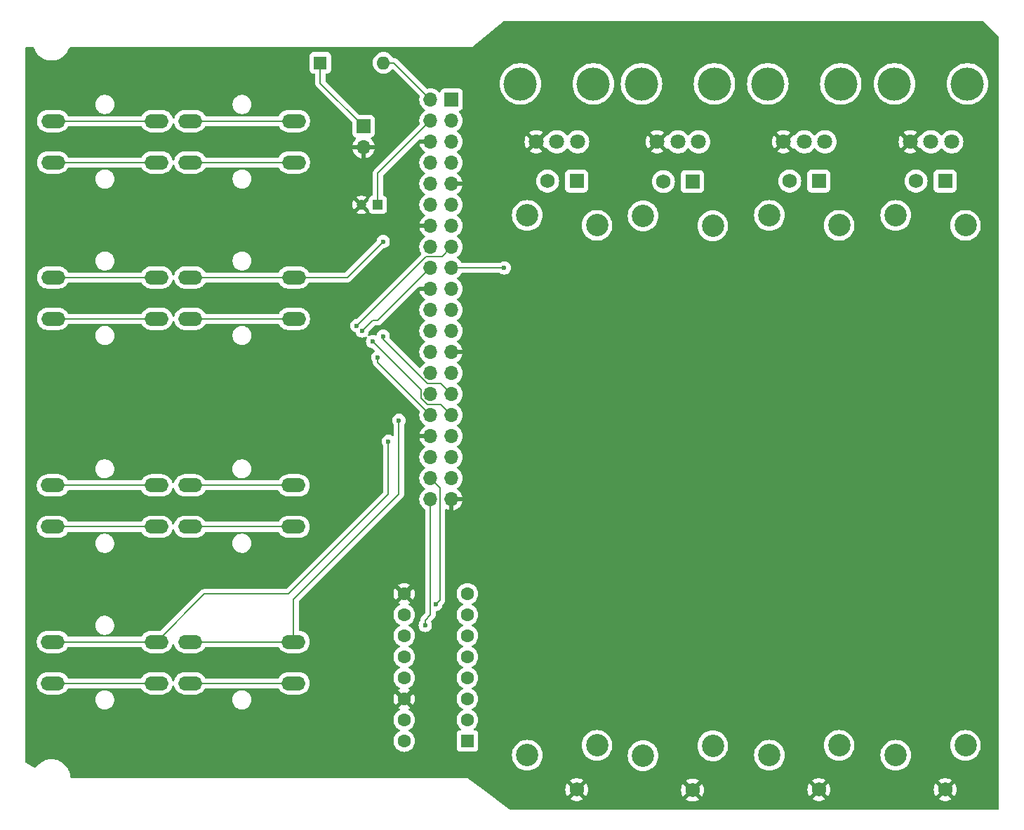
<source format=gbr>
%TF.GenerationSoftware,KiCad,Pcbnew,8.0.5*%
%TF.CreationDate,2025-02-25T21:47:22-05:00*%
%TF.ProjectId,gamepad,67616d65-7061-4642-9e6b-696361645f70,rev?*%
%TF.SameCoordinates,Original*%
%TF.FileFunction,Copper,L2,Bot*%
%TF.FilePolarity,Positive*%
%FSLAX46Y46*%
G04 Gerber Fmt 4.6, Leading zero omitted, Abs format (unit mm)*
G04 Created by KiCad (PCBNEW 8.0.5) date 2025-02-25 21:47:22*
%MOMM*%
%LPD*%
G01*
G04 APERTURE LIST*
%TA.AperFunction,ComponentPad*%
%ADD10O,2.900000X1.700000*%
%TD*%
%TA.AperFunction,ComponentPad*%
%ADD11R,1.750000X1.750000*%
%TD*%
%TA.AperFunction,ComponentPad*%
%ADD12C,1.750000*%
%TD*%
%TA.AperFunction,ComponentPad*%
%ADD13C,2.700000*%
%TD*%
%TA.AperFunction,WasherPad*%
%ADD14C,4.000000*%
%TD*%
%TA.AperFunction,ComponentPad*%
%ADD15C,1.800000*%
%TD*%
%TA.AperFunction,ComponentPad*%
%ADD16R,1.600000X1.600000*%
%TD*%
%TA.AperFunction,ComponentPad*%
%ADD17C,1.600000*%
%TD*%
%TA.AperFunction,ComponentPad*%
%ADD18R,1.200000X1.200000*%
%TD*%
%TA.AperFunction,ComponentPad*%
%ADD19C,1.200000*%
%TD*%
%TA.AperFunction,ComponentPad*%
%ADD20R,1.700000X1.700000*%
%TD*%
%TA.AperFunction,ComponentPad*%
%ADD21O,1.700000X1.700000*%
%TD*%
%TA.AperFunction,ComponentPad*%
%ADD22O,1.600000X1.600000*%
%TD*%
%TA.AperFunction,ViaPad*%
%ADD23C,0.600000*%
%TD*%
%TA.AperFunction,Conductor*%
%ADD24C,0.200000*%
%TD*%
G04 APERTURE END LIST*
D10*
%TO.P,SW6,1,1*%
%TO.N,BTN6*%
X86540000Y-83705000D03*
X99040000Y-83705000D03*
%TO.P,SW6,2,2*%
%TO.N,Net-(R6-Pad1)*%
X86540000Y-88705000D03*
X99040000Y-88705000D03*
%TD*%
%TO.P,SW5,1,1*%
%TO.N,BTN5*%
X86540000Y-64810000D03*
X99040000Y-64810000D03*
%TO.P,SW5,2,2*%
%TO.N,Net-(R5-Pad1)*%
X86540000Y-69810000D03*
X99040000Y-69810000D03*
%TD*%
D11*
%TO.P,RV2,1,1*%
%TO.N,3V3*%
X178915000Y-72065000D03*
D12*
%TO.P,RV2,2,2*%
%TO.N,Net-(U1-CH1)*%
X175415000Y-72065000D03*
%TO.P,RV2,3,3*%
%TO.N,GND*%
X178915000Y-145565000D03*
D13*
%TO.P,RV2,MP*%
%TO.N,N/C*%
X172965000Y-76215000D03*
X181365000Y-77415000D03*
X181365000Y-140215000D03*
X172965000Y-141415000D03*
%TD*%
D10*
%TO.P,SW4,1,1*%
%TO.N,BTN4*%
X103070000Y-127715000D03*
X115570000Y-127715000D03*
%TO.P,SW4,2,2*%
%TO.N,Net-(R4-Pad1)*%
X103070000Y-132715000D03*
X115570000Y-132715000D03*
%TD*%
%TO.P,SW2,1,1*%
%TO.N,BTN2*%
X86520000Y-127715000D03*
X99020000Y-127715000D03*
%TO.P,SW2,2,2*%
%TO.N,Net-(R2-Pad1)*%
X86520000Y-132715000D03*
X99020000Y-132715000D03*
%TD*%
D11*
%TO.P,RV1,1,1*%
%TO.N,3V3*%
X194155000Y-72065000D03*
D12*
%TO.P,RV1,2,2*%
%TO.N,Net-(U1-CH0)*%
X190655000Y-72065000D03*
%TO.P,RV1,3,3*%
%TO.N,GND*%
X194155000Y-145565000D03*
D13*
%TO.P,RV1,MP*%
%TO.N,N/C*%
X188205000Y-76215000D03*
X196605000Y-77415000D03*
X196605000Y-140215000D03*
X188205000Y-141415000D03*
%TD*%
D10*
%TO.P,SW3,1,1*%
%TO.N,BTN3*%
X103070000Y-108820000D03*
X115570000Y-108820000D03*
%TO.P,SW3,2,2*%
%TO.N,Net-(R3-Pad1)*%
X103070000Y-113820000D03*
X115570000Y-113820000D03*
%TD*%
%TO.P,SW7,1,1*%
%TO.N,BTN7*%
X103090000Y-64810000D03*
X115590000Y-64810000D03*
%TO.P,SW7,2,2*%
%TO.N,Net-(R7-Pad1)*%
X103090000Y-69810000D03*
X115590000Y-69810000D03*
%TD*%
%TO.P,SW1,1,1*%
%TO.N,BTN1*%
X86520000Y-108820000D03*
X99020000Y-108820000D03*
%TO.P,SW1,2,2*%
%TO.N,Net-(R1-Pad1)*%
X86520000Y-113820000D03*
X99020000Y-113820000D03*
%TD*%
D14*
%TO.P,RV7,*%
%TO.N,*%
X157525000Y-60325000D03*
X166325000Y-60325000D03*
D15*
%TO.P,RV7,1,1*%
%TO.N,3V3*%
X164425000Y-67325000D03*
%TO.P,RV7,2,2*%
%TO.N,Net-(U1-CH6)*%
X161925000Y-67325000D03*
%TO.P,RV7,3,3*%
%TO.N,GND*%
X159425000Y-67325000D03*
%TD*%
D16*
%TO.P,U1,1,CH0*%
%TO.N,Net-(U1-CH0)*%
X136525000Y-139700000D03*
D17*
%TO.P,U1,2,CH1*%
%TO.N,Net-(U1-CH1)*%
X136525000Y-137160000D03*
%TO.P,U1,3,CH2*%
%TO.N,Net-(U1-CH2)*%
X136525000Y-134620000D03*
%TO.P,U1,4,CH3*%
%TO.N,Net-(U1-CH3)*%
X136525000Y-132080000D03*
%TO.P,U1,5,CH4*%
%TO.N,Net-(U1-CH4)*%
X136525000Y-129540000D03*
%TO.P,U1,6,CH5*%
%TO.N,Net-(U1-CH5)*%
X136525000Y-127000000D03*
%TO.P,U1,7,CH6*%
%TO.N,Net-(U1-CH6)*%
X136525000Y-124460000D03*
%TO.P,U1,8,CH7*%
%TO.N,Net-(U1-CH7)*%
X136525000Y-121920000D03*
%TO.P,U1,9,DGND*%
%TO.N,GND*%
X128905000Y-121920000D03*
%TO.P,U1,10,~{CS}/SHDN*%
%TO.N,SPI1-MISO*%
X128905000Y-124460000D03*
%TO.P,U1,11,Din*%
%TO.N,SPI1-MOSI*%
X128905000Y-127000000D03*
%TO.P,U1,12,Dout*%
%TO.N,SPI1-CS0*%
X128905000Y-129540000D03*
%TO.P,U1,13,CLK*%
%TO.N,SPI1-CLK*%
X128905000Y-132080000D03*
%TO.P,U1,14,AGND*%
%TO.N,GND*%
X128905000Y-134620000D03*
%TO.P,U1,15,Vref*%
%TO.N,3V3*%
X128905000Y-137160000D03*
%TO.P,U1,16,Vdd*%
X128905000Y-139700000D03*
%TD*%
D11*
%TO.P,RV3,1,1*%
%TO.N,3V3*%
X163675000Y-72120000D03*
D12*
%TO.P,RV3,2,2*%
%TO.N,Net-(U1-CH2)*%
X160175000Y-72120000D03*
%TO.P,RV3,3,3*%
%TO.N,GND*%
X163675000Y-145620000D03*
D13*
%TO.P,RV3,MP*%
%TO.N,N/C*%
X157725000Y-76270000D03*
X166125000Y-77470000D03*
X166125000Y-140270000D03*
X157725000Y-141470000D03*
%TD*%
D18*
%TO.P,C1,1*%
%TO.N,5V*%
X125730000Y-74930000D03*
D19*
%TO.P,C1,2*%
%TO.N,GND*%
X123730000Y-74930000D03*
%TD*%
D20*
%TO.P,J1,1,Pin_1*%
%TO.N,Net-(J1-Pin_1)*%
X123985000Y-65435000D03*
D21*
%TO.P,J1,2,Pin_2*%
%TO.N,GND*%
X123985000Y-67975000D03*
%TD*%
D14*
%TO.P,RV6,*%
%TO.N,*%
X172765000Y-60325000D03*
X181565000Y-60325000D03*
D15*
%TO.P,RV6,1,1*%
%TO.N,3V3*%
X179665000Y-67325000D03*
%TO.P,RV6,2,2*%
%TO.N,Net-(U1-CH5)*%
X177165000Y-67325000D03*
%TO.P,RV6,3,3*%
%TO.N,GND*%
X174665000Y-67325000D03*
%TD*%
D16*
%TO.P,SW9,1,A*%
%TO.N,Net-(J1-Pin_1)*%
X118787500Y-57785000D03*
D22*
%TO.P,SW9,2,B*%
%TO.N,5V*%
X126407500Y-57785000D03*
%TD*%
D14*
%TO.P,RV8,*%
%TO.N,*%
X142920000Y-60325000D03*
X151720000Y-60325000D03*
D15*
%TO.P,RV8,1,1*%
%TO.N,3V3*%
X149820000Y-67325000D03*
%TO.P,RV8,2,2*%
%TO.N,Net-(U1-CH7)*%
X147320000Y-67325000D03*
%TO.P,RV8,3,3*%
%TO.N,GND*%
X144820000Y-67325000D03*
%TD*%
D11*
%TO.P,RV4,1,1*%
%TO.N,3V3*%
X149705000Y-72065000D03*
D12*
%TO.P,RV4,2,2*%
%TO.N,Net-(U1-CH3)*%
X146205000Y-72065000D03*
%TO.P,RV4,3,3*%
%TO.N,GND*%
X149705000Y-145565000D03*
D13*
%TO.P,RV4,MP*%
%TO.N,N/C*%
X143755000Y-76215000D03*
X152155000Y-77415000D03*
X152155000Y-140215000D03*
X143755000Y-141415000D03*
%TD*%
D20*
%TO.P,J2,1,3V3*%
%TO.N,3V3*%
X134620000Y-62230000D03*
D21*
%TO.P,J2,2,5V*%
%TO.N,5V*%
X132080000Y-62230000D03*
%TO.P,J2,3,SDA/GPIO2*%
%TO.N,unconnected-(J2-SDA{slash}GPIO2-Pad3)*%
X134620000Y-64770000D03*
%TO.P,J2,4,5V*%
%TO.N,5V*%
X132080000Y-64770000D03*
%TO.P,J2,5,SCL/GPIO3*%
%TO.N,unconnected-(J2-SCL{slash}GPIO3-Pad5)*%
X134620000Y-67310000D03*
%TO.P,J2,6,GND*%
%TO.N,GND*%
X132080000Y-67310000D03*
%TO.P,J2,7,GCLK0/GPIO4*%
%TO.N,BTN8*%
X134620000Y-69850000D03*
%TO.P,J2,8,GPIO14/TXD*%
%TO.N,unconnected-(J2-GPIO14{slash}TXD-Pad8)*%
X132080000Y-69850000D03*
%TO.P,J2,9,GND*%
%TO.N,GND*%
X134620000Y-72390000D03*
%TO.P,J2,10,GPIO15/RXD*%
%TO.N,unconnected-(J2-GPIO15{slash}RXD-Pad10)*%
X132080000Y-72390000D03*
%TO.P,J2,11,GPIO17*%
%TO.N,unconnected-(J2-GPIO17-Pad11)*%
X134620000Y-74930000D03*
%TO.P,J2,12,GPIO18/PWM0*%
%TO.N,SPI1-CS0*%
X132080000Y-74930000D03*
%TO.P,J2,13,GPIO27*%
%TO.N,unconnected-(J2-GPIO27-Pad13)*%
X134620000Y-77470000D03*
%TO.P,J2,14,GND*%
%TO.N,GND*%
X132080000Y-77470000D03*
%TO.P,J2,15,GPIO22*%
%TO.N,BTN1*%
X134620000Y-80010000D03*
%TO.P,J2,16,GPIO23*%
%TO.N,BTN2*%
X132080000Y-80010000D03*
%TO.P,J2,17,3V3*%
%TO.N,3V3*%
X134620000Y-82550000D03*
%TO.P,J2,18,GPIO24*%
%TO.N,BTN3*%
X132080000Y-82550000D03*
%TO.P,J2,19,MOSI0/GPIO10*%
%TO.N,unconnected-(J2-MOSI0{slash}GPIO10-Pad19)*%
X134620000Y-85090000D03*
%TO.P,J2,20,GND*%
%TO.N,GND*%
X132080000Y-85090000D03*
%TO.P,J2,21,MISO0/GPIO9*%
%TO.N,unconnected-(J2-MISO0{slash}GPIO9-Pad21)*%
X134620000Y-87630000D03*
%TO.P,J2,22,GPIO25*%
%TO.N,BTN4*%
X132080000Y-87630000D03*
%TO.P,J2,23,SCLK0/GPIO11*%
%TO.N,unconnected-(J2-SCLK0{slash}GPIO11-Pad23)*%
X134620000Y-90170000D03*
%TO.P,J2,24,~{CE0}/GPIO8*%
%TO.N,unconnected-(J2-~{CE0}{slash}GPIO8-Pad24)*%
X132080000Y-90170000D03*
%TO.P,J2,25,GND*%
%TO.N,GND*%
X134620000Y-92710000D03*
%TO.P,J2,26,~{CE1}/GPIO7*%
%TO.N,unconnected-(J2-~{CE1}{slash}GPIO7-Pad26)*%
X132080000Y-92710000D03*
%TO.P,J2,27,ID_SD/GPIO0*%
%TO.N,unconnected-(J2-ID_SD{slash}GPIO0-Pad27)*%
X134620000Y-95250000D03*
%TO.P,J2,28,ID_SC/GPIO1*%
%TO.N,unconnected-(J2-ID_SC{slash}GPIO1-Pad28)*%
X132080000Y-95250000D03*
%TO.P,J2,29,GCLK1/GPIO5*%
%TO.N,BTN7*%
X134620000Y-97790000D03*
%TO.P,J2,30,GND*%
%TO.N,GND*%
X132080000Y-97790000D03*
%TO.P,J2,31,GCLK2/GPIO6*%
%TO.N,BTN6*%
X134620000Y-100330000D03*
%TO.P,J2,32,PWM0/GPIO12*%
%TO.N,BTN5*%
X132080000Y-100330000D03*
%TO.P,J2,33,PWM1/GPIO13*%
%TO.N,unconnected-(J2-PWM1{slash}GPIO13-Pad33)*%
X134620000Y-102870000D03*
%TO.P,J2,34,GND*%
%TO.N,GND*%
X132080000Y-102870000D03*
%TO.P,J2,35,GPIO19/MISO1*%
%TO.N,SPI1-MISO*%
X134620000Y-105410000D03*
%TO.P,J2,36,GPIO16*%
%TO.N,unconnected-(J2-GPIO16-Pad36)*%
X132080000Y-105410000D03*
%TO.P,J2,37,GPIO26*%
%TO.N,unconnected-(J2-GPIO26-Pad37)*%
X134620000Y-107950000D03*
%TO.P,J2,38,GPIO20/MOSI1*%
%TO.N,SPI1-MOSI*%
X132080000Y-107950000D03*
%TO.P,J2,39,GND*%
%TO.N,GND*%
X134620000Y-110490000D03*
%TO.P,J2,40,GPIO21/SCLK1*%
%TO.N,SPI1-CLK*%
X132080000Y-110490000D03*
%TD*%
D10*
%TO.P,SW8,1,1*%
%TO.N,BTN8*%
X103090000Y-83705000D03*
X115590000Y-83705000D03*
%TO.P,SW8,2,2*%
%TO.N,Net-(R8-Pad1)*%
X103090000Y-88705000D03*
X115590000Y-88705000D03*
%TD*%
D14*
%TO.P,RV5,*%
%TO.N,*%
X188050000Y-60325000D03*
X196850000Y-60325000D03*
D15*
%TO.P,RV5,1,1*%
%TO.N,3V3*%
X194950000Y-67325000D03*
%TO.P,RV5,2,2*%
%TO.N,Net-(U1-CH4)*%
X192450000Y-67325000D03*
%TO.P,RV5,3,3*%
%TO.N,GND*%
X189950000Y-67325000D03*
%TD*%
D23*
%TO.N,GND*%
X100965000Y-139065000D03*
%TO.N,BTN1*%
X123190000Y-89535000D03*
%TO.N,BTN3*%
X123825000Y-90170000D03*
%TO.N,BTN6*%
X125095000Y-91440000D03*
%TO.N,BTN5*%
X125730000Y-93345000D03*
%TO.N,BTN4*%
X128270000Y-100965000D03*
%TO.N,BTN2*%
X127000000Y-103505000D03*
%TO.N,BTN7*%
X126365000Y-90805000D03*
%TO.N,BTN8*%
X126365000Y-79375000D03*
%TO.N,GND*%
X109220000Y-139700000D03*
X109855000Y-120650000D03*
X91440000Y-120650000D03*
X109855000Y-95250000D03*
X92075000Y-96520000D03*
X109220000Y-76835000D03*
X91440000Y-76835000D03*
%TO.N,3V3*%
X140970000Y-82550000D03*
%TO.N,SPI1-CLK*%
X131445000Y-125730000D03*
%TO.N,SPI1-MOSI*%
X132715000Y-123190000D03*
%TD*%
D24*
%TO.N,BTN1*%
X123190000Y-89535000D02*
X131565000Y-81160000D01*
X131565000Y-81160000D02*
X133470000Y-81160000D01*
X133470000Y-81160000D02*
X134620000Y-80010000D01*
%TO.N,BTN3*%
X123825000Y-90170000D02*
X125095000Y-88900000D01*
X125095000Y-88900000D02*
X125730000Y-88900000D01*
X125730000Y-88900000D02*
X132080000Y-82550000D01*
%TO.N,BTN6*%
X133350000Y-99060000D02*
X134620000Y-100330000D01*
X130930000Y-98266346D02*
X131723654Y-99060000D01*
X130930000Y-97275000D02*
X130930000Y-98266346D01*
X131723654Y-99060000D02*
X133350000Y-99060000D01*
X125095000Y-91440000D02*
X130930000Y-97275000D01*
%TO.N,BTN5*%
X125730000Y-93980000D02*
X132080000Y-100330000D01*
X125730000Y-93345000D02*
X125730000Y-93980000D01*
%TO.N,BTN4*%
X128270000Y-102870000D02*
X128270000Y-100965000D01*
X128270000Y-109855000D02*
X128270000Y-102870000D01*
X127000000Y-111125000D02*
X128270000Y-109855000D01*
X115570000Y-122555000D02*
X127000000Y-111125000D01*
X115570000Y-127715000D02*
X115570000Y-122555000D01*
%TO.N,BTN2*%
X104815000Y-121920000D02*
X99020000Y-127715000D01*
X127000000Y-109855000D02*
X114935000Y-121920000D01*
X127000000Y-103505000D02*
X127000000Y-109855000D01*
X114935000Y-121920000D02*
X104815000Y-121920000D01*
%TO.N,BTN7*%
X131723654Y-96520000D02*
X133350000Y-96520000D01*
X133350000Y-96520000D02*
X134620000Y-97790000D01*
X126365000Y-90805000D02*
X126365000Y-91161346D01*
X126365000Y-91161346D02*
X131723654Y-96520000D01*
%TO.N,BTN8*%
X122035000Y-83705000D02*
X115590000Y-83705000D01*
X126365000Y-79375000D02*
X122035000Y-83705000D01*
%TO.N,3V3*%
X134620000Y-82550000D02*
X140970000Y-82550000D01*
%TO.N,5V*%
X125730000Y-71120000D02*
X132080000Y-64770000D01*
X125730000Y-74930000D02*
X125730000Y-71120000D01*
X127635000Y-57785000D02*
X132080000Y-62230000D01*
X126407500Y-57785000D02*
X127635000Y-57785000D01*
%TO.N,Net-(J1-Pin_1)*%
X118787500Y-60237500D02*
X123985000Y-65435000D01*
X118787500Y-57785000D02*
X118787500Y-60237500D01*
%TO.N,Net-(R2-Pad1)*%
X99020000Y-132715000D02*
X86520000Y-132715000D01*
%TO.N,Net-(R4-Pad1)*%
X115570000Y-132715000D02*
X103070000Y-132715000D01*
%TO.N,BTN4*%
X103070000Y-127715000D02*
X115570000Y-127715000D01*
%TO.N,BTN2*%
X86520000Y-127715000D02*
X99020000Y-127715000D01*
%TO.N,Net-(R1-Pad1)*%
X86520000Y-113820000D02*
X99020000Y-113820000D01*
%TO.N,Net-(R3-Pad1)*%
X103070000Y-113820000D02*
X115570000Y-113820000D01*
%TO.N,BTN3*%
X103070000Y-108820000D02*
X115570000Y-108820000D01*
%TO.N,BTN1*%
X86520000Y-108820000D02*
X99020000Y-108820000D01*
%TO.N,Net-(R8-Pad1)*%
X103090000Y-88705000D02*
X115590000Y-88705000D01*
%TO.N,BTN8*%
X103090000Y-83705000D02*
X115590000Y-83705000D01*
%TO.N,Net-(R6-Pad1)*%
X86540000Y-88705000D02*
X99040000Y-88705000D01*
%TO.N,BTN6*%
X86540000Y-83705000D02*
X99040000Y-83705000D01*
%TO.N,Net-(R7-Pad1)*%
X103090000Y-69810000D02*
X115590000Y-69810000D01*
%TO.N,BTN7*%
X103090000Y-64810000D02*
X115590000Y-64810000D01*
%TO.N,Net-(R5-Pad1)*%
X86540000Y-69810000D02*
X99040000Y-69810000D01*
%TO.N,BTN5*%
X86540000Y-64810000D02*
X99040000Y-64810000D01*
%TO.N,SPI1-CLK*%
X131445000Y-125730000D02*
X131445000Y-125095000D01*
X131445000Y-125095000D02*
X132080000Y-124460000D01*
X132080000Y-124460000D02*
X132080000Y-110490000D01*
%TO.N,SPI1-MOSI*%
X133230000Y-109100000D02*
X132080000Y-107950000D01*
X132715000Y-123190000D02*
X133230000Y-122675000D01*
X133230000Y-122675000D02*
X133230000Y-109100000D01*
%TO.N,GND*%
X123730000Y-68230000D02*
X123985000Y-67975000D01*
%TD*%
%TA.AperFunction,Conductor*%
%TO.N,GND*%
G36*
X131614075Y-84897007D02*
G01*
X131580000Y-85024174D01*
X131580000Y-85155826D01*
X131614075Y-85282993D01*
X131646988Y-85340000D01*
X130749364Y-85340000D01*
X130806567Y-85553486D01*
X130806570Y-85553492D01*
X130906399Y-85767578D01*
X131041894Y-85961082D01*
X131208917Y-86128105D01*
X131394595Y-86258119D01*
X131438219Y-86312696D01*
X131445412Y-86382195D01*
X131413890Y-86444549D01*
X131394595Y-86461269D01*
X131208594Y-86591508D01*
X131041505Y-86758597D01*
X130905965Y-86952169D01*
X130905964Y-86952171D01*
X130806098Y-87166335D01*
X130806094Y-87166344D01*
X130744938Y-87394586D01*
X130744936Y-87394596D01*
X130724341Y-87629999D01*
X130724341Y-87630000D01*
X130744936Y-87865403D01*
X130744938Y-87865413D01*
X130806094Y-88093655D01*
X130806096Y-88093659D01*
X130806097Y-88093663D01*
X130849429Y-88186588D01*
X130905965Y-88307830D01*
X130905967Y-88307834D01*
X130991786Y-88430395D01*
X131041501Y-88501396D01*
X131041506Y-88501402D01*
X131208597Y-88668493D01*
X131208603Y-88668498D01*
X131394158Y-88798425D01*
X131437783Y-88853002D01*
X131444977Y-88922500D01*
X131413454Y-88984855D01*
X131394158Y-89001575D01*
X131208597Y-89131505D01*
X131041505Y-89298597D01*
X130905965Y-89492169D01*
X130905964Y-89492171D01*
X130806098Y-89706335D01*
X130806094Y-89706344D01*
X130744938Y-89934586D01*
X130744936Y-89934596D01*
X130724341Y-90169999D01*
X130724341Y-90170000D01*
X130744936Y-90405403D01*
X130744938Y-90405413D01*
X130806094Y-90633655D01*
X130806096Y-90633659D01*
X130806097Y-90633663D01*
X130877900Y-90787644D01*
X130905965Y-90847830D01*
X130905967Y-90847834D01*
X130994597Y-90974409D01*
X131041501Y-91041396D01*
X131041506Y-91041402D01*
X131208597Y-91208493D01*
X131208603Y-91208498D01*
X131394158Y-91338425D01*
X131437783Y-91393002D01*
X131444977Y-91462500D01*
X131413454Y-91524855D01*
X131394158Y-91541575D01*
X131208597Y-91671505D01*
X131041505Y-91838597D01*
X130905965Y-92032169D01*
X130905964Y-92032171D01*
X130806098Y-92246335D01*
X130806094Y-92246344D01*
X130744938Y-92474586D01*
X130744936Y-92474596D01*
X130724341Y-92709999D01*
X130724341Y-92710000D01*
X130744936Y-92945403D01*
X130744938Y-92945413D01*
X130806094Y-93173655D01*
X130806096Y-93173659D01*
X130806097Y-93173663D01*
X130885991Y-93344996D01*
X130905965Y-93387830D01*
X130905967Y-93387834D01*
X131001487Y-93524249D01*
X131041501Y-93581396D01*
X131041506Y-93581402D01*
X131208597Y-93748493D01*
X131208603Y-93748498D01*
X131394158Y-93878425D01*
X131437783Y-93933002D01*
X131444977Y-94002500D01*
X131413454Y-94064855D01*
X131394158Y-94081575D01*
X131208597Y-94211505D01*
X131041505Y-94378597D01*
X130905965Y-94572169D01*
X130905964Y-94572171D01*
X130891474Y-94603246D01*
X130845301Y-94655685D01*
X130778107Y-94674837D01*
X130711226Y-94654621D01*
X130691411Y-94638522D01*
X127176112Y-91123223D01*
X127142627Y-91061900D01*
X127146753Y-90994583D01*
X127150368Y-90984255D01*
X127165739Y-90847834D01*
X127170565Y-90805003D01*
X127170565Y-90804996D01*
X127150369Y-90625750D01*
X127150368Y-90625745D01*
X127113199Y-90519522D01*
X127090789Y-90455478D01*
X126994816Y-90302738D01*
X126867262Y-90175184D01*
X126859010Y-90169999D01*
X126714523Y-90079211D01*
X126544254Y-90019631D01*
X126544249Y-90019630D01*
X126365004Y-89999435D01*
X126364996Y-89999435D01*
X126185750Y-90019630D01*
X126185745Y-90019631D01*
X126015476Y-90079211D01*
X125862737Y-90175184D01*
X125735184Y-90302737D01*
X125639210Y-90455478D01*
X125578270Y-90629638D01*
X125537548Y-90686414D01*
X125472596Y-90712162D01*
X125420273Y-90705726D01*
X125403000Y-90699682D01*
X125365083Y-90686414D01*
X125274254Y-90654631D01*
X125274249Y-90654630D01*
X125095004Y-90634435D01*
X125094996Y-90634435D01*
X124915750Y-90654630D01*
X124915745Y-90654631D01*
X124745476Y-90714211D01*
X124681647Y-90754318D01*
X124614410Y-90773318D01*
X124547575Y-90752950D01*
X124502361Y-90699682D01*
X124493124Y-90630426D01*
X124510681Y-90583353D01*
X124550789Y-90519522D01*
X124610368Y-90349255D01*
X124620161Y-90262329D01*
X124647226Y-90197918D01*
X124655690Y-90188543D01*
X125307416Y-89536819D01*
X125368739Y-89503334D01*
X125395097Y-89500500D01*
X125643331Y-89500500D01*
X125643347Y-89500501D01*
X125650943Y-89500501D01*
X125809054Y-89500501D01*
X125809057Y-89500501D01*
X125961785Y-89459577D01*
X126011904Y-89430639D01*
X126098716Y-89380520D01*
X126210520Y-89268716D01*
X126210520Y-89268714D01*
X126220728Y-89258507D01*
X126220730Y-89258504D01*
X130602916Y-84876317D01*
X130664237Y-84842834D01*
X130690595Y-84840000D01*
X131646988Y-84840000D01*
X131614075Y-84897007D01*
G37*
%TD.AperFunction*%
%TA.AperFunction,Conductor*%
G36*
X198770677Y-52724685D02*
G01*
X198791319Y-52741319D01*
X200623681Y-54573681D01*
X200657166Y-54635004D01*
X200660000Y-54661362D01*
X200660000Y-147831000D01*
X200640315Y-147898039D01*
X200587511Y-147943794D01*
X200536000Y-147955000D01*
X141646333Y-147955000D01*
X141579294Y-147935315D01*
X141571933Y-147930200D01*
X141529052Y-147898039D01*
X138418324Y-145564993D01*
X148325288Y-145564993D01*
X148325288Y-145565006D01*
X148344103Y-145792085D01*
X148344105Y-145792093D01*
X148400045Y-146012993D01*
X148491579Y-146221669D01*
X148571874Y-146344570D01*
X149140387Y-145776058D01*
X149145889Y-145796591D01*
X149224881Y-145933408D01*
X149336592Y-146045119D01*
X149473409Y-146124111D01*
X149493940Y-146129612D01*
X148924015Y-146699536D01*
X148924015Y-146699538D01*
X148950360Y-146720043D01*
X148950371Y-146720050D01*
X149150769Y-146828499D01*
X149150780Y-146828504D01*
X149366298Y-146902492D01*
X149591065Y-146940000D01*
X149818935Y-146940000D01*
X150043701Y-146902492D01*
X150259219Y-146828504D01*
X150259230Y-146828499D01*
X150459627Y-146720050D01*
X150459633Y-146720046D01*
X150485983Y-146699537D01*
X150485984Y-146699536D01*
X149916059Y-146129612D01*
X149936591Y-146124111D01*
X150073408Y-146045119D01*
X150185119Y-145933408D01*
X150264111Y-145796591D01*
X150269612Y-145776060D01*
X150838123Y-146344571D01*
X150918419Y-146221671D01*
X151009954Y-146012993D01*
X151065894Y-145792093D01*
X151065896Y-145792085D01*
X151080156Y-145619993D01*
X162295288Y-145619993D01*
X162295288Y-145620006D01*
X162314103Y-145847085D01*
X162314105Y-145847093D01*
X162370045Y-146067993D01*
X162461579Y-146276669D01*
X162541874Y-146399570D01*
X163110387Y-145831058D01*
X163115889Y-145851591D01*
X163194881Y-145988408D01*
X163306592Y-146100119D01*
X163443409Y-146179111D01*
X163463940Y-146184612D01*
X162894015Y-146754536D01*
X162894015Y-146754538D01*
X162920360Y-146775043D01*
X162920371Y-146775050D01*
X163120769Y-146883499D01*
X163120780Y-146883504D01*
X163336298Y-146957492D01*
X163561065Y-146995000D01*
X163788935Y-146995000D01*
X164013701Y-146957492D01*
X164229219Y-146883504D01*
X164229230Y-146883499D01*
X164429627Y-146775050D01*
X164429633Y-146775046D01*
X164455983Y-146754537D01*
X164455984Y-146754536D01*
X163886059Y-146184612D01*
X163906591Y-146179111D01*
X164043408Y-146100119D01*
X164155119Y-145988408D01*
X164234111Y-145851591D01*
X164239612Y-145831059D01*
X164808123Y-146399571D01*
X164888419Y-146276671D01*
X164979954Y-146067993D01*
X165035894Y-145847093D01*
X165035896Y-145847085D01*
X165054712Y-145620006D01*
X165054712Y-145619993D01*
X165050155Y-145564993D01*
X177535288Y-145564993D01*
X177535288Y-145565006D01*
X177554103Y-145792085D01*
X177554105Y-145792093D01*
X177610045Y-146012993D01*
X177701579Y-146221669D01*
X177781874Y-146344570D01*
X178350387Y-145776058D01*
X178355889Y-145796591D01*
X178434881Y-145933408D01*
X178546592Y-146045119D01*
X178683409Y-146124111D01*
X178703940Y-146129612D01*
X178134015Y-146699536D01*
X178134015Y-146699538D01*
X178160360Y-146720043D01*
X178160371Y-146720050D01*
X178360769Y-146828499D01*
X178360780Y-146828504D01*
X178576298Y-146902492D01*
X178801065Y-146940000D01*
X179028935Y-146940000D01*
X179253701Y-146902492D01*
X179469219Y-146828504D01*
X179469230Y-146828499D01*
X179669627Y-146720050D01*
X179669633Y-146720046D01*
X179695983Y-146699537D01*
X179695984Y-146699536D01*
X179126059Y-146129612D01*
X179146591Y-146124111D01*
X179283408Y-146045119D01*
X179395119Y-145933408D01*
X179474111Y-145796591D01*
X179479612Y-145776059D01*
X180048123Y-146344571D01*
X180128419Y-146221671D01*
X180219954Y-146012993D01*
X180275894Y-145792093D01*
X180275896Y-145792085D01*
X180294712Y-145565006D01*
X180294712Y-145564993D01*
X192775288Y-145564993D01*
X192775288Y-145565006D01*
X192794103Y-145792085D01*
X192794105Y-145792093D01*
X192850045Y-146012993D01*
X192941579Y-146221669D01*
X193021874Y-146344570D01*
X193590387Y-145776058D01*
X193595889Y-145796591D01*
X193674881Y-145933408D01*
X193786592Y-146045119D01*
X193923409Y-146124111D01*
X193943940Y-146129612D01*
X193374015Y-146699536D01*
X193374015Y-146699538D01*
X193400360Y-146720043D01*
X193400371Y-146720050D01*
X193600769Y-146828499D01*
X193600780Y-146828504D01*
X193816298Y-146902492D01*
X194041065Y-146940000D01*
X194268935Y-146940000D01*
X194493701Y-146902492D01*
X194709219Y-146828504D01*
X194709230Y-146828499D01*
X194909627Y-146720050D01*
X194909633Y-146720046D01*
X194935983Y-146699537D01*
X194935984Y-146699536D01*
X194366059Y-146129612D01*
X194386591Y-146124111D01*
X194523408Y-146045119D01*
X194635119Y-145933408D01*
X194714111Y-145796591D01*
X194719612Y-145776060D01*
X195288123Y-146344571D01*
X195368419Y-146221671D01*
X195459954Y-146012993D01*
X195515894Y-145792093D01*
X195515896Y-145792085D01*
X195534712Y-145565006D01*
X195534712Y-145564993D01*
X195515896Y-145337914D01*
X195515894Y-145337906D01*
X195459954Y-145117006D01*
X195368421Y-144908333D01*
X195288123Y-144785427D01*
X194719612Y-145353939D01*
X194714111Y-145333409D01*
X194635119Y-145196592D01*
X194523408Y-145084881D01*
X194386591Y-145005889D01*
X194366059Y-145000387D01*
X194935983Y-144430462D01*
X194909626Y-144409948D01*
X194709230Y-144301500D01*
X194709219Y-144301495D01*
X194493701Y-144227507D01*
X194268935Y-144190000D01*
X194041065Y-144190000D01*
X193816298Y-144227507D01*
X193600780Y-144301495D01*
X193600769Y-144301500D01*
X193400366Y-144409952D01*
X193374015Y-144430461D01*
X193374015Y-144430463D01*
X193943940Y-145000387D01*
X193923409Y-145005889D01*
X193786592Y-145084881D01*
X193674881Y-145196592D01*
X193595889Y-145333409D01*
X193590387Y-145353940D01*
X193021874Y-144785427D01*
X192941579Y-144908330D01*
X192850045Y-145117006D01*
X192794105Y-145337906D01*
X192794103Y-145337914D01*
X192775288Y-145564993D01*
X180294712Y-145564993D01*
X180275896Y-145337914D01*
X180275894Y-145337906D01*
X180219954Y-145117006D01*
X180128421Y-144908333D01*
X180048123Y-144785427D01*
X179479612Y-145353939D01*
X179474111Y-145333409D01*
X179395119Y-145196592D01*
X179283408Y-145084881D01*
X179146591Y-145005889D01*
X179126059Y-145000387D01*
X179695983Y-144430462D01*
X179669626Y-144409948D01*
X179469230Y-144301500D01*
X179469219Y-144301495D01*
X179253701Y-144227507D01*
X179028935Y-144190000D01*
X178801065Y-144190000D01*
X178576298Y-144227507D01*
X178360780Y-144301495D01*
X178360769Y-144301500D01*
X178160366Y-144409952D01*
X178134015Y-144430461D01*
X178134015Y-144430463D01*
X178703940Y-145000387D01*
X178683409Y-145005889D01*
X178546592Y-145084881D01*
X178434881Y-145196592D01*
X178355889Y-145333409D01*
X178350387Y-145353940D01*
X177781874Y-144785427D01*
X177701579Y-144908330D01*
X177610045Y-145117006D01*
X177554105Y-145337906D01*
X177554103Y-145337914D01*
X177535288Y-145564993D01*
X165050155Y-145564993D01*
X165035896Y-145392914D01*
X165035894Y-145392906D01*
X164979954Y-145172006D01*
X164888421Y-144963333D01*
X164808123Y-144840427D01*
X164239612Y-145408939D01*
X164234111Y-145388409D01*
X164155119Y-145251592D01*
X164043408Y-145139881D01*
X163906591Y-145060889D01*
X163886059Y-145055387D01*
X164455983Y-144485462D01*
X164429626Y-144464948D01*
X164229230Y-144356500D01*
X164229219Y-144356495D01*
X164013701Y-144282507D01*
X163788935Y-144245000D01*
X163561065Y-144245000D01*
X163336298Y-144282507D01*
X163120780Y-144356495D01*
X163120769Y-144356500D01*
X162920366Y-144464952D01*
X162894015Y-144485461D01*
X162894015Y-144485463D01*
X163463940Y-145055387D01*
X163443409Y-145060889D01*
X163306592Y-145139881D01*
X163194881Y-145251592D01*
X163115889Y-145388409D01*
X163110387Y-145408940D01*
X162541874Y-144840427D01*
X162461579Y-144963330D01*
X162370045Y-145172006D01*
X162314105Y-145392906D01*
X162314103Y-145392914D01*
X162295288Y-145619993D01*
X151080156Y-145619993D01*
X151084712Y-145565006D01*
X151084712Y-145564993D01*
X151065896Y-145337914D01*
X151065894Y-145337906D01*
X151009954Y-145117006D01*
X150918421Y-144908333D01*
X150838123Y-144785427D01*
X150269612Y-145353939D01*
X150264111Y-145333409D01*
X150185119Y-145196592D01*
X150073408Y-145084881D01*
X149936591Y-145005889D01*
X149916059Y-145000387D01*
X150485983Y-144430462D01*
X150459626Y-144409948D01*
X150259230Y-144301500D01*
X150259219Y-144301495D01*
X150043701Y-144227507D01*
X149818935Y-144190000D01*
X149591065Y-144190000D01*
X149366298Y-144227507D01*
X149150780Y-144301495D01*
X149150769Y-144301500D01*
X148950366Y-144409952D01*
X148924015Y-144430461D01*
X148924015Y-144430463D01*
X149493940Y-145000387D01*
X149473409Y-145005889D01*
X149336592Y-145084881D01*
X149224881Y-145196592D01*
X149145889Y-145333409D01*
X149140387Y-145353940D01*
X148571874Y-144785427D01*
X148491579Y-144908330D01*
X148400045Y-145117006D01*
X148344105Y-145337906D01*
X148344103Y-145337914D01*
X148325288Y-145564993D01*
X138418324Y-145564993D01*
X136525000Y-144145000D01*
X136524999Y-144145000D01*
X88734500Y-144145000D01*
X88667461Y-144125315D01*
X88621706Y-144072511D01*
X88610500Y-144021000D01*
X88610500Y-143997500D01*
X88610499Y-143997486D01*
X88608646Y-143983415D01*
X88571993Y-143705007D01*
X88495639Y-143420048D01*
X88382743Y-143147493D01*
X88356807Y-143102571D01*
X88235238Y-142892006D01*
X88055647Y-142657959D01*
X88055641Y-142657952D01*
X87847047Y-142449358D01*
X87847040Y-142449352D01*
X87612993Y-142269761D01*
X87357510Y-142122258D01*
X87357500Y-142122254D01*
X87084961Y-142009364D01*
X87084954Y-142009362D01*
X87084952Y-142009361D01*
X86799993Y-141933007D01*
X86751113Y-141926571D01*
X86507513Y-141894500D01*
X86507506Y-141894500D01*
X86212494Y-141894500D01*
X86212486Y-141894500D01*
X85934085Y-141931153D01*
X85920007Y-141933007D01*
X85697329Y-141992673D01*
X85635048Y-142009361D01*
X85635038Y-142009364D01*
X85362499Y-142122254D01*
X85362489Y-142122258D01*
X85107006Y-142269761D01*
X84872959Y-142449352D01*
X84872952Y-142449358D01*
X84664358Y-142657952D01*
X84484917Y-142891804D01*
X84428489Y-142933006D01*
X84358743Y-142937161D01*
X84322743Y-142922646D01*
X84271676Y-142892006D01*
X83533920Y-142449352D01*
X83245202Y-142276121D01*
X83197844Y-142224750D01*
X83185000Y-142169792D01*
X83185000Y-141414998D01*
X141899773Y-141414998D01*
X141899773Y-141415001D01*
X141918657Y-141679027D01*
X141918658Y-141679034D01*
X141974921Y-141937673D01*
X142067426Y-142185690D01*
X142067428Y-142185694D01*
X142194280Y-142418005D01*
X142194285Y-142418013D01*
X142352906Y-142629907D01*
X142352922Y-142629925D01*
X142540074Y-142817077D01*
X142540092Y-142817093D01*
X142751986Y-142975714D01*
X142751994Y-142975719D01*
X142984305Y-143102571D01*
X142984309Y-143102573D01*
X142984311Y-143102574D01*
X143232322Y-143195077D01*
X143232325Y-143195077D01*
X143232326Y-143195078D01*
X143427552Y-143237546D01*
X143490974Y-143251343D01*
X143734660Y-143268772D01*
X143754999Y-143270227D01*
X143755000Y-143270227D01*
X143755001Y-143270227D01*
X143773885Y-143268876D01*
X144019026Y-143251343D01*
X144277678Y-143195077D01*
X144525689Y-143102574D01*
X144758011Y-142975716D01*
X144969915Y-142817087D01*
X145157087Y-142629915D01*
X145315716Y-142418011D01*
X145442574Y-142185689D01*
X145535077Y-141937678D01*
X145591343Y-141679026D01*
X145610227Y-141415000D01*
X145591343Y-141150974D01*
X145555376Y-140985635D01*
X145535078Y-140892326D01*
X145522106Y-140857547D01*
X145442574Y-140644311D01*
X145422464Y-140607483D01*
X145315719Y-140411994D01*
X145315714Y-140411986D01*
X145168251Y-140214998D01*
X150299773Y-140214998D01*
X150299773Y-140215001D01*
X150318657Y-140479027D01*
X150318658Y-140479034D01*
X150374921Y-140737673D01*
X150467426Y-140985690D01*
X150467428Y-140985694D01*
X150594280Y-141218005D01*
X150594285Y-141218013D01*
X150752906Y-141429907D01*
X150752922Y-141429925D01*
X150940074Y-141617077D01*
X150940092Y-141617093D01*
X151151986Y-141775714D01*
X151151994Y-141775719D01*
X151384305Y-141902571D01*
X151384309Y-141902573D01*
X151384311Y-141902574D01*
X151632322Y-141995077D01*
X151632325Y-141995077D01*
X151632326Y-141995078D01*
X151827552Y-142037546D01*
X151890974Y-142051343D01*
X152134660Y-142068772D01*
X152154999Y-142070227D01*
X152155000Y-142070227D01*
X152155001Y-142070227D01*
X152173885Y-142068876D01*
X152419026Y-142051343D01*
X152677678Y-141995077D01*
X152925689Y-141902574D01*
X153158011Y-141775716D01*
X153369915Y-141617087D01*
X153517004Y-141469998D01*
X155869773Y-141469998D01*
X155869773Y-141470001D01*
X155888657Y-141734027D01*
X155888658Y-141734034D01*
X155944921Y-141992673D01*
X156037426Y-142240690D01*
X156037428Y-142240694D01*
X156164280Y-142473005D01*
X156164285Y-142473013D01*
X156322906Y-142684907D01*
X156322922Y-142684925D01*
X156510074Y-142872077D01*
X156510092Y-142872093D01*
X156721986Y-143030714D01*
X156721994Y-143030719D01*
X156954305Y-143157571D01*
X156954309Y-143157573D01*
X156954311Y-143157574D01*
X157202322Y-143250077D01*
X157202325Y-143250077D01*
X157202326Y-143250078D01*
X157397552Y-143292546D01*
X157460974Y-143306343D01*
X157704660Y-143323772D01*
X157724999Y-143325227D01*
X157725000Y-143325227D01*
X157725001Y-143325227D01*
X157743885Y-143323876D01*
X157989026Y-143306343D01*
X158247678Y-143250077D01*
X158495689Y-143157574D01*
X158728011Y-143030716D01*
X158939915Y-142872087D01*
X159127087Y-142684915D01*
X159285716Y-142473011D01*
X159412574Y-142240689D01*
X159505077Y-141992678D01*
X159561343Y-141734026D01*
X159580227Y-141470000D01*
X159561343Y-141205974D01*
X159513424Y-140985694D01*
X159505078Y-140947326D01*
X159503761Y-140943796D01*
X159412574Y-140699311D01*
X159382540Y-140644309D01*
X159285719Y-140466994D01*
X159285714Y-140466986D01*
X159138251Y-140269998D01*
X164269773Y-140269998D01*
X164269773Y-140270001D01*
X164288657Y-140534027D01*
X164288658Y-140534034D01*
X164344921Y-140792673D01*
X164437426Y-141040690D01*
X164437428Y-141040694D01*
X164564280Y-141273005D01*
X164564285Y-141273013D01*
X164722906Y-141484907D01*
X164722922Y-141484925D01*
X164910074Y-141672077D01*
X164910092Y-141672093D01*
X165121986Y-141830714D01*
X165121994Y-141830719D01*
X165354305Y-141957571D01*
X165354309Y-141957573D01*
X165354311Y-141957574D01*
X165602322Y-142050077D01*
X165602325Y-142050077D01*
X165602326Y-142050078D01*
X165797552Y-142092546D01*
X165860974Y-142106343D01*
X166104660Y-142123772D01*
X166124999Y-142125227D01*
X166125000Y-142125227D01*
X166125001Y-142125227D01*
X166143885Y-142123876D01*
X166389026Y-142106343D01*
X166647678Y-142050077D01*
X166895689Y-141957574D01*
X167128011Y-141830716D01*
X167339915Y-141672087D01*
X167527087Y-141484915D01*
X167579426Y-141414998D01*
X171109773Y-141414998D01*
X171109773Y-141415001D01*
X171128657Y-141679027D01*
X171128658Y-141679034D01*
X171184921Y-141937673D01*
X171277426Y-142185690D01*
X171277428Y-142185694D01*
X171404280Y-142418005D01*
X171404285Y-142418013D01*
X171562906Y-142629907D01*
X171562922Y-142629925D01*
X171750074Y-142817077D01*
X171750092Y-142817093D01*
X171961986Y-142975714D01*
X171961994Y-142975719D01*
X172194305Y-143102571D01*
X172194309Y-143102573D01*
X172194311Y-143102574D01*
X172442322Y-143195077D01*
X172442325Y-143195077D01*
X172442326Y-143195078D01*
X172637552Y-143237546D01*
X172700974Y-143251343D01*
X172944660Y-143268772D01*
X172964999Y-143270227D01*
X172965000Y-143270227D01*
X172965001Y-143270227D01*
X172983885Y-143268876D01*
X173229026Y-143251343D01*
X173487678Y-143195077D01*
X173735689Y-143102574D01*
X173968011Y-142975716D01*
X174179915Y-142817087D01*
X174367087Y-142629915D01*
X174525716Y-142418011D01*
X174652574Y-142185689D01*
X174745077Y-141937678D01*
X174801343Y-141679026D01*
X174820227Y-141415000D01*
X174801343Y-141150974D01*
X174765376Y-140985635D01*
X174745078Y-140892326D01*
X174732106Y-140857547D01*
X174652574Y-140644311D01*
X174632464Y-140607483D01*
X174525719Y-140411994D01*
X174525714Y-140411986D01*
X174378251Y-140214998D01*
X179509773Y-140214998D01*
X179509773Y-140215001D01*
X179528657Y-140479027D01*
X179528658Y-140479034D01*
X179584921Y-140737673D01*
X179677426Y-140985690D01*
X179677428Y-140985694D01*
X179804280Y-141218005D01*
X179804285Y-141218013D01*
X179962906Y-141429907D01*
X179962922Y-141429925D01*
X180150074Y-141617077D01*
X180150092Y-141617093D01*
X180361986Y-141775714D01*
X180361994Y-141775719D01*
X180594305Y-141902571D01*
X180594309Y-141902573D01*
X180594311Y-141902574D01*
X180842322Y-141995077D01*
X180842325Y-141995077D01*
X180842326Y-141995078D01*
X181037552Y-142037546D01*
X181100974Y-142051343D01*
X181344660Y-142068772D01*
X181364999Y-142070227D01*
X181365000Y-142070227D01*
X181365001Y-142070227D01*
X181383885Y-142068876D01*
X181629026Y-142051343D01*
X181887678Y-141995077D01*
X182135689Y-141902574D01*
X182368011Y-141775716D01*
X182579915Y-141617087D01*
X182767087Y-141429915D01*
X182778254Y-141414998D01*
X186349773Y-141414998D01*
X186349773Y-141415001D01*
X186368657Y-141679027D01*
X186368658Y-141679034D01*
X186424921Y-141937673D01*
X186517426Y-142185690D01*
X186517428Y-142185694D01*
X186644280Y-142418005D01*
X186644285Y-142418013D01*
X186802906Y-142629907D01*
X186802922Y-142629925D01*
X186990074Y-142817077D01*
X186990092Y-142817093D01*
X187201986Y-142975714D01*
X187201994Y-142975719D01*
X187434305Y-143102571D01*
X187434309Y-143102573D01*
X187434311Y-143102574D01*
X187682322Y-143195077D01*
X187682325Y-143195077D01*
X187682326Y-143195078D01*
X187877552Y-143237546D01*
X187940974Y-143251343D01*
X188184660Y-143268772D01*
X188204999Y-143270227D01*
X188205000Y-143270227D01*
X188205001Y-143270227D01*
X188223885Y-143268876D01*
X188469026Y-143251343D01*
X188727678Y-143195077D01*
X188975689Y-143102574D01*
X189208011Y-142975716D01*
X189419915Y-142817087D01*
X189607087Y-142629915D01*
X189765716Y-142418011D01*
X189892574Y-142185689D01*
X189985077Y-141937678D01*
X190041343Y-141679026D01*
X190060227Y-141415000D01*
X190041343Y-141150974D01*
X190005376Y-140985635D01*
X189985078Y-140892326D01*
X189972106Y-140857547D01*
X189892574Y-140644311D01*
X189872464Y-140607483D01*
X189765719Y-140411994D01*
X189765714Y-140411986D01*
X189618251Y-140214998D01*
X194749773Y-140214998D01*
X194749773Y-140215001D01*
X194768657Y-140479027D01*
X194768658Y-140479034D01*
X194824921Y-140737673D01*
X194917426Y-140985690D01*
X194917428Y-140985694D01*
X195044280Y-141218005D01*
X195044285Y-141218013D01*
X195202906Y-141429907D01*
X195202922Y-141429925D01*
X195390074Y-141617077D01*
X195390092Y-141617093D01*
X195601986Y-141775714D01*
X195601994Y-141775719D01*
X195834305Y-141902571D01*
X195834309Y-141902573D01*
X195834311Y-141902574D01*
X196082322Y-141995077D01*
X196082325Y-141995077D01*
X196082326Y-141995078D01*
X196277552Y-142037546D01*
X196340974Y-142051343D01*
X196584660Y-142068772D01*
X196604999Y-142070227D01*
X196605000Y-142070227D01*
X196605001Y-142070227D01*
X196623885Y-142068876D01*
X196869026Y-142051343D01*
X197127678Y-141995077D01*
X197375689Y-141902574D01*
X197608011Y-141775716D01*
X197819915Y-141617087D01*
X198007087Y-141429915D01*
X198165716Y-141218011D01*
X198292574Y-140985689D01*
X198385077Y-140737678D01*
X198441343Y-140479026D01*
X198460227Y-140215000D01*
X198459159Y-140200074D01*
X198455327Y-140146488D01*
X198441343Y-139950974D01*
X198420310Y-139854285D01*
X198385078Y-139692326D01*
X198363667Y-139634921D01*
X198292574Y-139444311D01*
X198195748Y-139266989D01*
X198165719Y-139211994D01*
X198165714Y-139211986D01*
X198007093Y-139000092D01*
X198007077Y-139000074D01*
X197819925Y-138812922D01*
X197819907Y-138812906D01*
X197608013Y-138654285D01*
X197608005Y-138654280D01*
X197375694Y-138527428D01*
X197375690Y-138527426D01*
X197127673Y-138434921D01*
X196869034Y-138378658D01*
X196869027Y-138378657D01*
X196605001Y-138359773D01*
X196604999Y-138359773D01*
X196340972Y-138378657D01*
X196340965Y-138378658D01*
X196082326Y-138434921D01*
X195834309Y-138527426D01*
X195834305Y-138527428D01*
X195601994Y-138654280D01*
X195601986Y-138654285D01*
X195390092Y-138812906D01*
X195390074Y-138812922D01*
X195202922Y-139000074D01*
X195202906Y-139000092D01*
X195044285Y-139211986D01*
X195044280Y-139211994D01*
X194917428Y-139444305D01*
X194917426Y-139444309D01*
X194824921Y-139692326D01*
X194768658Y-139950965D01*
X194768657Y-139950972D01*
X194749773Y-140214998D01*
X189618251Y-140214998D01*
X189607093Y-140200092D01*
X189607077Y-140200074D01*
X189419925Y-140012922D01*
X189419907Y-140012906D01*
X189208013Y-139854285D01*
X189208005Y-139854280D01*
X188975694Y-139727428D01*
X188975690Y-139727426D01*
X188727673Y-139634921D01*
X188469034Y-139578658D01*
X188469027Y-139578657D01*
X188205001Y-139559773D01*
X188204999Y-139559773D01*
X187940972Y-139578657D01*
X187940965Y-139578658D01*
X187682326Y-139634921D01*
X187434309Y-139727426D01*
X187434305Y-139727428D01*
X187201994Y-139854280D01*
X187201986Y-139854285D01*
X186990092Y-140012906D01*
X186990074Y-140012922D01*
X186802922Y-140200074D01*
X186802906Y-140200092D01*
X186644285Y-140411986D01*
X186644280Y-140411994D01*
X186517428Y-140644305D01*
X186517426Y-140644309D01*
X186424921Y-140892326D01*
X186368658Y-141150965D01*
X186368657Y-141150972D01*
X186349773Y-141414998D01*
X182778254Y-141414998D01*
X182925716Y-141218011D01*
X183052574Y-140985689D01*
X183145077Y-140737678D01*
X183201343Y-140479026D01*
X183220227Y-140215000D01*
X183219159Y-140200074D01*
X183215327Y-140146488D01*
X183201343Y-139950974D01*
X183180310Y-139854285D01*
X183145078Y-139692326D01*
X183123667Y-139634921D01*
X183052574Y-139444311D01*
X182955748Y-139266989D01*
X182925719Y-139211994D01*
X182925714Y-139211986D01*
X182767093Y-139000092D01*
X182767077Y-139000074D01*
X182579925Y-138812922D01*
X182579907Y-138812906D01*
X182368013Y-138654285D01*
X182368005Y-138654280D01*
X182135694Y-138527428D01*
X182135690Y-138527426D01*
X181887673Y-138434921D01*
X181629034Y-138378658D01*
X181629027Y-138378657D01*
X181365001Y-138359773D01*
X181364999Y-138359773D01*
X181100972Y-138378657D01*
X181100965Y-138378658D01*
X180842326Y-138434921D01*
X180594309Y-138527426D01*
X180594305Y-138527428D01*
X180361994Y-138654280D01*
X180361986Y-138654285D01*
X180150092Y-138812906D01*
X180150074Y-138812922D01*
X179962922Y-139000074D01*
X179962906Y-139000092D01*
X179804285Y-139211986D01*
X179804280Y-139211994D01*
X179677428Y-139444305D01*
X179677426Y-139444309D01*
X179584921Y-139692326D01*
X179528658Y-139950965D01*
X179528657Y-139950972D01*
X179509773Y-140214998D01*
X174378251Y-140214998D01*
X174367093Y-140200092D01*
X174367077Y-140200074D01*
X174179925Y-140012922D01*
X174179907Y-140012906D01*
X173968013Y-139854285D01*
X173968005Y-139854280D01*
X173735694Y-139727428D01*
X173735690Y-139727426D01*
X173487673Y-139634921D01*
X173229034Y-139578658D01*
X173229027Y-139578657D01*
X172965001Y-139559773D01*
X172964999Y-139559773D01*
X172700972Y-139578657D01*
X172700965Y-139578658D01*
X172442326Y-139634921D01*
X172194309Y-139727426D01*
X172194305Y-139727428D01*
X171961994Y-139854280D01*
X171961986Y-139854285D01*
X171750092Y-140012906D01*
X171750074Y-140012922D01*
X171562922Y-140200074D01*
X171562906Y-140200092D01*
X171404285Y-140411986D01*
X171404280Y-140411994D01*
X171277428Y-140644305D01*
X171277426Y-140644309D01*
X171184921Y-140892326D01*
X171128658Y-141150965D01*
X171128657Y-141150972D01*
X171109773Y-141414998D01*
X167579426Y-141414998D01*
X167685716Y-141273011D01*
X167812574Y-141040689D01*
X167905077Y-140792678D01*
X167961343Y-140534026D01*
X167980227Y-140270000D01*
X167979159Y-140255074D01*
X167975226Y-140200074D01*
X167961343Y-140005974D01*
X167940310Y-139909285D01*
X167905078Y-139747326D01*
X167897656Y-139727428D01*
X167812574Y-139499311D01*
X167782540Y-139444309D01*
X167685719Y-139266994D01*
X167685714Y-139266986D01*
X167527093Y-139055092D01*
X167527077Y-139055074D01*
X167339925Y-138867922D01*
X167339907Y-138867906D01*
X167128013Y-138709285D01*
X167128005Y-138709280D01*
X166895694Y-138582428D01*
X166895690Y-138582426D01*
X166647673Y-138489921D01*
X166389034Y-138433658D01*
X166389027Y-138433657D01*
X166125001Y-138414773D01*
X166124999Y-138414773D01*
X165860972Y-138433657D01*
X165860965Y-138433658D01*
X165602326Y-138489921D01*
X165354309Y-138582426D01*
X165354305Y-138582428D01*
X165121994Y-138709280D01*
X165121986Y-138709285D01*
X164910092Y-138867906D01*
X164910074Y-138867922D01*
X164722922Y-139055074D01*
X164722906Y-139055092D01*
X164564285Y-139266986D01*
X164564280Y-139266994D01*
X164437428Y-139499305D01*
X164437426Y-139499309D01*
X164344921Y-139747326D01*
X164288658Y-140005965D01*
X164288657Y-140005972D01*
X164269773Y-140269998D01*
X159138251Y-140269998D01*
X159127093Y-140255092D01*
X159127077Y-140255074D01*
X158939925Y-140067922D01*
X158939907Y-140067906D01*
X158728013Y-139909285D01*
X158728005Y-139909280D01*
X158495694Y-139782428D01*
X158495690Y-139782426D01*
X158247673Y-139689921D01*
X157989034Y-139633658D01*
X157989027Y-139633657D01*
X157725001Y-139614773D01*
X157724999Y-139614773D01*
X157460972Y-139633657D01*
X157460965Y-139633658D01*
X157202326Y-139689921D01*
X156954309Y-139782426D01*
X156954305Y-139782428D01*
X156721994Y-139909280D01*
X156721986Y-139909285D01*
X156510092Y-140067906D01*
X156510074Y-140067922D01*
X156322922Y-140255074D01*
X156322906Y-140255092D01*
X156164285Y-140466986D01*
X156164280Y-140466994D01*
X156037428Y-140699305D01*
X156037426Y-140699309D01*
X155944921Y-140947326D01*
X155888658Y-141205965D01*
X155888657Y-141205972D01*
X155869773Y-141469998D01*
X153517004Y-141469998D01*
X153557087Y-141429915D01*
X153715716Y-141218011D01*
X153842574Y-140985689D01*
X153935077Y-140737678D01*
X153991343Y-140479026D01*
X154010227Y-140215000D01*
X154009159Y-140200074D01*
X154005327Y-140146488D01*
X153991343Y-139950974D01*
X153970310Y-139854285D01*
X153935078Y-139692326D01*
X153913667Y-139634921D01*
X153842574Y-139444311D01*
X153745748Y-139266989D01*
X153715719Y-139211994D01*
X153715714Y-139211986D01*
X153557093Y-139000092D01*
X153557077Y-139000074D01*
X153369925Y-138812922D01*
X153369907Y-138812906D01*
X153158013Y-138654285D01*
X153158005Y-138654280D01*
X152925694Y-138527428D01*
X152925690Y-138527426D01*
X152677673Y-138434921D01*
X152419034Y-138378658D01*
X152419027Y-138378657D01*
X152155001Y-138359773D01*
X152154999Y-138359773D01*
X151890972Y-138378657D01*
X151890965Y-138378658D01*
X151632326Y-138434921D01*
X151384309Y-138527426D01*
X151384305Y-138527428D01*
X151151994Y-138654280D01*
X151151986Y-138654285D01*
X150940092Y-138812906D01*
X150940074Y-138812922D01*
X150752922Y-139000074D01*
X150752906Y-139000092D01*
X150594285Y-139211986D01*
X150594280Y-139211994D01*
X150467428Y-139444305D01*
X150467426Y-139444309D01*
X150374921Y-139692326D01*
X150318658Y-139950965D01*
X150318657Y-139950972D01*
X150299773Y-140214998D01*
X145168251Y-140214998D01*
X145157093Y-140200092D01*
X145157077Y-140200074D01*
X144969925Y-140012922D01*
X144969907Y-140012906D01*
X144758013Y-139854285D01*
X144758005Y-139854280D01*
X144525694Y-139727428D01*
X144525690Y-139727426D01*
X144277673Y-139634921D01*
X144019034Y-139578658D01*
X144019027Y-139578657D01*
X143755001Y-139559773D01*
X143754999Y-139559773D01*
X143490972Y-139578657D01*
X143490965Y-139578658D01*
X143232326Y-139634921D01*
X142984309Y-139727426D01*
X142984305Y-139727428D01*
X142751994Y-139854280D01*
X142751986Y-139854285D01*
X142540092Y-140012906D01*
X142540074Y-140012922D01*
X142352922Y-140200074D01*
X142352906Y-140200092D01*
X142194285Y-140411986D01*
X142194280Y-140411994D01*
X142067428Y-140644305D01*
X142067426Y-140644309D01*
X141974921Y-140892326D01*
X141918658Y-141150965D01*
X141918657Y-141150972D01*
X141899773Y-141414998D01*
X83185000Y-141414998D01*
X83185000Y-134624448D01*
X91619500Y-134624448D01*
X91619500Y-134805551D01*
X91647829Y-134984410D01*
X91703787Y-135156636D01*
X91703788Y-135156639D01*
X91786006Y-135317997D01*
X91892441Y-135464494D01*
X91892445Y-135464499D01*
X92020500Y-135592554D01*
X92020505Y-135592558D01*
X92058341Y-135620047D01*
X92167006Y-135698996D01*
X92267367Y-135750133D01*
X92328360Y-135781211D01*
X92328363Y-135781212D01*
X92414476Y-135809191D01*
X92500591Y-135837171D01*
X92583429Y-135850291D01*
X92679449Y-135865500D01*
X92679454Y-135865500D01*
X92860551Y-135865500D01*
X92947259Y-135851765D01*
X93039409Y-135837171D01*
X93211639Y-135781211D01*
X93372994Y-135698996D01*
X93519501Y-135592553D01*
X93647553Y-135464501D01*
X93753996Y-135317994D01*
X93836211Y-135156639D01*
X93892171Y-134984409D01*
X93906765Y-134892259D01*
X93920500Y-134805551D01*
X93920500Y-134624448D01*
X108169500Y-134624448D01*
X108169500Y-134805551D01*
X108197829Y-134984410D01*
X108253787Y-135156636D01*
X108253788Y-135156639D01*
X108336006Y-135317997D01*
X108442441Y-135464494D01*
X108442445Y-135464499D01*
X108570500Y-135592554D01*
X108570505Y-135592558D01*
X108608341Y-135620047D01*
X108717006Y-135698996D01*
X108817367Y-135750133D01*
X108878360Y-135781211D01*
X108878363Y-135781212D01*
X108964476Y-135809191D01*
X109050591Y-135837171D01*
X109133429Y-135850291D01*
X109229449Y-135865500D01*
X109229454Y-135865500D01*
X109410551Y-135865500D01*
X109497259Y-135851765D01*
X109589409Y-135837171D01*
X109761639Y-135781211D01*
X109922994Y-135698996D01*
X110069501Y-135592553D01*
X110197553Y-135464501D01*
X110303996Y-135317994D01*
X110386211Y-135156639D01*
X110442171Y-134984409D01*
X110456765Y-134892259D01*
X110470500Y-134805551D01*
X110470500Y-134624448D01*
X110445341Y-134465606D01*
X110442171Y-134445591D01*
X110414191Y-134359476D01*
X110386212Y-134273363D01*
X110386211Y-134273360D01*
X110357740Y-134217484D01*
X110303996Y-134112006D01*
X110270208Y-134065500D01*
X110197558Y-133965505D01*
X110197554Y-133965500D01*
X110069499Y-133837445D01*
X110069494Y-133837441D01*
X109922997Y-133731006D01*
X109922996Y-133731005D01*
X109922994Y-133731004D01*
X109871300Y-133704664D01*
X109761639Y-133648788D01*
X109761636Y-133648787D01*
X109589410Y-133592829D01*
X109410551Y-133564500D01*
X109410546Y-133564500D01*
X109229454Y-133564500D01*
X109229449Y-133564500D01*
X109050589Y-133592829D01*
X108878363Y-133648787D01*
X108878360Y-133648788D01*
X108717002Y-133731006D01*
X108570505Y-133837441D01*
X108570500Y-133837445D01*
X108442445Y-133965500D01*
X108442441Y-133965505D01*
X108336006Y-134112002D01*
X108253788Y-134273360D01*
X108253787Y-134273363D01*
X108197829Y-134445589D01*
X108169500Y-134624448D01*
X93920500Y-134624448D01*
X93895341Y-134465606D01*
X93892171Y-134445591D01*
X93864191Y-134359476D01*
X93836212Y-134273363D01*
X93836211Y-134273360D01*
X93807740Y-134217484D01*
X93753996Y-134112006D01*
X93720208Y-134065500D01*
X93647558Y-133965505D01*
X93647554Y-133965500D01*
X93519499Y-133837445D01*
X93519494Y-133837441D01*
X93372997Y-133731006D01*
X93372996Y-133731005D01*
X93372994Y-133731004D01*
X93321300Y-133704664D01*
X93211639Y-133648788D01*
X93211636Y-133648787D01*
X93039410Y-133592829D01*
X92860551Y-133564500D01*
X92860546Y-133564500D01*
X92679454Y-133564500D01*
X92679449Y-133564500D01*
X92500589Y-133592829D01*
X92328363Y-133648787D01*
X92328360Y-133648788D01*
X92167002Y-133731006D01*
X92020505Y-133837441D01*
X92020500Y-133837445D01*
X91892445Y-133965500D01*
X91892441Y-133965505D01*
X91786006Y-134112002D01*
X91703788Y-134273360D01*
X91703787Y-134273363D01*
X91647829Y-134445589D01*
X91619500Y-134624448D01*
X83185000Y-134624448D01*
X83185000Y-132608713D01*
X84569500Y-132608713D01*
X84569500Y-132821286D01*
X84598579Y-133004887D01*
X84602754Y-133031243D01*
X84661020Y-133210568D01*
X84668444Y-133233414D01*
X84764951Y-133422820D01*
X84889890Y-133594786D01*
X85040213Y-133745109D01*
X85212179Y-133870048D01*
X85212181Y-133870049D01*
X85212184Y-133870051D01*
X85401588Y-133966557D01*
X85603757Y-134032246D01*
X85813713Y-134065500D01*
X85813714Y-134065500D01*
X87226286Y-134065500D01*
X87226287Y-134065500D01*
X87436243Y-134032246D01*
X87638412Y-133966557D01*
X87827816Y-133870051D01*
X87872700Y-133837441D01*
X87999786Y-133745109D01*
X87999788Y-133745106D01*
X87999792Y-133745104D01*
X88150104Y-133594792D01*
X88150106Y-133594788D01*
X88150109Y-133594786D01*
X88246105Y-133462657D01*
X88275051Y-133422816D01*
X88278417Y-133416210D01*
X88295235Y-133383205D01*
X88343209Y-133332409D01*
X88405719Y-133315500D01*
X97134281Y-133315500D01*
X97201320Y-133335185D01*
X97244765Y-133383205D01*
X97264947Y-133422814D01*
X97264948Y-133422815D01*
X97389890Y-133594786D01*
X97540213Y-133745109D01*
X97712179Y-133870048D01*
X97712181Y-133870049D01*
X97712184Y-133870051D01*
X97901588Y-133966557D01*
X98103757Y-134032246D01*
X98313713Y-134065500D01*
X98313714Y-134065500D01*
X99726286Y-134065500D01*
X99726287Y-134065500D01*
X99936243Y-134032246D01*
X100138412Y-133966557D01*
X100327816Y-133870051D01*
X100372700Y-133837441D01*
X100499786Y-133745109D01*
X100499788Y-133745106D01*
X100499792Y-133745104D01*
X100650104Y-133594792D01*
X100650106Y-133594788D01*
X100650109Y-133594786D01*
X100775048Y-133422820D01*
X100775047Y-133422820D01*
X100775051Y-133422816D01*
X100871557Y-133233412D01*
X100927069Y-133062561D01*
X100966507Y-133004887D01*
X101030865Y-132977689D01*
X101099711Y-132989604D01*
X101151187Y-133036848D01*
X101162929Y-133062559D01*
X101218443Y-133233412D01*
X101218444Y-133233414D01*
X101314951Y-133422820D01*
X101439890Y-133594786D01*
X101590213Y-133745109D01*
X101762179Y-133870048D01*
X101762181Y-133870049D01*
X101762184Y-133870051D01*
X101951588Y-133966557D01*
X102153757Y-134032246D01*
X102363713Y-134065500D01*
X102363714Y-134065500D01*
X103776286Y-134065500D01*
X103776287Y-134065500D01*
X103986243Y-134032246D01*
X104188412Y-133966557D01*
X104377816Y-133870051D01*
X104422700Y-133837441D01*
X104549786Y-133745109D01*
X104549788Y-133745106D01*
X104549792Y-133745104D01*
X104700104Y-133594792D01*
X104700106Y-133594788D01*
X104700109Y-133594786D01*
X104796105Y-133462657D01*
X104825051Y-133422816D01*
X104828417Y-133416210D01*
X104845235Y-133383205D01*
X104893209Y-133332409D01*
X104955719Y-133315500D01*
X113684281Y-133315500D01*
X113751320Y-133335185D01*
X113794765Y-133383205D01*
X113814947Y-133422814D01*
X113814948Y-133422815D01*
X113939890Y-133594786D01*
X114090213Y-133745109D01*
X114262179Y-133870048D01*
X114262181Y-133870049D01*
X114262184Y-133870051D01*
X114451588Y-133966557D01*
X114653757Y-134032246D01*
X114863713Y-134065500D01*
X114863714Y-134065500D01*
X116276286Y-134065500D01*
X116276287Y-134065500D01*
X116486243Y-134032246D01*
X116688412Y-133966557D01*
X116877816Y-133870051D01*
X116922700Y-133837441D01*
X117049786Y-133745109D01*
X117049788Y-133745106D01*
X117049792Y-133745104D01*
X117200104Y-133594792D01*
X117200106Y-133594788D01*
X117200109Y-133594786D01*
X117325048Y-133422820D01*
X117325047Y-133422820D01*
X117325051Y-133422816D01*
X117421557Y-133233412D01*
X117487246Y-133031243D01*
X117520500Y-132821287D01*
X117520500Y-132608713D01*
X117487246Y-132398757D01*
X117421557Y-132196588D01*
X117325051Y-132007184D01*
X117325049Y-132007181D01*
X117325048Y-132007179D01*
X117200109Y-131835213D01*
X117049786Y-131684890D01*
X116877820Y-131559951D01*
X116688414Y-131463444D01*
X116688413Y-131463443D01*
X116688412Y-131463443D01*
X116486243Y-131397754D01*
X116486241Y-131397753D01*
X116486240Y-131397753D01*
X116324957Y-131372208D01*
X116276287Y-131364500D01*
X114863713Y-131364500D01*
X114815042Y-131372208D01*
X114653760Y-131397753D01*
X114451585Y-131463444D01*
X114262179Y-131559951D01*
X114090213Y-131684890D01*
X113939890Y-131835213D01*
X113814948Y-132007184D01*
X113814947Y-132007185D01*
X113794765Y-132046795D01*
X113746791Y-132097591D01*
X113684281Y-132114500D01*
X104955719Y-132114500D01*
X104888680Y-132094815D01*
X104845235Y-132046795D01*
X104825052Y-132007185D01*
X104825051Y-132007184D01*
X104700109Y-131835213D01*
X104549786Y-131684890D01*
X104377820Y-131559951D01*
X104188414Y-131463444D01*
X104188413Y-131463443D01*
X104188412Y-131463443D01*
X103986243Y-131397754D01*
X103986241Y-131397753D01*
X103986240Y-131397753D01*
X103824957Y-131372208D01*
X103776287Y-131364500D01*
X102363713Y-131364500D01*
X102315042Y-131372208D01*
X102153760Y-131397753D01*
X101951585Y-131463444D01*
X101762179Y-131559951D01*
X101590213Y-131684890D01*
X101439890Y-131835213D01*
X101314951Y-132007179D01*
X101218444Y-132196585D01*
X101162931Y-132367436D01*
X101123493Y-132425112D01*
X101059135Y-132452310D01*
X100990288Y-132440395D01*
X100938813Y-132393151D01*
X100927069Y-132367436D01*
X100871557Y-132196588D01*
X100775051Y-132007184D01*
X100775049Y-132007181D01*
X100775048Y-132007179D01*
X100650109Y-131835213D01*
X100499786Y-131684890D01*
X100327820Y-131559951D01*
X100138414Y-131463444D01*
X100138413Y-131463443D01*
X100138412Y-131463443D01*
X99936243Y-131397754D01*
X99936241Y-131397753D01*
X99936240Y-131397753D01*
X99774957Y-131372208D01*
X99726287Y-131364500D01*
X98313713Y-131364500D01*
X98265042Y-131372208D01*
X98103760Y-131397753D01*
X97901585Y-131463444D01*
X97712179Y-131559951D01*
X97540213Y-131684890D01*
X97389890Y-131835213D01*
X97264948Y-132007184D01*
X97264947Y-132007185D01*
X97244765Y-132046795D01*
X97196791Y-132097591D01*
X97134281Y-132114500D01*
X88405719Y-132114500D01*
X88338680Y-132094815D01*
X88295235Y-132046795D01*
X88275052Y-132007185D01*
X88275051Y-132007184D01*
X88150109Y-131835213D01*
X87999786Y-131684890D01*
X87827820Y-131559951D01*
X87638414Y-131463444D01*
X87638413Y-131463443D01*
X87638412Y-131463443D01*
X87436243Y-131397754D01*
X87436241Y-131397753D01*
X87436240Y-131397753D01*
X87274957Y-131372208D01*
X87226287Y-131364500D01*
X85813713Y-131364500D01*
X85765042Y-131372208D01*
X85603760Y-131397753D01*
X85401585Y-131463444D01*
X85212179Y-131559951D01*
X85040213Y-131684890D01*
X84889890Y-131835213D01*
X84764951Y-132007179D01*
X84668444Y-132196585D01*
X84602753Y-132398760D01*
X84569500Y-132608713D01*
X83185000Y-132608713D01*
X83185000Y-127608713D01*
X84569500Y-127608713D01*
X84569500Y-127821287D01*
X84572328Y-127839141D01*
X84598579Y-128004887D01*
X84602754Y-128031243D01*
X84658280Y-128202135D01*
X84668444Y-128233414D01*
X84764951Y-128422820D01*
X84889890Y-128594786D01*
X85040213Y-128745109D01*
X85212179Y-128870048D01*
X85212181Y-128870049D01*
X85212184Y-128870051D01*
X85401588Y-128966557D01*
X85603757Y-129032246D01*
X85813713Y-129065500D01*
X85813714Y-129065500D01*
X87226286Y-129065500D01*
X87226287Y-129065500D01*
X87436243Y-129032246D01*
X87638412Y-128966557D01*
X87827816Y-128870051D01*
X87849789Y-128854086D01*
X87999786Y-128745109D01*
X87999788Y-128745106D01*
X87999792Y-128745104D01*
X88150104Y-128594792D01*
X88150106Y-128594788D01*
X88150109Y-128594786D01*
X88208661Y-128514193D01*
X88275051Y-128422816D01*
X88275349Y-128422230D01*
X88295235Y-128383205D01*
X88343209Y-128332409D01*
X88405719Y-128315500D01*
X97134281Y-128315500D01*
X97201320Y-128335185D01*
X97244765Y-128383205D01*
X97264947Y-128422814D01*
X97264948Y-128422815D01*
X97389890Y-128594786D01*
X97540213Y-128745109D01*
X97712179Y-128870048D01*
X97712181Y-128870049D01*
X97712184Y-128870051D01*
X97901588Y-128966557D01*
X98103757Y-129032246D01*
X98313713Y-129065500D01*
X98313714Y-129065500D01*
X99726286Y-129065500D01*
X99726287Y-129065500D01*
X99936243Y-129032246D01*
X100138412Y-128966557D01*
X100327816Y-128870051D01*
X100349789Y-128854086D01*
X100499786Y-128745109D01*
X100499788Y-128745106D01*
X100499792Y-128745104D01*
X100650104Y-128594792D01*
X100650106Y-128594788D01*
X100650109Y-128594786D01*
X100775048Y-128422820D01*
X100775047Y-128422820D01*
X100775051Y-128422816D01*
X100871557Y-128233412D01*
X100927069Y-128062561D01*
X100966507Y-128004887D01*
X101030865Y-127977689D01*
X101099711Y-127989604D01*
X101151187Y-128036848D01*
X101162929Y-128062559D01*
X101208819Y-128203791D01*
X101218444Y-128233414D01*
X101314951Y-128422820D01*
X101439890Y-128594786D01*
X101590213Y-128745109D01*
X101762179Y-128870048D01*
X101762181Y-128870049D01*
X101762184Y-128870051D01*
X101951588Y-128966557D01*
X102153757Y-129032246D01*
X102363713Y-129065500D01*
X102363714Y-129065500D01*
X103776286Y-129065500D01*
X103776287Y-129065500D01*
X103986243Y-129032246D01*
X104188412Y-128966557D01*
X104377816Y-128870051D01*
X104399789Y-128854086D01*
X104549786Y-128745109D01*
X104549788Y-128745106D01*
X104549792Y-128745104D01*
X104700104Y-128594792D01*
X104700106Y-128594788D01*
X104700109Y-128594786D01*
X104758661Y-128514193D01*
X104825051Y-128422816D01*
X104825349Y-128422230D01*
X104845235Y-128383205D01*
X104893209Y-128332409D01*
X104955719Y-128315500D01*
X113684281Y-128315500D01*
X113751320Y-128335185D01*
X113794765Y-128383205D01*
X113814947Y-128422814D01*
X113814948Y-128422815D01*
X113939890Y-128594786D01*
X114090213Y-128745109D01*
X114262179Y-128870048D01*
X114262181Y-128870049D01*
X114262184Y-128870051D01*
X114451588Y-128966557D01*
X114653757Y-129032246D01*
X114863713Y-129065500D01*
X114863714Y-129065500D01*
X116276286Y-129065500D01*
X116276287Y-129065500D01*
X116486243Y-129032246D01*
X116688412Y-128966557D01*
X116877816Y-128870051D01*
X116899789Y-128854086D01*
X117049786Y-128745109D01*
X117049788Y-128745106D01*
X117049792Y-128745104D01*
X117200104Y-128594792D01*
X117200106Y-128594788D01*
X117200109Y-128594786D01*
X117325048Y-128422820D01*
X117325047Y-128422820D01*
X117325051Y-128422816D01*
X117421557Y-128233412D01*
X117487246Y-128031243D01*
X117520500Y-127821287D01*
X117520500Y-127608713D01*
X117487246Y-127398757D01*
X117421557Y-127196588D01*
X117325051Y-127007184D01*
X117325049Y-127007181D01*
X117325048Y-127007179D01*
X117200109Y-126835213D01*
X117049786Y-126684890D01*
X116877820Y-126559951D01*
X116688414Y-126463444D01*
X116688413Y-126463443D01*
X116688412Y-126463443D01*
X116486243Y-126397754D01*
X116486241Y-126397753D01*
X116486239Y-126397753D01*
X116275102Y-126364312D01*
X116211967Y-126334383D01*
X116175036Y-126275071D01*
X116170500Y-126241839D01*
X116170500Y-124459998D01*
X127599532Y-124459998D01*
X127599532Y-124460001D01*
X127619364Y-124686686D01*
X127619366Y-124686697D01*
X127678258Y-124906488D01*
X127678261Y-124906497D01*
X127774431Y-125112732D01*
X127774432Y-125112734D01*
X127904954Y-125299141D01*
X128065858Y-125460045D01*
X128065861Y-125460047D01*
X128252266Y-125590568D01*
X128310275Y-125617618D01*
X128362714Y-125663791D01*
X128381866Y-125730984D01*
X128361650Y-125797865D01*
X128310275Y-125842382D01*
X128252267Y-125869431D01*
X128252265Y-125869432D01*
X128065858Y-125999954D01*
X127904954Y-126160858D01*
X127774432Y-126347265D01*
X127774431Y-126347267D01*
X127678261Y-126553502D01*
X127678258Y-126553511D01*
X127619366Y-126773302D01*
X127619364Y-126773313D01*
X127599532Y-126999998D01*
X127599532Y-127000001D01*
X127619364Y-127226686D01*
X127619366Y-127226697D01*
X127678258Y-127446488D01*
X127678261Y-127446497D01*
X127774431Y-127652732D01*
X127774432Y-127652734D01*
X127904954Y-127839141D01*
X128065858Y-128000045D01*
X128065861Y-128000047D01*
X128252266Y-128130568D01*
X128310275Y-128157618D01*
X128362714Y-128203791D01*
X128381866Y-128270984D01*
X128361650Y-128337865D01*
X128310275Y-128382382D01*
X128252267Y-128409431D01*
X128252265Y-128409432D01*
X128065858Y-128539954D01*
X127904954Y-128700858D01*
X127774432Y-128887265D01*
X127774431Y-128887267D01*
X127678261Y-129093502D01*
X127678258Y-129093511D01*
X127619366Y-129313302D01*
X127619364Y-129313313D01*
X127599532Y-129539998D01*
X127599532Y-129540001D01*
X127619364Y-129766686D01*
X127619366Y-129766697D01*
X127678258Y-129986488D01*
X127678261Y-129986497D01*
X127774431Y-130192732D01*
X127774432Y-130192734D01*
X127904954Y-130379141D01*
X128065858Y-130540045D01*
X128065861Y-130540047D01*
X128252266Y-130670568D01*
X128310275Y-130697618D01*
X128362714Y-130743791D01*
X128381866Y-130810984D01*
X128361650Y-130877865D01*
X128310275Y-130922382D01*
X128252267Y-130949431D01*
X128252265Y-130949432D01*
X128065858Y-131079954D01*
X127904954Y-131240858D01*
X127774432Y-131427265D01*
X127774431Y-131427267D01*
X127678261Y-131633502D01*
X127678258Y-131633511D01*
X127619366Y-131853302D01*
X127619364Y-131853313D01*
X127599532Y-132079998D01*
X127599532Y-132080001D01*
X127619364Y-132306686D01*
X127619366Y-132306697D01*
X127678258Y-132526488D01*
X127678261Y-132526497D01*
X127774431Y-132732732D01*
X127774432Y-132732734D01*
X127904954Y-132919141D01*
X128065858Y-133080045D01*
X128065861Y-133080047D01*
X128252266Y-133210568D01*
X128310865Y-133237893D01*
X128363305Y-133284065D01*
X128382457Y-133351258D01*
X128362242Y-133418139D01*
X128310867Y-133462657D01*
X128252513Y-133489868D01*
X128252512Y-133489868D01*
X128179526Y-133540973D01*
X128179526Y-133540974D01*
X128858553Y-134220000D01*
X128852339Y-134220000D01*
X128750606Y-134247259D01*
X128659394Y-134299920D01*
X128584920Y-134374394D01*
X128532259Y-134465606D01*
X128505000Y-134567339D01*
X128505000Y-134573552D01*
X127825974Y-133894526D01*
X127825973Y-133894526D01*
X127774868Y-133967512D01*
X127774866Y-133967516D01*
X127678734Y-134173673D01*
X127678730Y-134173682D01*
X127619860Y-134393389D01*
X127619858Y-134393400D01*
X127600034Y-134619997D01*
X127600034Y-134620002D01*
X127619858Y-134846599D01*
X127619860Y-134846610D01*
X127678730Y-135066317D01*
X127678735Y-135066331D01*
X127774863Y-135272478D01*
X127825974Y-135345472D01*
X128505000Y-134666446D01*
X128505000Y-134672661D01*
X128532259Y-134774394D01*
X128584920Y-134865606D01*
X128659394Y-134940080D01*
X128750606Y-134992741D01*
X128852339Y-135020000D01*
X128858553Y-135020000D01*
X128179526Y-135699025D01*
X128252513Y-135750132D01*
X128252521Y-135750136D01*
X128310864Y-135777342D01*
X128363304Y-135823514D01*
X128382456Y-135890707D01*
X128362241Y-135957589D01*
X128310866Y-136002105D01*
X128252272Y-136029428D01*
X128252265Y-136029432D01*
X128065858Y-136159954D01*
X127904954Y-136320858D01*
X127774432Y-136507265D01*
X127774431Y-136507267D01*
X127678261Y-136713502D01*
X127678258Y-136713511D01*
X127619366Y-136933302D01*
X127619364Y-136933313D01*
X127599532Y-137159998D01*
X127599532Y-137160001D01*
X127619364Y-137386686D01*
X127619366Y-137386697D01*
X127678258Y-137606488D01*
X127678261Y-137606497D01*
X127774431Y-137812732D01*
X127774432Y-137812734D01*
X127904954Y-137999141D01*
X128065858Y-138160045D01*
X128105914Y-138188092D01*
X128252266Y-138290568D01*
X128275384Y-138301348D01*
X128310275Y-138317618D01*
X128362714Y-138363791D01*
X128381866Y-138430984D01*
X128361650Y-138497865D01*
X128310275Y-138542381D01*
X128310118Y-138542455D01*
X128252267Y-138569431D01*
X128252265Y-138569432D01*
X128065858Y-138699954D01*
X127904954Y-138860858D01*
X127774432Y-139047265D01*
X127774431Y-139047267D01*
X127678261Y-139253502D01*
X127678258Y-139253511D01*
X127619366Y-139473302D01*
X127619364Y-139473313D01*
X127599532Y-139699998D01*
X127599532Y-139700001D01*
X127619364Y-139926686D01*
X127619366Y-139926697D01*
X127678258Y-140146488D01*
X127678261Y-140146497D01*
X127774431Y-140352732D01*
X127774432Y-140352734D01*
X127904954Y-140539141D01*
X128065858Y-140700045D01*
X128065861Y-140700047D01*
X128252266Y-140830568D01*
X128458504Y-140926739D01*
X128678308Y-140985635D01*
X128840230Y-140999801D01*
X128904998Y-141005468D01*
X128905000Y-141005468D01*
X128905002Y-141005468D01*
X128961807Y-141000498D01*
X129131692Y-140985635D01*
X129351496Y-140926739D01*
X129557734Y-140830568D01*
X129744139Y-140700047D01*
X129905047Y-140539139D01*
X130035568Y-140352734D01*
X130131739Y-140146496D01*
X130190635Y-139926692D01*
X130210468Y-139700000D01*
X130209586Y-139689923D01*
X130192910Y-139499311D01*
X130190635Y-139473308D01*
X130135352Y-139266989D01*
X130131741Y-139253511D01*
X130131738Y-139253502D01*
X130035568Y-139047267D01*
X130035567Y-139047265D01*
X129905045Y-138860858D01*
X129744141Y-138699954D01*
X129557734Y-138569432D01*
X129557728Y-138569429D01*
X129499882Y-138542455D01*
X129499724Y-138542381D01*
X129447285Y-138496210D01*
X129428133Y-138429017D01*
X129448348Y-138362135D01*
X129499725Y-138317618D01*
X129557734Y-138290568D01*
X129744139Y-138160047D01*
X129905047Y-137999139D01*
X130035568Y-137812734D01*
X130131739Y-137606496D01*
X130190635Y-137386692D01*
X130210468Y-137160000D01*
X130190635Y-136933308D01*
X130131739Y-136713504D01*
X130035568Y-136507266D01*
X129905047Y-136320861D01*
X129905045Y-136320858D01*
X129744141Y-136159954D01*
X129557735Y-136029433D01*
X129557736Y-136029433D01*
X129557734Y-136029432D01*
X129499132Y-136002105D01*
X129446694Y-135955933D01*
X129427543Y-135888739D01*
X129447759Y-135821858D01*
X129499135Y-135777341D01*
X129557482Y-135750133D01*
X129630471Y-135699024D01*
X128951447Y-135020000D01*
X128957661Y-135020000D01*
X129059394Y-134992741D01*
X129150606Y-134940080D01*
X129225080Y-134865606D01*
X129277741Y-134774394D01*
X129305000Y-134672661D01*
X129305000Y-134666447D01*
X129984024Y-135345471D01*
X130035136Y-135272478D01*
X130131264Y-135066331D01*
X130131269Y-135066317D01*
X130190139Y-134846610D01*
X130190141Y-134846599D01*
X130209966Y-134620002D01*
X130209966Y-134619997D01*
X130190141Y-134393400D01*
X130190139Y-134393389D01*
X130131269Y-134173682D01*
X130131264Y-134173668D01*
X130035136Y-133967521D01*
X130035132Y-133967513D01*
X129984025Y-133894526D01*
X129305000Y-134573551D01*
X129305000Y-134567339D01*
X129277741Y-134465606D01*
X129225080Y-134374394D01*
X129150606Y-134299920D01*
X129059394Y-134247259D01*
X128957661Y-134220000D01*
X128951448Y-134220000D01*
X129630472Y-133540974D01*
X129557480Y-133489864D01*
X129499134Y-133462657D01*
X129446695Y-133416484D01*
X129427543Y-133349291D01*
X129447759Y-133282410D01*
X129499134Y-133237893D01*
X129557734Y-133210568D01*
X129744139Y-133080047D01*
X129905047Y-132919139D01*
X130035568Y-132732734D01*
X130131739Y-132526496D01*
X130190635Y-132306692D01*
X130210468Y-132080000D01*
X130190635Y-131853308D01*
X130131739Y-131633504D01*
X130035568Y-131427266D01*
X129905047Y-131240861D01*
X129905045Y-131240858D01*
X129744141Y-131079954D01*
X129557734Y-130949432D01*
X129557728Y-130949429D01*
X129499725Y-130922382D01*
X129447285Y-130876210D01*
X129428133Y-130809017D01*
X129448348Y-130742135D01*
X129499725Y-130697618D01*
X129557734Y-130670568D01*
X129744139Y-130540047D01*
X129905047Y-130379139D01*
X130035568Y-130192734D01*
X130131739Y-129986496D01*
X130190635Y-129766692D01*
X130210468Y-129540000D01*
X130190635Y-129313308D01*
X130131739Y-129093504D01*
X130035568Y-128887266D01*
X129905047Y-128700861D01*
X129905045Y-128700858D01*
X129744141Y-128539954D01*
X129557734Y-128409432D01*
X129557728Y-128409429D01*
X129499725Y-128382382D01*
X129447285Y-128336210D01*
X129428133Y-128269017D01*
X129448348Y-128202135D01*
X129499725Y-128157618D01*
X129557734Y-128130568D01*
X129744139Y-128000047D01*
X129905047Y-127839139D01*
X130035568Y-127652734D01*
X130131739Y-127446496D01*
X130190635Y-127226692D01*
X130209839Y-127007185D01*
X130210468Y-127000001D01*
X130210468Y-126999998D01*
X130196051Y-126835213D01*
X130190635Y-126773308D01*
X130142202Y-126592553D01*
X130131741Y-126553511D01*
X130131738Y-126553502D01*
X130090235Y-126464499D01*
X130035568Y-126347266D01*
X129905047Y-126160861D01*
X129905045Y-126160858D01*
X129744141Y-125999954D01*
X129557734Y-125869432D01*
X129557728Y-125869429D01*
X129499725Y-125842382D01*
X129447285Y-125796210D01*
X129428133Y-125729017D01*
X129448348Y-125662135D01*
X129499725Y-125617618D01*
X129557734Y-125590568D01*
X129744139Y-125460047D01*
X129905047Y-125299139D01*
X130035568Y-125112734D01*
X130131739Y-124906496D01*
X130190635Y-124686692D01*
X130210468Y-124460000D01*
X130190635Y-124233308D01*
X130131739Y-124013504D01*
X130035568Y-123807266D01*
X129905047Y-123620861D01*
X129905045Y-123620858D01*
X129744141Y-123459954D01*
X129557735Y-123329433D01*
X129557736Y-123329433D01*
X129557734Y-123329432D01*
X129499132Y-123302105D01*
X129446694Y-123255933D01*
X129427543Y-123188739D01*
X129447759Y-123121858D01*
X129499135Y-123077341D01*
X129557482Y-123050133D01*
X129630471Y-122999024D01*
X128951447Y-122320000D01*
X128957661Y-122320000D01*
X129059394Y-122292741D01*
X129150606Y-122240080D01*
X129225080Y-122165606D01*
X129277741Y-122074394D01*
X129305000Y-121972661D01*
X129305000Y-121966447D01*
X129984024Y-122645471D01*
X130035136Y-122572478D01*
X130131264Y-122366331D01*
X130131269Y-122366317D01*
X130190139Y-122146610D01*
X130190141Y-122146599D01*
X130209966Y-121920002D01*
X130209966Y-121919997D01*
X130190141Y-121693400D01*
X130190139Y-121693389D01*
X130131269Y-121473682D01*
X130131264Y-121473668D01*
X130035136Y-121267521D01*
X130035132Y-121267513D01*
X129984025Y-121194526D01*
X129305000Y-121873551D01*
X129305000Y-121867339D01*
X129277741Y-121765606D01*
X129225080Y-121674394D01*
X129150606Y-121599920D01*
X129059394Y-121547259D01*
X128957661Y-121520000D01*
X128951448Y-121520000D01*
X129630472Y-120840974D01*
X129557478Y-120789863D01*
X129351331Y-120693735D01*
X129351317Y-120693730D01*
X129131610Y-120634860D01*
X129131599Y-120634858D01*
X128905002Y-120615034D01*
X128904998Y-120615034D01*
X128678400Y-120634858D01*
X128678389Y-120634860D01*
X128458682Y-120693730D01*
X128458673Y-120693734D01*
X128252516Y-120789866D01*
X128252512Y-120789868D01*
X128179526Y-120840973D01*
X128179526Y-120840974D01*
X128858553Y-121520000D01*
X128852339Y-121520000D01*
X128750606Y-121547259D01*
X128659394Y-121599920D01*
X128584920Y-121674394D01*
X128532259Y-121765606D01*
X128505000Y-121867339D01*
X128505000Y-121873552D01*
X127825974Y-121194526D01*
X127825973Y-121194526D01*
X127774868Y-121267512D01*
X127774866Y-121267516D01*
X127678734Y-121473673D01*
X127678730Y-121473682D01*
X127619860Y-121693389D01*
X127619858Y-121693400D01*
X127600034Y-121919997D01*
X127600034Y-121920002D01*
X127619858Y-122146599D01*
X127619860Y-122146610D01*
X127678730Y-122366317D01*
X127678735Y-122366331D01*
X127774863Y-122572478D01*
X127825974Y-122645472D01*
X128505000Y-121966446D01*
X128505000Y-121972661D01*
X128532259Y-122074394D01*
X128584920Y-122165606D01*
X128659394Y-122240080D01*
X128750606Y-122292741D01*
X128852339Y-122320000D01*
X128858553Y-122320000D01*
X128179526Y-122999025D01*
X128252513Y-123050132D01*
X128252521Y-123050136D01*
X128310864Y-123077342D01*
X128363304Y-123123514D01*
X128382456Y-123190707D01*
X128362241Y-123257589D01*
X128310866Y-123302105D01*
X128252272Y-123329428D01*
X128252265Y-123329432D01*
X128065858Y-123459954D01*
X127904954Y-123620858D01*
X127774432Y-123807265D01*
X127774431Y-123807267D01*
X127678261Y-124013502D01*
X127678258Y-124013511D01*
X127619366Y-124233302D01*
X127619364Y-124233313D01*
X127599532Y-124459998D01*
X116170500Y-124459998D01*
X116170500Y-122855097D01*
X116190185Y-122788058D01*
X116206819Y-122767416D01*
X127480519Y-111493716D01*
X127613153Y-111361082D01*
X128628506Y-110345727D01*
X128628511Y-110345724D01*
X128638714Y-110335520D01*
X128638716Y-110335520D01*
X128750520Y-110223716D01*
X128809659Y-110121284D01*
X128829577Y-110086785D01*
X128870500Y-109934058D01*
X128870500Y-109775943D01*
X128870500Y-109775942D01*
X128870500Y-102790943D01*
X128870500Y-101547412D01*
X128890185Y-101480373D01*
X128897555Y-101470097D01*
X128899810Y-101467267D01*
X128899816Y-101467262D01*
X128995789Y-101314522D01*
X129055368Y-101144255D01*
X129070739Y-101007834D01*
X129075565Y-100965003D01*
X129075565Y-100964996D01*
X129055369Y-100785750D01*
X129055368Y-100785745D01*
X128995788Y-100615476D01*
X128899815Y-100462737D01*
X128772262Y-100335184D01*
X128619523Y-100239211D01*
X128449254Y-100179631D01*
X128449249Y-100179630D01*
X128270004Y-100159435D01*
X128269996Y-100159435D01*
X128090750Y-100179630D01*
X128090745Y-100179631D01*
X127920476Y-100239211D01*
X127767737Y-100335184D01*
X127640184Y-100462737D01*
X127544211Y-100615476D01*
X127484631Y-100785745D01*
X127484630Y-100785750D01*
X127464435Y-100964996D01*
X127464435Y-100965003D01*
X127484630Y-101144249D01*
X127484631Y-101144254D01*
X127544211Y-101314523D01*
X127640185Y-101467263D01*
X127642445Y-101470097D01*
X127643334Y-101472275D01*
X127643889Y-101473158D01*
X127643734Y-101473255D01*
X127668855Y-101534783D01*
X127669500Y-101547412D01*
X127669500Y-102755905D01*
X127649815Y-102822944D01*
X127597011Y-102868699D01*
X127527853Y-102878643D01*
X127479528Y-102860899D01*
X127349523Y-102779211D01*
X127179254Y-102719631D01*
X127179249Y-102719630D01*
X127000004Y-102699435D01*
X126999996Y-102699435D01*
X126820750Y-102719630D01*
X126820745Y-102719631D01*
X126650476Y-102779211D01*
X126497737Y-102875184D01*
X126370184Y-103002737D01*
X126274211Y-103155476D01*
X126214631Y-103325745D01*
X126214630Y-103325750D01*
X126194435Y-103504996D01*
X126194435Y-103505003D01*
X126214630Y-103684249D01*
X126214631Y-103684254D01*
X126274211Y-103854523D01*
X126370185Y-104007263D01*
X126372445Y-104010097D01*
X126373334Y-104012275D01*
X126373889Y-104013158D01*
X126373734Y-104013255D01*
X126398855Y-104074783D01*
X126399500Y-104087412D01*
X126399500Y-109554902D01*
X126379815Y-109621941D01*
X126363181Y-109642583D01*
X114722584Y-121283181D01*
X114661261Y-121316666D01*
X114634903Y-121319500D01*
X104901670Y-121319500D01*
X104901654Y-121319499D01*
X104894058Y-121319499D01*
X104735943Y-121319499D01*
X104659579Y-121339961D01*
X104583214Y-121360423D01*
X104583209Y-121360426D01*
X104446290Y-121439475D01*
X104446282Y-121439481D01*
X99557584Y-126328181D01*
X99496261Y-126361666D01*
X99469903Y-126364500D01*
X98313713Y-126364500D01*
X98265042Y-126372208D01*
X98103760Y-126397753D01*
X98103757Y-126397754D01*
X97925145Y-126455789D01*
X97901585Y-126463444D01*
X97712179Y-126559951D01*
X97540213Y-126684890D01*
X97389890Y-126835213D01*
X97264948Y-127007184D01*
X97264947Y-127007185D01*
X97244765Y-127046795D01*
X97196791Y-127097591D01*
X97134281Y-127114500D01*
X88405719Y-127114500D01*
X88338680Y-127094815D01*
X88295235Y-127046795D01*
X88275052Y-127007185D01*
X88275051Y-127007184D01*
X88150109Y-126835213D01*
X87999786Y-126684890D01*
X87827820Y-126559951D01*
X87638414Y-126463444D01*
X87638413Y-126463443D01*
X87638412Y-126463443D01*
X87436243Y-126397754D01*
X87436241Y-126397753D01*
X87436240Y-126397753D01*
X87274957Y-126372208D01*
X87226287Y-126364500D01*
X85813713Y-126364500D01*
X85765042Y-126372208D01*
X85603760Y-126397753D01*
X85603757Y-126397754D01*
X85425145Y-126455789D01*
X85401585Y-126463444D01*
X85212179Y-126559951D01*
X85040213Y-126684890D01*
X84889890Y-126835213D01*
X84764951Y-127007179D01*
X84668444Y-127196585D01*
X84602753Y-127398760D01*
X84594272Y-127452310D01*
X84569500Y-127608713D01*
X83185000Y-127608713D01*
X83185000Y-125624448D01*
X91619500Y-125624448D01*
X91619500Y-125805551D01*
X91647829Y-125984410D01*
X91703787Y-126156636D01*
X91703788Y-126156639D01*
X91742321Y-126232262D01*
X91781359Y-126308878D01*
X91786006Y-126317997D01*
X91892441Y-126464494D01*
X91892445Y-126464499D01*
X92020500Y-126592554D01*
X92020505Y-126592558D01*
X92147591Y-126684890D01*
X92167006Y-126698996D01*
X92272484Y-126752740D01*
X92328360Y-126781211D01*
X92328363Y-126781212D01*
X92414476Y-126809191D01*
X92500591Y-126837171D01*
X92583429Y-126850291D01*
X92679449Y-126865500D01*
X92679454Y-126865500D01*
X92860551Y-126865500D01*
X92947259Y-126851765D01*
X93039409Y-126837171D01*
X93211639Y-126781211D01*
X93372994Y-126698996D01*
X93519501Y-126592553D01*
X93647553Y-126464501D01*
X93753996Y-126317994D01*
X93836211Y-126156639D01*
X93892171Y-125984409D01*
X93906765Y-125892259D01*
X93920500Y-125805551D01*
X93920500Y-125624448D01*
X93904019Y-125520397D01*
X93892171Y-125445591D01*
X93864191Y-125359476D01*
X93836212Y-125273363D01*
X93836211Y-125273360D01*
X93785614Y-125174060D01*
X93753996Y-125112006D01*
X93684203Y-125015943D01*
X93647558Y-124965505D01*
X93647554Y-124965500D01*
X93519499Y-124837445D01*
X93519494Y-124837441D01*
X93372997Y-124731006D01*
X93372996Y-124731005D01*
X93372994Y-124731004D01*
X93296021Y-124691784D01*
X93211639Y-124648788D01*
X93211636Y-124648787D01*
X93039410Y-124592829D01*
X92860551Y-124564500D01*
X92860546Y-124564500D01*
X92679454Y-124564500D01*
X92679449Y-124564500D01*
X92500589Y-124592829D01*
X92328363Y-124648787D01*
X92328360Y-124648788D01*
X92167002Y-124731006D01*
X92020505Y-124837441D01*
X92020500Y-124837445D01*
X91892445Y-124965500D01*
X91892441Y-124965505D01*
X91786006Y-125112002D01*
X91703788Y-125273360D01*
X91703787Y-125273363D01*
X91647829Y-125445589D01*
X91619500Y-125624448D01*
X83185000Y-125624448D01*
X83185000Y-115729448D01*
X91619500Y-115729448D01*
X91619500Y-115910551D01*
X91647829Y-116089410D01*
X91703787Y-116261636D01*
X91703788Y-116261639D01*
X91786006Y-116422997D01*
X91892441Y-116569494D01*
X91892445Y-116569499D01*
X92020500Y-116697554D01*
X92020505Y-116697558D01*
X92148287Y-116790396D01*
X92167006Y-116803996D01*
X92272484Y-116857740D01*
X92328360Y-116886211D01*
X92328363Y-116886212D01*
X92414476Y-116914191D01*
X92500591Y-116942171D01*
X92583429Y-116955291D01*
X92679449Y-116970500D01*
X92679454Y-116970500D01*
X92860551Y-116970500D01*
X92947259Y-116956765D01*
X93039409Y-116942171D01*
X93211639Y-116886211D01*
X93372994Y-116803996D01*
X93519501Y-116697553D01*
X93647553Y-116569501D01*
X93753996Y-116422994D01*
X93836211Y-116261639D01*
X93892171Y-116089409D01*
X93906765Y-115997259D01*
X93920500Y-115910551D01*
X93920500Y-115729448D01*
X108169500Y-115729448D01*
X108169500Y-115910551D01*
X108197829Y-116089410D01*
X108253787Y-116261636D01*
X108253788Y-116261639D01*
X108336006Y-116422997D01*
X108442441Y-116569494D01*
X108442445Y-116569499D01*
X108570500Y-116697554D01*
X108570505Y-116697558D01*
X108698287Y-116790396D01*
X108717006Y-116803996D01*
X108822484Y-116857740D01*
X108878360Y-116886211D01*
X108878363Y-116886212D01*
X108964476Y-116914191D01*
X109050591Y-116942171D01*
X109133429Y-116955291D01*
X109229449Y-116970500D01*
X109229454Y-116970500D01*
X109410551Y-116970500D01*
X109497259Y-116956765D01*
X109589409Y-116942171D01*
X109761639Y-116886211D01*
X109922994Y-116803996D01*
X110069501Y-116697553D01*
X110197553Y-116569501D01*
X110303996Y-116422994D01*
X110386211Y-116261639D01*
X110442171Y-116089409D01*
X110456765Y-115997259D01*
X110470500Y-115910551D01*
X110470500Y-115729448D01*
X110454019Y-115625397D01*
X110442171Y-115550591D01*
X110386211Y-115378361D01*
X110386211Y-115378360D01*
X110357740Y-115322484D01*
X110303996Y-115217006D01*
X110270208Y-115170500D01*
X110197558Y-115070505D01*
X110197554Y-115070500D01*
X110069499Y-114942445D01*
X110069494Y-114942441D01*
X109922997Y-114836006D01*
X109922996Y-114836005D01*
X109922994Y-114836004D01*
X109871300Y-114809664D01*
X109761639Y-114753788D01*
X109761636Y-114753787D01*
X109589410Y-114697829D01*
X109410551Y-114669500D01*
X109410546Y-114669500D01*
X109229454Y-114669500D01*
X109229449Y-114669500D01*
X109050589Y-114697829D01*
X108878363Y-114753787D01*
X108878360Y-114753788D01*
X108717002Y-114836006D01*
X108570505Y-114942441D01*
X108570500Y-114942445D01*
X108442445Y-115070500D01*
X108442441Y-115070505D01*
X108336006Y-115217002D01*
X108253788Y-115378360D01*
X108253787Y-115378363D01*
X108197829Y-115550589D01*
X108169500Y-115729448D01*
X93920500Y-115729448D01*
X93904019Y-115625397D01*
X93892171Y-115550591D01*
X93836211Y-115378361D01*
X93836211Y-115378360D01*
X93807740Y-115322484D01*
X93753996Y-115217006D01*
X93720208Y-115170500D01*
X93647558Y-115070505D01*
X93647554Y-115070500D01*
X93519499Y-114942445D01*
X93519494Y-114942441D01*
X93372997Y-114836006D01*
X93372996Y-114836005D01*
X93372994Y-114836004D01*
X93321300Y-114809664D01*
X93211639Y-114753788D01*
X93211636Y-114753787D01*
X93039410Y-114697829D01*
X92860551Y-114669500D01*
X92860546Y-114669500D01*
X92679454Y-114669500D01*
X92679449Y-114669500D01*
X92500589Y-114697829D01*
X92328363Y-114753787D01*
X92328360Y-114753788D01*
X92167002Y-114836006D01*
X92020505Y-114942441D01*
X92020500Y-114942445D01*
X91892445Y-115070500D01*
X91892441Y-115070505D01*
X91786006Y-115217002D01*
X91703788Y-115378360D01*
X91703787Y-115378363D01*
X91647829Y-115550589D01*
X91619500Y-115729448D01*
X83185000Y-115729448D01*
X83185000Y-113713713D01*
X84569500Y-113713713D01*
X84569500Y-113926286D01*
X84602753Y-114136239D01*
X84668444Y-114338414D01*
X84764951Y-114527820D01*
X84889890Y-114699786D01*
X85040213Y-114850109D01*
X85212179Y-114975048D01*
X85212181Y-114975049D01*
X85212184Y-114975051D01*
X85401588Y-115071557D01*
X85603757Y-115137246D01*
X85813713Y-115170500D01*
X85813714Y-115170500D01*
X87226286Y-115170500D01*
X87226287Y-115170500D01*
X87436243Y-115137246D01*
X87638412Y-115071557D01*
X87827816Y-114975051D01*
X87872700Y-114942441D01*
X87999786Y-114850109D01*
X87999788Y-114850106D01*
X87999792Y-114850104D01*
X88150104Y-114699792D01*
X88150106Y-114699788D01*
X88150109Y-114699786D01*
X88208661Y-114619193D01*
X88275051Y-114527816D01*
X88275349Y-114527230D01*
X88295235Y-114488205D01*
X88343209Y-114437409D01*
X88405719Y-114420500D01*
X97134281Y-114420500D01*
X97201320Y-114440185D01*
X97244765Y-114488205D01*
X97264947Y-114527814D01*
X97264948Y-114527815D01*
X97389890Y-114699786D01*
X97540213Y-114850109D01*
X97712179Y-114975048D01*
X97712181Y-114975049D01*
X97712184Y-114975051D01*
X97901588Y-115071557D01*
X98103757Y-115137246D01*
X98313713Y-115170500D01*
X98313714Y-115170500D01*
X99726286Y-115170500D01*
X99726287Y-115170500D01*
X99936243Y-115137246D01*
X100138412Y-115071557D01*
X100327816Y-114975051D01*
X100372700Y-114942441D01*
X100499786Y-114850109D01*
X100499788Y-114850106D01*
X100499792Y-114850104D01*
X100650104Y-114699792D01*
X100650106Y-114699788D01*
X100650109Y-114699786D01*
X100775048Y-114527820D01*
X100775047Y-114527820D01*
X100775051Y-114527816D01*
X100871557Y-114338412D01*
X100927069Y-114167561D01*
X100966507Y-114109887D01*
X101030865Y-114082689D01*
X101099711Y-114094604D01*
X101151187Y-114141848D01*
X101162931Y-114167563D01*
X101218444Y-114338414D01*
X101314951Y-114527820D01*
X101439890Y-114699786D01*
X101590213Y-114850109D01*
X101762179Y-114975048D01*
X101762181Y-114975049D01*
X101762184Y-114975051D01*
X101951588Y-115071557D01*
X102153757Y-115137246D01*
X102363713Y-115170500D01*
X102363714Y-115170500D01*
X103776286Y-115170500D01*
X103776287Y-115170500D01*
X103986243Y-115137246D01*
X104188412Y-115071557D01*
X104377816Y-114975051D01*
X104422700Y-114942441D01*
X104549786Y-114850109D01*
X104549788Y-114850106D01*
X104549792Y-114850104D01*
X104700104Y-114699792D01*
X104700106Y-114699788D01*
X104700109Y-114699786D01*
X104758661Y-114619193D01*
X104825051Y-114527816D01*
X104825349Y-114527230D01*
X104845235Y-114488205D01*
X104893209Y-114437409D01*
X104955719Y-114420500D01*
X113684281Y-114420500D01*
X113751320Y-114440185D01*
X113794765Y-114488205D01*
X113814947Y-114527814D01*
X113814948Y-114527815D01*
X113939890Y-114699786D01*
X114090213Y-114850109D01*
X114262179Y-114975048D01*
X114262181Y-114975049D01*
X114262184Y-114975051D01*
X114451588Y-115071557D01*
X114653757Y-115137246D01*
X114863713Y-115170500D01*
X114863714Y-115170500D01*
X116276286Y-115170500D01*
X116276287Y-115170500D01*
X116486243Y-115137246D01*
X116688412Y-115071557D01*
X116877816Y-114975051D01*
X116922700Y-114942441D01*
X117049786Y-114850109D01*
X117049788Y-114850106D01*
X117049792Y-114850104D01*
X117200104Y-114699792D01*
X117200106Y-114699788D01*
X117200109Y-114699786D01*
X117325048Y-114527820D01*
X117325047Y-114527820D01*
X117325051Y-114527816D01*
X117421557Y-114338412D01*
X117487246Y-114136243D01*
X117520500Y-113926287D01*
X117520500Y-113713713D01*
X117487246Y-113503757D01*
X117421557Y-113301588D01*
X117325051Y-113112184D01*
X117325049Y-113112181D01*
X117325048Y-113112179D01*
X117200109Y-112940213D01*
X117049786Y-112789890D01*
X116877820Y-112664951D01*
X116688414Y-112568444D01*
X116688413Y-112568443D01*
X116688412Y-112568443D01*
X116486243Y-112502754D01*
X116486241Y-112502753D01*
X116486240Y-112502753D01*
X116324957Y-112477208D01*
X116276287Y-112469500D01*
X114863713Y-112469500D01*
X114815042Y-112477208D01*
X114653760Y-112502753D01*
X114451585Y-112568444D01*
X114262179Y-112664951D01*
X114090213Y-112789890D01*
X113939890Y-112940213D01*
X113814948Y-113112184D01*
X113814947Y-113112185D01*
X113794765Y-113151795D01*
X113746791Y-113202591D01*
X113684281Y-113219500D01*
X104955719Y-113219500D01*
X104888680Y-113199815D01*
X104845235Y-113151795D01*
X104825052Y-113112185D01*
X104825051Y-113112184D01*
X104700109Y-112940213D01*
X104549786Y-112789890D01*
X104377820Y-112664951D01*
X104188414Y-112568444D01*
X104188413Y-112568443D01*
X104188412Y-112568443D01*
X103986243Y-112502754D01*
X103986241Y-112502753D01*
X103986240Y-112502753D01*
X103824957Y-112477208D01*
X103776287Y-112469500D01*
X102363713Y-112469500D01*
X102315042Y-112477208D01*
X102153760Y-112502753D01*
X101951585Y-112568444D01*
X101762179Y-112664951D01*
X101590213Y-112789890D01*
X101439890Y-112940213D01*
X101314951Y-113112179D01*
X101218444Y-113301585D01*
X101162931Y-113472436D01*
X101123493Y-113530112D01*
X101059135Y-113557310D01*
X100990288Y-113545395D01*
X100938813Y-113498151D01*
X100927069Y-113472436D01*
X100871557Y-113301588D01*
X100775051Y-113112184D01*
X100775049Y-113112181D01*
X100775048Y-113112179D01*
X100650109Y-112940213D01*
X100499786Y-112789890D01*
X100327820Y-112664951D01*
X100138414Y-112568444D01*
X100138413Y-112568443D01*
X100138412Y-112568443D01*
X99936243Y-112502754D01*
X99936241Y-112502753D01*
X99936240Y-112502753D01*
X99774957Y-112477208D01*
X99726287Y-112469500D01*
X98313713Y-112469500D01*
X98265042Y-112477208D01*
X98103760Y-112502753D01*
X97901585Y-112568444D01*
X97712179Y-112664951D01*
X97540213Y-112789890D01*
X97389890Y-112940213D01*
X97264948Y-113112184D01*
X97264947Y-113112185D01*
X97244765Y-113151795D01*
X97196791Y-113202591D01*
X97134281Y-113219500D01*
X88405719Y-113219500D01*
X88338680Y-113199815D01*
X88295235Y-113151795D01*
X88275052Y-113112185D01*
X88275051Y-113112184D01*
X88150109Y-112940213D01*
X87999786Y-112789890D01*
X87827820Y-112664951D01*
X87638414Y-112568444D01*
X87638413Y-112568443D01*
X87638412Y-112568443D01*
X87436243Y-112502754D01*
X87436241Y-112502753D01*
X87436240Y-112502753D01*
X87274957Y-112477208D01*
X87226287Y-112469500D01*
X85813713Y-112469500D01*
X85765042Y-112477208D01*
X85603760Y-112502753D01*
X85401585Y-112568444D01*
X85212179Y-112664951D01*
X85040213Y-112789890D01*
X84889890Y-112940213D01*
X84764951Y-113112179D01*
X84668444Y-113301585D01*
X84602753Y-113503760D01*
X84569500Y-113713713D01*
X83185000Y-113713713D01*
X83185000Y-108713713D01*
X84569500Y-108713713D01*
X84569500Y-108926286D01*
X84598579Y-109109887D01*
X84602754Y-109136243D01*
X84662972Y-109321575D01*
X84668444Y-109338414D01*
X84764951Y-109527820D01*
X84889890Y-109699786D01*
X85040213Y-109850109D01*
X85212179Y-109975048D01*
X85212181Y-109975049D01*
X85212184Y-109975051D01*
X85401588Y-110071557D01*
X85603757Y-110137246D01*
X85813713Y-110170500D01*
X85813714Y-110170500D01*
X87226286Y-110170500D01*
X87226287Y-110170500D01*
X87436243Y-110137246D01*
X87638412Y-110071557D01*
X87827816Y-109975051D01*
X87849789Y-109959086D01*
X87999786Y-109850109D01*
X87999788Y-109850106D01*
X87999792Y-109850104D01*
X88150104Y-109699792D01*
X88150106Y-109699788D01*
X88150109Y-109699786D01*
X88218055Y-109606265D01*
X88275051Y-109527816D01*
X88275349Y-109527230D01*
X88295235Y-109488205D01*
X88343209Y-109437409D01*
X88405719Y-109420500D01*
X97134281Y-109420500D01*
X97201320Y-109440185D01*
X97244765Y-109488205D01*
X97264947Y-109527814D01*
X97264948Y-109527815D01*
X97389890Y-109699786D01*
X97540213Y-109850109D01*
X97712179Y-109975048D01*
X97712181Y-109975049D01*
X97712184Y-109975051D01*
X97901588Y-110071557D01*
X98103757Y-110137246D01*
X98313713Y-110170500D01*
X98313714Y-110170500D01*
X99726286Y-110170500D01*
X99726287Y-110170500D01*
X99936243Y-110137246D01*
X100138412Y-110071557D01*
X100327816Y-109975051D01*
X100349789Y-109959086D01*
X100499786Y-109850109D01*
X100499788Y-109850106D01*
X100499792Y-109850104D01*
X100650104Y-109699792D01*
X100650106Y-109699788D01*
X100650109Y-109699786D01*
X100775048Y-109527820D01*
X100775047Y-109527820D01*
X100775051Y-109527816D01*
X100871557Y-109338412D01*
X100927069Y-109167561D01*
X100966507Y-109109887D01*
X101030865Y-109082689D01*
X101099711Y-109094604D01*
X101151187Y-109141848D01*
X101162929Y-109167559D01*
X101213071Y-109321879D01*
X101218444Y-109338414D01*
X101314951Y-109527820D01*
X101439890Y-109699786D01*
X101590213Y-109850109D01*
X101762179Y-109975048D01*
X101762181Y-109975049D01*
X101762184Y-109975051D01*
X101951588Y-110071557D01*
X102153757Y-110137246D01*
X102363713Y-110170500D01*
X102363714Y-110170500D01*
X103776286Y-110170500D01*
X103776287Y-110170500D01*
X103986243Y-110137246D01*
X104188412Y-110071557D01*
X104377816Y-109975051D01*
X104399789Y-109959086D01*
X104549786Y-109850109D01*
X104549788Y-109850106D01*
X104549792Y-109850104D01*
X104700104Y-109699792D01*
X104700106Y-109699788D01*
X104700109Y-109699786D01*
X104768055Y-109606265D01*
X104825051Y-109527816D01*
X104825349Y-109527230D01*
X104845235Y-109488205D01*
X104893209Y-109437409D01*
X104955719Y-109420500D01*
X113684281Y-109420500D01*
X113751320Y-109440185D01*
X113794765Y-109488205D01*
X113814947Y-109527814D01*
X113814948Y-109527815D01*
X113939890Y-109699786D01*
X114090213Y-109850109D01*
X114262179Y-109975048D01*
X114262181Y-109975049D01*
X114262184Y-109975051D01*
X114451588Y-110071557D01*
X114653757Y-110137246D01*
X114863713Y-110170500D01*
X114863714Y-110170500D01*
X116276286Y-110170500D01*
X116276287Y-110170500D01*
X116486243Y-110137246D01*
X116688412Y-110071557D01*
X116877816Y-109975051D01*
X116899789Y-109959086D01*
X117049786Y-109850109D01*
X117049788Y-109850106D01*
X117049792Y-109850104D01*
X117200104Y-109699792D01*
X117200106Y-109699788D01*
X117200109Y-109699786D01*
X117325048Y-109527820D01*
X117325047Y-109527820D01*
X117325051Y-109527816D01*
X117421557Y-109338412D01*
X117487246Y-109136243D01*
X117520500Y-108926287D01*
X117520500Y-108713713D01*
X117487246Y-108503757D01*
X117421557Y-108301588D01*
X117325051Y-108112184D01*
X117325049Y-108112181D01*
X117325048Y-108112179D01*
X117200109Y-107940213D01*
X117049786Y-107789890D01*
X116877820Y-107664951D01*
X116688414Y-107568444D01*
X116688413Y-107568443D01*
X116688412Y-107568443D01*
X116486243Y-107502754D01*
X116486241Y-107502753D01*
X116486240Y-107502753D01*
X116324957Y-107477208D01*
X116276287Y-107469500D01*
X114863713Y-107469500D01*
X114815042Y-107477208D01*
X114653760Y-107502753D01*
X114451585Y-107568444D01*
X114262179Y-107664951D01*
X114090213Y-107789890D01*
X113939890Y-107940213D01*
X113814948Y-108112184D01*
X113814947Y-108112185D01*
X113794765Y-108151795D01*
X113746791Y-108202591D01*
X113684281Y-108219500D01*
X104955719Y-108219500D01*
X104888680Y-108199815D01*
X104845235Y-108151795D01*
X104825052Y-108112185D01*
X104825051Y-108112184D01*
X104700109Y-107940213D01*
X104549786Y-107789890D01*
X104377820Y-107664951D01*
X104188414Y-107568444D01*
X104188413Y-107568443D01*
X104188412Y-107568443D01*
X103986243Y-107502754D01*
X103986241Y-107502753D01*
X103986240Y-107502753D01*
X103824957Y-107477208D01*
X103776287Y-107469500D01*
X102363713Y-107469500D01*
X102315042Y-107477208D01*
X102153760Y-107502753D01*
X101951585Y-107568444D01*
X101762179Y-107664951D01*
X101590213Y-107789890D01*
X101439890Y-107940213D01*
X101314951Y-108112179D01*
X101218444Y-108301585D01*
X101218443Y-108301587D01*
X101218443Y-108301588D01*
X101182028Y-108413663D01*
X101162931Y-108472436D01*
X101123493Y-108530112D01*
X101059135Y-108557310D01*
X100990288Y-108545395D01*
X100938813Y-108498151D01*
X100927069Y-108472436D01*
X100871557Y-108301588D01*
X100775051Y-108112184D01*
X100775049Y-108112181D01*
X100775048Y-108112179D01*
X100650109Y-107940213D01*
X100499786Y-107789890D01*
X100327820Y-107664951D01*
X100138414Y-107568444D01*
X100138413Y-107568443D01*
X100138412Y-107568443D01*
X99936243Y-107502754D01*
X99936241Y-107502753D01*
X99936240Y-107502753D01*
X99774957Y-107477208D01*
X99726287Y-107469500D01*
X98313713Y-107469500D01*
X98265042Y-107477208D01*
X98103760Y-107502753D01*
X97901585Y-107568444D01*
X97712179Y-107664951D01*
X97540213Y-107789890D01*
X97389890Y-107940213D01*
X97264948Y-108112184D01*
X97264947Y-108112185D01*
X97244765Y-108151795D01*
X97196791Y-108202591D01*
X97134281Y-108219500D01*
X88405719Y-108219500D01*
X88338680Y-108199815D01*
X88295235Y-108151795D01*
X88275052Y-108112185D01*
X88275051Y-108112184D01*
X88150109Y-107940213D01*
X87999786Y-107789890D01*
X87827820Y-107664951D01*
X87638414Y-107568444D01*
X87638413Y-107568443D01*
X87638412Y-107568443D01*
X87436243Y-107502754D01*
X87436241Y-107502753D01*
X87436240Y-107502753D01*
X87274957Y-107477208D01*
X87226287Y-107469500D01*
X85813713Y-107469500D01*
X85765042Y-107477208D01*
X85603760Y-107502753D01*
X85401585Y-107568444D01*
X85212179Y-107664951D01*
X85040213Y-107789890D01*
X84889890Y-107940213D01*
X84764951Y-108112179D01*
X84668444Y-108301585D01*
X84602753Y-108503760D01*
X84569500Y-108713713D01*
X83185000Y-108713713D01*
X83185000Y-106729448D01*
X91619500Y-106729448D01*
X91619500Y-106910551D01*
X91647829Y-107089410D01*
X91703787Y-107261636D01*
X91703788Y-107261639D01*
X91786006Y-107422997D01*
X91892441Y-107569494D01*
X91892445Y-107569499D01*
X92020500Y-107697554D01*
X92020505Y-107697558D01*
X92147591Y-107789890D01*
X92167006Y-107803996D01*
X92272484Y-107857740D01*
X92328360Y-107886211D01*
X92328363Y-107886212D01*
X92414476Y-107914191D01*
X92500591Y-107942171D01*
X92583429Y-107955291D01*
X92679449Y-107970500D01*
X92679454Y-107970500D01*
X92860551Y-107970500D01*
X92947259Y-107956765D01*
X93039409Y-107942171D01*
X93211639Y-107886211D01*
X93372994Y-107803996D01*
X93519501Y-107697553D01*
X93647553Y-107569501D01*
X93753996Y-107422994D01*
X93836211Y-107261639D01*
X93892171Y-107089409D01*
X93906765Y-106997259D01*
X93920500Y-106910551D01*
X93920500Y-106729448D01*
X108169500Y-106729448D01*
X108169500Y-106910551D01*
X108197829Y-107089410D01*
X108253787Y-107261636D01*
X108253788Y-107261639D01*
X108336006Y-107422997D01*
X108442441Y-107569494D01*
X108442445Y-107569499D01*
X108570500Y-107697554D01*
X108570505Y-107697558D01*
X108697591Y-107789890D01*
X108717006Y-107803996D01*
X108822484Y-107857740D01*
X108878360Y-107886211D01*
X108878363Y-107886212D01*
X108964476Y-107914191D01*
X109050591Y-107942171D01*
X109133429Y-107955291D01*
X109229449Y-107970500D01*
X109229454Y-107970500D01*
X109410551Y-107970500D01*
X109497259Y-107956765D01*
X109589409Y-107942171D01*
X109761639Y-107886211D01*
X109922994Y-107803996D01*
X110069501Y-107697553D01*
X110197553Y-107569501D01*
X110303996Y-107422994D01*
X110386211Y-107261639D01*
X110442171Y-107089409D01*
X110456765Y-106997259D01*
X110470500Y-106910551D01*
X110470500Y-106729448D01*
X110454019Y-106625397D01*
X110442171Y-106550591D01*
X110386211Y-106378361D01*
X110386211Y-106378360D01*
X110357740Y-106322484D01*
X110303996Y-106217006D01*
X110210145Y-106087830D01*
X110197558Y-106070505D01*
X110197554Y-106070500D01*
X110069499Y-105942445D01*
X110069494Y-105942441D01*
X109922997Y-105836006D01*
X109922996Y-105836005D01*
X109922994Y-105836004D01*
X109871300Y-105809664D01*
X109761639Y-105753788D01*
X109761636Y-105753787D01*
X109589410Y-105697829D01*
X109410551Y-105669500D01*
X109410546Y-105669500D01*
X109229454Y-105669500D01*
X109229449Y-105669500D01*
X109050589Y-105697829D01*
X108878363Y-105753787D01*
X108878360Y-105753788D01*
X108717002Y-105836006D01*
X108570505Y-105942441D01*
X108570500Y-105942445D01*
X108442445Y-106070500D01*
X108442441Y-106070505D01*
X108336006Y-106217002D01*
X108253788Y-106378360D01*
X108253787Y-106378363D01*
X108197829Y-106550589D01*
X108169500Y-106729448D01*
X93920500Y-106729448D01*
X93904019Y-106625397D01*
X93892171Y-106550591D01*
X93836211Y-106378361D01*
X93836211Y-106378360D01*
X93807740Y-106322484D01*
X93753996Y-106217006D01*
X93660145Y-106087830D01*
X93647558Y-106070505D01*
X93647554Y-106070500D01*
X93519499Y-105942445D01*
X93519494Y-105942441D01*
X93372997Y-105836006D01*
X93372996Y-105836005D01*
X93372994Y-105836004D01*
X93321300Y-105809664D01*
X93211639Y-105753788D01*
X93211636Y-105753787D01*
X93039410Y-105697829D01*
X92860551Y-105669500D01*
X92860546Y-105669500D01*
X92679454Y-105669500D01*
X92679449Y-105669500D01*
X92500589Y-105697829D01*
X92328363Y-105753787D01*
X92328360Y-105753788D01*
X92167002Y-105836006D01*
X92020505Y-105942441D01*
X92020500Y-105942445D01*
X91892445Y-106070500D01*
X91892441Y-106070505D01*
X91786006Y-106217002D01*
X91703788Y-106378360D01*
X91703787Y-106378363D01*
X91647829Y-106550589D01*
X91619500Y-106729448D01*
X83185000Y-106729448D01*
X83185000Y-90614448D01*
X91639500Y-90614448D01*
X91639500Y-90795551D01*
X91667829Y-90974410D01*
X91723787Y-91146636D01*
X91723788Y-91146639D01*
X91806006Y-91307997D01*
X91912441Y-91454494D01*
X91912445Y-91454499D01*
X92040500Y-91582554D01*
X92040505Y-91582558D01*
X92091015Y-91619255D01*
X92187006Y-91688996D01*
X92292484Y-91742740D01*
X92348360Y-91771211D01*
X92348363Y-91771212D01*
X92404717Y-91789522D01*
X92520591Y-91827171D01*
X92603429Y-91840291D01*
X92699449Y-91855500D01*
X92699454Y-91855500D01*
X92880551Y-91855500D01*
X92967259Y-91841765D01*
X93059409Y-91827171D01*
X93231639Y-91771211D01*
X93392994Y-91688996D01*
X93539501Y-91582553D01*
X93667553Y-91454501D01*
X93773996Y-91307994D01*
X93856211Y-91146639D01*
X93912171Y-90974409D01*
X93930950Y-90855842D01*
X93940500Y-90795551D01*
X93940500Y-90614448D01*
X108189500Y-90614448D01*
X108189500Y-90795551D01*
X108217829Y-90974410D01*
X108273787Y-91146636D01*
X108273788Y-91146639D01*
X108356006Y-91307997D01*
X108462441Y-91454494D01*
X108462445Y-91454499D01*
X108590500Y-91582554D01*
X108590505Y-91582558D01*
X108641015Y-91619255D01*
X108737006Y-91688996D01*
X108842484Y-91742740D01*
X108898360Y-91771211D01*
X108898363Y-91771212D01*
X108954717Y-91789522D01*
X109070591Y-91827171D01*
X109153429Y-91840291D01*
X109249449Y-91855500D01*
X109249454Y-91855500D01*
X109430551Y-91855500D01*
X109517259Y-91841765D01*
X109609409Y-91827171D01*
X109781639Y-91771211D01*
X109942994Y-91688996D01*
X110089501Y-91582553D01*
X110217553Y-91454501D01*
X110323996Y-91307994D01*
X110406211Y-91146639D01*
X110462171Y-90974409D01*
X110480950Y-90855842D01*
X110490500Y-90795551D01*
X110490500Y-90614448D01*
X110474019Y-90510397D01*
X110462171Y-90435591D01*
X110425684Y-90323293D01*
X110406212Y-90263363D01*
X110406211Y-90263360D01*
X110355999Y-90164815D01*
X110323996Y-90102006D01*
X110276957Y-90037262D01*
X110217558Y-89955505D01*
X110217554Y-89955500D01*
X110089499Y-89827445D01*
X110089494Y-89827441D01*
X109942997Y-89721006D01*
X109942996Y-89721005D01*
X109942994Y-89721004D01*
X109891300Y-89694664D01*
X109781639Y-89638788D01*
X109781636Y-89638787D01*
X109609410Y-89582829D01*
X109430551Y-89554500D01*
X109430546Y-89554500D01*
X109249454Y-89554500D01*
X109249449Y-89554500D01*
X109070589Y-89582829D01*
X108898363Y-89638787D01*
X108898360Y-89638788D01*
X108737002Y-89721006D01*
X108590505Y-89827441D01*
X108590500Y-89827445D01*
X108462445Y-89955500D01*
X108462441Y-89955505D01*
X108356006Y-90102002D01*
X108273788Y-90263360D01*
X108273787Y-90263363D01*
X108217829Y-90435589D01*
X108189500Y-90614448D01*
X93940500Y-90614448D01*
X93924019Y-90510397D01*
X93912171Y-90435591D01*
X93875684Y-90323293D01*
X93856212Y-90263363D01*
X93856211Y-90263360D01*
X93805999Y-90164815D01*
X93773996Y-90102006D01*
X93726957Y-90037262D01*
X93667558Y-89955505D01*
X93667554Y-89955500D01*
X93539499Y-89827445D01*
X93539494Y-89827441D01*
X93392997Y-89721006D01*
X93392996Y-89721005D01*
X93392994Y-89721004D01*
X93341300Y-89694664D01*
X93231639Y-89638788D01*
X93231636Y-89638787D01*
X93059410Y-89582829D01*
X92880551Y-89554500D01*
X92880546Y-89554500D01*
X92699454Y-89554500D01*
X92699449Y-89554500D01*
X92520589Y-89582829D01*
X92348363Y-89638787D01*
X92348360Y-89638788D01*
X92187002Y-89721006D01*
X92040505Y-89827441D01*
X92040500Y-89827445D01*
X91912445Y-89955500D01*
X91912441Y-89955505D01*
X91806006Y-90102002D01*
X91723788Y-90263360D01*
X91723787Y-90263363D01*
X91667829Y-90435589D01*
X91639500Y-90614448D01*
X83185000Y-90614448D01*
X83185000Y-88598713D01*
X84589500Y-88598713D01*
X84589500Y-88811286D01*
X84618579Y-88994887D01*
X84622754Y-89021243D01*
X84676117Y-89185478D01*
X84688444Y-89223414D01*
X84784951Y-89412820D01*
X84909890Y-89584786D01*
X85060213Y-89735109D01*
X85232179Y-89860048D01*
X85232181Y-89860049D01*
X85232184Y-89860051D01*
X85421588Y-89956557D01*
X85623757Y-90022246D01*
X85833713Y-90055500D01*
X85833714Y-90055500D01*
X87246286Y-90055500D01*
X87246287Y-90055500D01*
X87456243Y-90022246D01*
X87658412Y-89956557D01*
X87847816Y-89860051D01*
X87892700Y-89827441D01*
X88019786Y-89735109D01*
X88019788Y-89735106D01*
X88019792Y-89735104D01*
X88170104Y-89584792D01*
X88170106Y-89584788D01*
X88170109Y-89584786D01*
X88261078Y-89459576D01*
X88295051Y-89412816D01*
X88295349Y-89412230D01*
X88315235Y-89373205D01*
X88363209Y-89322409D01*
X88425719Y-89305500D01*
X97154281Y-89305500D01*
X97221320Y-89325185D01*
X97264765Y-89373205D01*
X97284947Y-89412814D01*
X97284948Y-89412815D01*
X97409890Y-89584786D01*
X97560213Y-89735109D01*
X97732179Y-89860048D01*
X97732181Y-89860049D01*
X97732184Y-89860051D01*
X97921588Y-89956557D01*
X98123757Y-90022246D01*
X98333713Y-90055500D01*
X98333714Y-90055500D01*
X99746286Y-90055500D01*
X99746287Y-90055500D01*
X99956243Y-90022246D01*
X100158412Y-89956557D01*
X100347816Y-89860051D01*
X100392700Y-89827441D01*
X100519786Y-89735109D01*
X100519788Y-89735106D01*
X100519792Y-89735104D01*
X100670104Y-89584792D01*
X100670106Y-89584788D01*
X100670109Y-89584786D01*
X100795048Y-89412820D01*
X100795047Y-89412820D01*
X100795051Y-89412816D01*
X100891557Y-89223412D01*
X100947069Y-89052561D01*
X100986507Y-88994887D01*
X101050865Y-88967689D01*
X101119711Y-88979604D01*
X101171187Y-89026848D01*
X101182929Y-89052559D01*
X101238443Y-89223412D01*
X101238444Y-89223414D01*
X101334951Y-89412820D01*
X101459890Y-89584786D01*
X101610213Y-89735109D01*
X101782179Y-89860048D01*
X101782181Y-89860049D01*
X101782184Y-89860051D01*
X101971588Y-89956557D01*
X102173757Y-90022246D01*
X102383713Y-90055500D01*
X102383714Y-90055500D01*
X103796286Y-90055500D01*
X103796287Y-90055500D01*
X104006243Y-90022246D01*
X104208412Y-89956557D01*
X104397816Y-89860051D01*
X104442700Y-89827441D01*
X104569786Y-89735109D01*
X104569788Y-89735106D01*
X104569792Y-89735104D01*
X104720104Y-89584792D01*
X104720106Y-89584788D01*
X104720109Y-89584786D01*
X104811078Y-89459576D01*
X104845051Y-89412816D01*
X104845349Y-89412230D01*
X104865235Y-89373205D01*
X104913209Y-89322409D01*
X104975719Y-89305500D01*
X113704281Y-89305500D01*
X113771320Y-89325185D01*
X113814765Y-89373205D01*
X113834947Y-89412814D01*
X113834948Y-89412815D01*
X113959890Y-89584786D01*
X114110213Y-89735109D01*
X114282179Y-89860048D01*
X114282181Y-89860049D01*
X114282184Y-89860051D01*
X114471588Y-89956557D01*
X114673757Y-90022246D01*
X114883713Y-90055500D01*
X114883714Y-90055500D01*
X116296286Y-90055500D01*
X116296287Y-90055500D01*
X116506243Y-90022246D01*
X116708412Y-89956557D01*
X116897816Y-89860051D01*
X116942700Y-89827441D01*
X117069786Y-89735109D01*
X117069788Y-89735106D01*
X117069792Y-89735104D01*
X117220104Y-89584792D01*
X117220106Y-89584788D01*
X117220109Y-89584786D01*
X117256283Y-89534996D01*
X122384435Y-89534996D01*
X122384435Y-89535003D01*
X122404630Y-89714249D01*
X122404631Y-89714254D01*
X122464211Y-89884523D01*
X122536416Y-89999435D01*
X122560184Y-90037262D01*
X122687738Y-90164816D01*
X122840478Y-90260789D01*
X122975779Y-90308133D01*
X123032556Y-90348855D01*
X123051867Y-90384221D01*
X123099210Y-90519521D01*
X123170931Y-90633663D01*
X123195184Y-90672262D01*
X123322738Y-90799816D01*
X123475478Y-90895789D01*
X123645745Y-90955368D01*
X123645750Y-90955369D01*
X123824996Y-90975565D01*
X123825000Y-90975565D01*
X123825004Y-90975565D01*
X124004249Y-90955369D01*
X124004252Y-90955368D01*
X124004255Y-90955368D01*
X124174522Y-90895789D01*
X124238352Y-90855681D01*
X124305587Y-90836681D01*
X124372423Y-90857048D01*
X124417637Y-90910315D01*
X124426876Y-90979571D01*
X124409318Y-91026647D01*
X124369211Y-91090476D01*
X124309631Y-91260745D01*
X124309630Y-91260750D01*
X124289435Y-91439996D01*
X124289435Y-91440003D01*
X124309630Y-91619249D01*
X124309631Y-91619254D01*
X124369211Y-91789523D01*
X124465184Y-91942262D01*
X124592738Y-92069816D01*
X124745478Y-92165789D01*
X124915745Y-92225368D01*
X125002669Y-92235161D01*
X125067080Y-92262226D01*
X125076465Y-92270700D01*
X125297856Y-92492091D01*
X125331341Y-92553414D01*
X125326357Y-92623106D01*
X125284485Y-92679039D01*
X125276148Y-92684765D01*
X125227740Y-92715182D01*
X125227737Y-92715184D01*
X125100184Y-92842737D01*
X125004211Y-92995476D01*
X124944631Y-93165745D01*
X124944630Y-93165750D01*
X124924435Y-93344996D01*
X124924435Y-93345003D01*
X124944630Y-93524249D01*
X124944631Y-93524254D01*
X125004211Y-93694523D01*
X125100182Y-93847259D01*
X125102441Y-93850091D01*
X125103330Y-93852268D01*
X125103889Y-93853158D01*
X125103733Y-93853255D01*
X125128854Y-93914776D01*
X125129499Y-93927410D01*
X125129499Y-94059054D01*
X125129498Y-94059054D01*
X125170423Y-94211787D01*
X125170424Y-94211788D01*
X125192198Y-94249501D01*
X125249475Y-94348709D01*
X125249481Y-94348717D01*
X125368349Y-94467585D01*
X125368355Y-94467590D01*
X130747233Y-99846468D01*
X130780718Y-99907791D01*
X130779327Y-99966241D01*
X130744939Y-100094583D01*
X130744936Y-100094596D01*
X130724341Y-100329999D01*
X130724341Y-100330000D01*
X130744936Y-100565403D01*
X130744938Y-100565413D01*
X130806094Y-100793655D01*
X130806096Y-100793659D01*
X130806097Y-100793663D01*
X130810000Y-100802032D01*
X130905965Y-101007830D01*
X130905967Y-101007834D01*
X131001487Y-101144249D01*
X131041505Y-101201401D01*
X131208599Y-101368495D01*
X131391520Y-101496578D01*
X131394594Y-101498730D01*
X131438219Y-101553307D01*
X131445413Y-101622805D01*
X131413890Y-101685160D01*
X131394595Y-101701880D01*
X131208922Y-101831890D01*
X131208920Y-101831891D01*
X131041891Y-101998920D01*
X131041886Y-101998926D01*
X130906400Y-102192420D01*
X130906399Y-102192422D01*
X130806570Y-102406507D01*
X130806567Y-102406513D01*
X130749364Y-102619999D01*
X130749364Y-102620000D01*
X131646988Y-102620000D01*
X131614075Y-102677007D01*
X131580000Y-102804174D01*
X131580000Y-102935826D01*
X131614075Y-103062993D01*
X131646988Y-103120000D01*
X130749364Y-103120000D01*
X130806567Y-103333486D01*
X130806570Y-103333492D01*
X130906399Y-103547578D01*
X131041894Y-103741082D01*
X131208917Y-103908105D01*
X131394595Y-104038119D01*
X131438219Y-104092696D01*
X131445412Y-104162195D01*
X131413890Y-104224549D01*
X131394595Y-104241269D01*
X131208594Y-104371508D01*
X131041505Y-104538597D01*
X130905965Y-104732169D01*
X130905964Y-104732171D01*
X130806098Y-104946335D01*
X130806094Y-104946344D01*
X130744938Y-105174586D01*
X130744936Y-105174596D01*
X130724341Y-105409999D01*
X130724341Y-105410000D01*
X130744936Y-105645403D01*
X130744938Y-105645413D01*
X130806094Y-105873655D01*
X130806096Y-105873659D01*
X130806097Y-105873663D01*
X130810000Y-105882032D01*
X130905965Y-106087830D01*
X130905967Y-106087834D01*
X130996412Y-106217002D01*
X131041501Y-106281396D01*
X131041506Y-106281402D01*
X131208597Y-106448493D01*
X131208603Y-106448498D01*
X131394158Y-106578425D01*
X131437783Y-106633002D01*
X131444977Y-106702500D01*
X131413454Y-106764855D01*
X131394158Y-106781575D01*
X131208597Y-106911505D01*
X131041505Y-107078597D01*
X130905965Y-107272169D01*
X130905964Y-107272171D01*
X130806098Y-107486335D01*
X130806094Y-107486344D01*
X130744938Y-107714586D01*
X130744936Y-107714596D01*
X130724341Y-107949999D01*
X130724341Y-107950000D01*
X130744936Y-108185403D01*
X130744938Y-108185413D01*
X130806094Y-108413655D01*
X130806096Y-108413659D01*
X130806097Y-108413663D01*
X130845495Y-108498151D01*
X130905965Y-108627830D01*
X130905967Y-108627834D01*
X131041501Y-108821395D01*
X131041506Y-108821402D01*
X131208597Y-108988493D01*
X131208603Y-108988498D01*
X131394158Y-109118425D01*
X131437783Y-109173002D01*
X131444977Y-109242500D01*
X131413454Y-109304855D01*
X131394158Y-109321575D01*
X131208597Y-109451505D01*
X131041505Y-109618597D01*
X130905965Y-109812169D01*
X130905964Y-109812171D01*
X130806098Y-110026335D01*
X130806094Y-110026344D01*
X130744938Y-110254586D01*
X130744936Y-110254596D01*
X130724341Y-110489999D01*
X130724341Y-110490000D01*
X130744936Y-110725403D01*
X130744938Y-110725413D01*
X130806094Y-110953655D01*
X130806096Y-110953659D01*
X130806097Y-110953663D01*
X130905847Y-111167578D01*
X130905965Y-111167830D01*
X130905967Y-111167834D01*
X131014281Y-111322521D01*
X131041505Y-111361401D01*
X131208599Y-111528495D01*
X131305384Y-111596265D01*
X131402165Y-111664032D01*
X131402167Y-111664033D01*
X131402170Y-111664035D01*
X131407898Y-111666706D01*
X131460339Y-111712872D01*
X131479500Y-111779090D01*
X131479500Y-124159902D01*
X131459815Y-124226941D01*
X131443181Y-124247583D01*
X130964481Y-124726282D01*
X130964479Y-124726285D01*
X130914361Y-124813094D01*
X130914359Y-124813096D01*
X130885425Y-124863209D01*
X130885424Y-124863210D01*
X130885423Y-124863215D01*
X130844499Y-125015943D01*
X130844499Y-125015945D01*
X130844499Y-125147589D01*
X130824814Y-125214628D01*
X130817445Y-125224903D01*
X130815184Y-125227737D01*
X130719211Y-125380476D01*
X130659631Y-125550745D01*
X130659630Y-125550750D01*
X130639435Y-125729996D01*
X130639435Y-125730003D01*
X130659630Y-125909249D01*
X130659631Y-125909254D01*
X130719211Y-126079523D01*
X130815184Y-126232262D01*
X130942738Y-126359816D01*
X131095478Y-126455789D01*
X131265745Y-126515368D01*
X131265750Y-126515369D01*
X131444996Y-126535565D01*
X131445000Y-126535565D01*
X131445004Y-126535565D01*
X131624249Y-126515369D01*
X131624252Y-126515368D01*
X131624255Y-126515368D01*
X131794522Y-126455789D01*
X131947262Y-126359816D01*
X132074816Y-126232262D01*
X132170789Y-126079522D01*
X132230368Y-125909255D01*
X132234855Y-125869431D01*
X132250565Y-125730003D01*
X132250565Y-125729996D01*
X132230369Y-125550750D01*
X132230368Y-125550745D01*
X132198631Y-125460047D01*
X132170789Y-125380478D01*
X132170787Y-125380475D01*
X132170787Y-125380474D01*
X132160876Y-125364701D01*
X132141874Y-125297465D01*
X132162240Y-125230629D01*
X132178176Y-125211057D01*
X132560520Y-124828716D01*
X132639577Y-124691784D01*
X132680501Y-124539057D01*
X132680501Y-124380942D01*
X132680501Y-124373347D01*
X132680500Y-124373329D01*
X132680500Y-124110265D01*
X132700185Y-124043226D01*
X132752989Y-123997471D01*
X132790616Y-123987045D01*
X132808252Y-123985058D01*
X132894250Y-123975369D01*
X132894253Y-123975368D01*
X132894255Y-123975368D01*
X133064522Y-123915789D01*
X133217262Y-123819816D01*
X133344816Y-123692262D01*
X133440789Y-123539522D01*
X133500368Y-123369255D01*
X133510161Y-123282329D01*
X133537226Y-123217918D01*
X133545690Y-123208543D01*
X133598713Y-123155521D01*
X133598716Y-123155520D01*
X133710520Y-123043716D01*
X133760639Y-122956904D01*
X133789577Y-122906785D01*
X133830501Y-122754057D01*
X133830501Y-122595943D01*
X133830501Y-122588348D01*
X133830500Y-122588330D01*
X133830500Y-121919998D01*
X135219532Y-121919998D01*
X135219532Y-121920001D01*
X135239364Y-122146686D01*
X135239366Y-122146697D01*
X135298258Y-122366488D01*
X135298261Y-122366497D01*
X135394431Y-122572732D01*
X135394432Y-122572734D01*
X135524954Y-122759141D01*
X135685858Y-122920045D01*
X135685861Y-122920047D01*
X135872266Y-123050568D01*
X135929681Y-123077341D01*
X135930275Y-123077618D01*
X135982714Y-123123791D01*
X136001866Y-123190984D01*
X135981650Y-123257865D01*
X135930275Y-123302382D01*
X135872267Y-123329431D01*
X135872265Y-123329432D01*
X135685858Y-123459954D01*
X135524954Y-123620858D01*
X135394432Y-123807265D01*
X135394431Y-123807267D01*
X135298261Y-124013502D01*
X135298258Y-124013511D01*
X135239366Y-124233302D01*
X135239364Y-124233313D01*
X135219532Y-124459998D01*
X135219532Y-124460001D01*
X135239364Y-124686686D01*
X135239366Y-124686697D01*
X135298258Y-124906488D01*
X135298261Y-124906497D01*
X135394431Y-125112732D01*
X135394432Y-125112734D01*
X135524954Y-125299141D01*
X135685858Y-125460045D01*
X135685861Y-125460047D01*
X135872266Y-125590568D01*
X135930275Y-125617618D01*
X135982714Y-125663791D01*
X136001866Y-125730984D01*
X135981650Y-125797865D01*
X135930275Y-125842382D01*
X135872267Y-125869431D01*
X135872265Y-125869432D01*
X135685858Y-125999954D01*
X135524954Y-126160858D01*
X135394432Y-126347265D01*
X135394431Y-126347267D01*
X135298261Y-126553502D01*
X135298258Y-126553511D01*
X135239366Y-126773302D01*
X135239364Y-126773313D01*
X135219532Y-126999998D01*
X135219532Y-127000001D01*
X135239364Y-127226686D01*
X135239366Y-127226697D01*
X135298258Y-127446488D01*
X135298261Y-127446497D01*
X135394431Y-127652732D01*
X135394432Y-127652734D01*
X135524954Y-127839141D01*
X135685858Y-128000045D01*
X135685861Y-128000047D01*
X135872266Y-128130568D01*
X135930275Y-128157618D01*
X135982714Y-128203791D01*
X136001866Y-128270984D01*
X135981650Y-128337865D01*
X135930275Y-128382382D01*
X135872267Y-128409431D01*
X135872265Y-128409432D01*
X135685858Y-128539954D01*
X135524954Y-128700858D01*
X135394432Y-128887265D01*
X135394431Y-128887267D01*
X135298261Y-129093502D01*
X135298258Y-129093511D01*
X135239366Y-129313302D01*
X135239364Y-129313313D01*
X135219532Y-129539998D01*
X135219532Y-129540001D01*
X135239364Y-129766686D01*
X135239366Y-129766697D01*
X135298258Y-129986488D01*
X135298261Y-129986497D01*
X135394431Y-130192732D01*
X135394432Y-130192734D01*
X135524954Y-130379141D01*
X135685858Y-130540045D01*
X135685861Y-130540047D01*
X135872266Y-130670568D01*
X135930275Y-130697618D01*
X135982714Y-130743791D01*
X136001866Y-130810984D01*
X135981650Y-130877865D01*
X135930275Y-130922382D01*
X135872267Y-130949431D01*
X135872265Y-130949432D01*
X135685858Y-131079954D01*
X135524954Y-131240858D01*
X135394432Y-131427265D01*
X135394431Y-131427267D01*
X135298261Y-131633502D01*
X135298258Y-131633511D01*
X135239366Y-131853302D01*
X135239364Y-131853313D01*
X135219532Y-132079998D01*
X135219532Y-132080001D01*
X135239364Y-132306686D01*
X135239366Y-132306697D01*
X135298258Y-132526488D01*
X135298261Y-132526497D01*
X135394431Y-132732732D01*
X135394432Y-132732734D01*
X135524954Y-132919141D01*
X135685858Y-133080045D01*
X135685861Y-133080047D01*
X135872266Y-133210568D01*
X135930275Y-133237618D01*
X135982714Y-133283791D01*
X136001866Y-133350984D01*
X135981650Y-133417865D01*
X135930275Y-133462382D01*
X135872267Y-133489431D01*
X135872265Y-133489432D01*
X135685858Y-133619954D01*
X135524954Y-133780858D01*
X135394432Y-133967265D01*
X135394431Y-133967267D01*
X135298261Y-134173502D01*
X135298258Y-134173511D01*
X135239366Y-134393302D01*
X135239364Y-134393313D01*
X135219532Y-134619998D01*
X135219532Y-134620001D01*
X135239364Y-134846686D01*
X135239366Y-134846697D01*
X135298258Y-135066488D01*
X135298261Y-135066497D01*
X135394431Y-135272732D01*
X135394432Y-135272734D01*
X135524954Y-135459141D01*
X135685858Y-135620045D01*
X135685861Y-135620047D01*
X135872266Y-135750568D01*
X135929681Y-135777341D01*
X135930275Y-135777618D01*
X135982714Y-135823791D01*
X136001866Y-135890984D01*
X135981650Y-135957865D01*
X135930275Y-136002382D01*
X135872267Y-136029431D01*
X135872265Y-136029432D01*
X135685858Y-136159954D01*
X135524954Y-136320858D01*
X135394432Y-136507265D01*
X135394431Y-136507267D01*
X135298261Y-136713502D01*
X135298258Y-136713511D01*
X135239366Y-136933302D01*
X135239364Y-136933313D01*
X135219532Y-137159998D01*
X135219532Y-137160001D01*
X135239364Y-137386686D01*
X135239366Y-137386697D01*
X135298258Y-137606488D01*
X135298261Y-137606497D01*
X135394431Y-137812732D01*
X135394432Y-137812734D01*
X135524954Y-137999141D01*
X135685858Y-138160045D01*
X135710462Y-138177273D01*
X135754087Y-138231849D01*
X135761281Y-138301348D01*
X135729758Y-138363703D01*
X135669529Y-138399117D01*
X135652593Y-138402138D01*
X135617516Y-138405908D01*
X135482671Y-138456202D01*
X135482664Y-138456206D01*
X135367455Y-138542452D01*
X135367452Y-138542455D01*
X135281206Y-138657664D01*
X135281202Y-138657671D01*
X135230908Y-138792517D01*
X135224501Y-138852116D01*
X135224501Y-138852123D01*
X135224500Y-138852135D01*
X135224500Y-140547870D01*
X135224501Y-140547876D01*
X135230908Y-140607483D01*
X135281202Y-140742328D01*
X135281206Y-140742335D01*
X135367452Y-140857544D01*
X135367455Y-140857547D01*
X135482664Y-140943793D01*
X135482671Y-140943797D01*
X135617517Y-140994091D01*
X135617516Y-140994091D01*
X135624444Y-140994835D01*
X135677127Y-141000500D01*
X137372872Y-141000499D01*
X137432483Y-140994091D01*
X137567331Y-140943796D01*
X137682546Y-140857546D01*
X137768796Y-140742331D01*
X137819091Y-140607483D01*
X137825500Y-140547873D01*
X137825499Y-138852128D01*
X137819091Y-138792517D01*
X137784567Y-138699954D01*
X137768797Y-138657671D01*
X137768793Y-138657664D01*
X137682547Y-138542455D01*
X137682544Y-138542452D01*
X137567335Y-138456206D01*
X137567328Y-138456202D01*
X137432482Y-138405908D01*
X137432483Y-138405908D01*
X137397404Y-138402137D01*
X137332853Y-138375399D01*
X137293005Y-138318006D01*
X137290512Y-138248181D01*
X137326165Y-138188092D01*
X137339539Y-138177272D01*
X137364140Y-138160046D01*
X137525045Y-137999141D01*
X137525047Y-137999139D01*
X137655568Y-137812734D01*
X137751739Y-137606496D01*
X137810635Y-137386692D01*
X137830468Y-137160000D01*
X137810635Y-136933308D01*
X137751739Y-136713504D01*
X137655568Y-136507266D01*
X137525047Y-136320861D01*
X137525045Y-136320858D01*
X137364141Y-136159954D01*
X137177734Y-136029432D01*
X137177728Y-136029429D01*
X137119725Y-136002382D01*
X137067285Y-135956210D01*
X137048133Y-135889017D01*
X137068348Y-135822135D01*
X137119725Y-135777618D01*
X137120319Y-135777341D01*
X137177734Y-135750568D01*
X137364139Y-135620047D01*
X137525047Y-135459139D01*
X137655568Y-135272734D01*
X137751739Y-135066496D01*
X137810635Y-134846692D01*
X137830468Y-134620000D01*
X137810635Y-134393308D01*
X137751739Y-134173504D01*
X137655568Y-133967266D01*
X137525047Y-133780861D01*
X137525045Y-133780858D01*
X137364141Y-133619954D01*
X137177734Y-133489432D01*
X137177728Y-133489429D01*
X137119725Y-133462382D01*
X137067285Y-133416210D01*
X137048133Y-133349017D01*
X137068348Y-133282135D01*
X137119725Y-133237618D01*
X137177734Y-133210568D01*
X137364139Y-133080047D01*
X137525047Y-132919139D01*
X137655568Y-132732734D01*
X137751739Y-132526496D01*
X137810635Y-132306692D01*
X137830468Y-132080000D01*
X137810635Y-131853308D01*
X137751739Y-131633504D01*
X137655568Y-131427266D01*
X137525047Y-131240861D01*
X137525045Y-131240858D01*
X137364141Y-131079954D01*
X137177734Y-130949432D01*
X137177728Y-130949429D01*
X137119725Y-130922382D01*
X137067285Y-130876210D01*
X137048133Y-130809017D01*
X137068348Y-130742135D01*
X137119725Y-130697618D01*
X137177734Y-130670568D01*
X137364139Y-130540047D01*
X137525047Y-130379139D01*
X137655568Y-130192734D01*
X137751739Y-129986496D01*
X137810635Y-129766692D01*
X137830468Y-129540000D01*
X137810635Y-129313308D01*
X137751739Y-129093504D01*
X137655568Y-128887266D01*
X137525047Y-128700861D01*
X137525045Y-128700858D01*
X137364141Y-128539954D01*
X137177734Y-128409432D01*
X137177728Y-128409429D01*
X137119725Y-128382382D01*
X137067285Y-128336210D01*
X137048133Y-128269017D01*
X137068348Y-128202135D01*
X137119725Y-128157618D01*
X137177734Y-128130568D01*
X137364139Y-128000047D01*
X137525047Y-127839139D01*
X137655568Y-127652734D01*
X137751739Y-127446496D01*
X137810635Y-127226692D01*
X137829839Y-127007185D01*
X137830468Y-127000001D01*
X137830468Y-126999998D01*
X137816051Y-126835213D01*
X137810635Y-126773308D01*
X137762202Y-126592553D01*
X137751741Y-126553511D01*
X137751738Y-126553502D01*
X137710235Y-126464499D01*
X137655568Y-126347266D01*
X137525047Y-126160861D01*
X137525045Y-126160858D01*
X137364141Y-125999954D01*
X137177734Y-125869432D01*
X137177728Y-125869429D01*
X137119725Y-125842382D01*
X137067285Y-125796210D01*
X137048133Y-125729017D01*
X137068348Y-125662135D01*
X137119725Y-125617618D01*
X137177734Y-125590568D01*
X137364139Y-125460047D01*
X137525047Y-125299139D01*
X137655568Y-125112734D01*
X137751739Y-124906496D01*
X137810635Y-124686692D01*
X137830468Y-124460000D01*
X137810635Y-124233308D01*
X137751739Y-124013504D01*
X137655568Y-123807266D01*
X137525047Y-123620861D01*
X137525045Y-123620858D01*
X137364141Y-123459954D01*
X137177734Y-123329432D01*
X137177728Y-123329429D01*
X137119725Y-123302382D01*
X137067285Y-123256210D01*
X137048133Y-123189017D01*
X137068348Y-123122135D01*
X137119725Y-123077618D01*
X137120319Y-123077341D01*
X137177734Y-123050568D01*
X137364139Y-122920047D01*
X137525047Y-122759139D01*
X137655568Y-122572734D01*
X137751739Y-122366496D01*
X137810635Y-122146692D01*
X137830468Y-121920000D01*
X137810635Y-121693308D01*
X137751739Y-121473504D01*
X137655568Y-121267266D01*
X137525047Y-121080861D01*
X137525045Y-121080858D01*
X137364141Y-120919954D01*
X137177734Y-120789432D01*
X137177732Y-120789431D01*
X136971497Y-120693261D01*
X136971488Y-120693258D01*
X136751697Y-120634366D01*
X136751693Y-120634365D01*
X136751692Y-120634365D01*
X136751691Y-120634364D01*
X136751686Y-120634364D01*
X136525002Y-120614532D01*
X136524998Y-120614532D01*
X136298313Y-120634364D01*
X136298302Y-120634366D01*
X136078511Y-120693258D01*
X136078502Y-120693261D01*
X135872267Y-120789431D01*
X135872265Y-120789432D01*
X135685858Y-120919954D01*
X135524954Y-121080858D01*
X135394432Y-121267265D01*
X135394431Y-121267267D01*
X135298261Y-121473502D01*
X135298258Y-121473511D01*
X135239366Y-121693302D01*
X135239364Y-121693313D01*
X135219532Y-121919998D01*
X133830500Y-121919998D01*
X133830500Y-111806051D01*
X133850185Y-111739012D01*
X133902989Y-111693257D01*
X133972147Y-111683313D01*
X134006905Y-111693669D01*
X134156507Y-111763429D01*
X134156516Y-111763433D01*
X134370000Y-111820634D01*
X134370000Y-110923012D01*
X134427007Y-110955925D01*
X134554174Y-110990000D01*
X134685826Y-110990000D01*
X134812993Y-110955925D01*
X134870000Y-110923012D01*
X134870000Y-111820633D01*
X135083483Y-111763433D01*
X135083492Y-111763429D01*
X135297578Y-111663600D01*
X135491082Y-111528105D01*
X135658105Y-111361082D01*
X135793600Y-111167578D01*
X135893429Y-110953492D01*
X135893432Y-110953486D01*
X135950636Y-110740000D01*
X135053012Y-110740000D01*
X135085925Y-110682993D01*
X135120000Y-110555826D01*
X135120000Y-110424174D01*
X135085925Y-110297007D01*
X135053012Y-110240000D01*
X135950636Y-110240000D01*
X135950635Y-110239999D01*
X135893432Y-110026513D01*
X135893429Y-110026507D01*
X135793600Y-109812422D01*
X135793599Y-109812420D01*
X135658113Y-109618926D01*
X135658108Y-109618920D01*
X135491078Y-109451890D01*
X135305405Y-109321879D01*
X135261780Y-109267302D01*
X135254588Y-109197804D01*
X135286110Y-109135449D01*
X135305406Y-109118730D01*
X135318035Y-109109887D01*
X135491401Y-108988495D01*
X135658495Y-108821401D01*
X135794035Y-108627830D01*
X135893903Y-108413663D01*
X135955063Y-108185408D01*
X135975659Y-107950000D01*
X135955063Y-107714592D01*
X135893903Y-107486337D01*
X135794035Y-107272171D01*
X135788425Y-107264158D01*
X135658494Y-107078597D01*
X135491402Y-106911506D01*
X135491396Y-106911501D01*
X135305842Y-106781575D01*
X135262217Y-106726998D01*
X135255023Y-106657500D01*
X135286546Y-106595145D01*
X135305842Y-106578425D01*
X135345596Y-106550589D01*
X135491401Y-106448495D01*
X135658495Y-106281401D01*
X135794035Y-106087830D01*
X135893903Y-105873663D01*
X135955063Y-105645408D01*
X135975659Y-105410000D01*
X135955063Y-105174592D01*
X135893903Y-104946337D01*
X135794035Y-104732171D01*
X135788425Y-104724158D01*
X135658494Y-104538597D01*
X135491402Y-104371506D01*
X135491396Y-104371501D01*
X135305842Y-104241575D01*
X135262217Y-104186998D01*
X135255023Y-104117500D01*
X135286546Y-104055145D01*
X135305842Y-104038425D01*
X135350347Y-104007262D01*
X135491401Y-103908495D01*
X135658495Y-103741401D01*
X135794035Y-103547830D01*
X135893903Y-103333663D01*
X135955063Y-103105408D01*
X135975659Y-102870000D01*
X135955063Y-102634592D01*
X135893903Y-102406337D01*
X135794035Y-102192171D01*
X135788731Y-102184595D01*
X135658494Y-101998597D01*
X135491402Y-101831506D01*
X135491396Y-101831501D01*
X135305842Y-101701575D01*
X135262217Y-101646998D01*
X135255023Y-101577500D01*
X135286546Y-101515145D01*
X135305842Y-101498425D01*
X135350347Y-101467262D01*
X135491401Y-101368495D01*
X135658495Y-101201401D01*
X135794035Y-101007830D01*
X135893903Y-100793663D01*
X135955063Y-100565408D01*
X135975659Y-100330000D01*
X135955063Y-100094592D01*
X135893903Y-99866337D01*
X135794035Y-99652171D01*
X135658495Y-99458599D01*
X135658494Y-99458597D01*
X135491402Y-99291506D01*
X135491396Y-99291501D01*
X135305842Y-99161575D01*
X135262217Y-99106998D01*
X135255023Y-99037500D01*
X135286546Y-98975145D01*
X135305842Y-98958425D01*
X135328026Y-98942891D01*
X135491401Y-98828495D01*
X135658495Y-98661401D01*
X135794035Y-98467830D01*
X135893903Y-98253663D01*
X135955063Y-98025408D01*
X135975659Y-97790000D01*
X135955063Y-97554592D01*
X135893903Y-97326337D01*
X135794035Y-97112171D01*
X135658495Y-96918599D01*
X135658494Y-96918597D01*
X135491402Y-96751506D01*
X135491396Y-96751501D01*
X135305842Y-96621575D01*
X135262217Y-96566998D01*
X135255023Y-96497500D01*
X135286546Y-96435145D01*
X135305842Y-96418425D01*
X135328026Y-96402891D01*
X135491401Y-96288495D01*
X135658495Y-96121401D01*
X135794035Y-95927830D01*
X135893903Y-95713663D01*
X135955063Y-95485408D01*
X135975659Y-95250000D01*
X135955063Y-95014592D01*
X135893903Y-94786337D01*
X135794035Y-94572171D01*
X135788425Y-94564158D01*
X135658494Y-94378597D01*
X135491402Y-94211506D01*
X135491401Y-94211505D01*
X135305405Y-94081269D01*
X135261781Y-94026692D01*
X135254588Y-93957193D01*
X135286110Y-93894839D01*
X135305405Y-93878119D01*
X135491082Y-93748105D01*
X135658105Y-93581082D01*
X135793600Y-93387578D01*
X135893429Y-93173492D01*
X135893432Y-93173486D01*
X135950636Y-92960000D01*
X135053012Y-92960000D01*
X135085925Y-92902993D01*
X135120000Y-92775826D01*
X135120000Y-92644174D01*
X135085925Y-92517007D01*
X135053012Y-92460000D01*
X135950636Y-92460000D01*
X135950635Y-92459999D01*
X135893432Y-92246513D01*
X135893429Y-92246507D01*
X135793600Y-92032422D01*
X135793599Y-92032420D01*
X135658113Y-91838926D01*
X135658108Y-91838920D01*
X135491078Y-91671890D01*
X135305405Y-91541879D01*
X135261780Y-91487302D01*
X135254588Y-91417804D01*
X135286110Y-91355449D01*
X135305406Y-91338730D01*
X135305842Y-91338425D01*
X135491401Y-91208495D01*
X135658495Y-91041401D01*
X135794035Y-90847830D01*
X135893903Y-90633663D01*
X135955063Y-90405408D01*
X135975659Y-90170000D01*
X135975205Y-90164816D01*
X135960736Y-89999435D01*
X135955063Y-89934592D01*
X135901611Y-89735104D01*
X135893905Y-89706344D01*
X135893904Y-89706343D01*
X135893903Y-89706337D01*
X135794035Y-89492171D01*
X135788425Y-89484158D01*
X135658494Y-89298597D01*
X135491402Y-89131506D01*
X135491396Y-89131501D01*
X135305842Y-89001575D01*
X135262217Y-88946998D01*
X135255023Y-88877500D01*
X135286546Y-88815145D01*
X135305842Y-88798425D01*
X135389514Y-88739837D01*
X135491401Y-88668495D01*
X135658495Y-88501401D01*
X135794035Y-88307830D01*
X135893903Y-88093663D01*
X135955063Y-87865408D01*
X135975659Y-87630000D01*
X135955063Y-87394592D01*
X135893903Y-87166337D01*
X135794035Y-86952171D01*
X135788425Y-86944158D01*
X135658494Y-86758597D01*
X135491402Y-86591506D01*
X135491396Y-86591501D01*
X135305842Y-86461575D01*
X135262217Y-86406998D01*
X135255023Y-86337500D01*
X135286546Y-86275145D01*
X135305842Y-86258425D01*
X135328026Y-86242891D01*
X135491401Y-86128495D01*
X135658495Y-85961401D01*
X135794035Y-85767830D01*
X135893903Y-85553663D01*
X135955063Y-85325408D01*
X135975659Y-85090000D01*
X135955063Y-84854592D01*
X135893903Y-84626337D01*
X135794035Y-84412171D01*
X135788731Y-84404595D01*
X135658494Y-84218597D01*
X135491402Y-84051506D01*
X135491396Y-84051501D01*
X135305842Y-83921575D01*
X135262217Y-83866998D01*
X135255023Y-83797500D01*
X135286546Y-83735145D01*
X135305842Y-83718425D01*
X135476808Y-83598713D01*
X135491401Y-83588495D01*
X135658495Y-83421401D01*
X135794035Y-83227830D01*
X135796707Y-83222097D01*
X135842878Y-83169658D01*
X135909091Y-83150500D01*
X140387588Y-83150500D01*
X140454627Y-83170185D01*
X140464903Y-83177555D01*
X140467736Y-83179814D01*
X140467738Y-83179816D01*
X140620478Y-83275789D01*
X140790745Y-83335368D01*
X140790750Y-83335369D01*
X140969996Y-83355565D01*
X140970000Y-83355565D01*
X140970004Y-83355565D01*
X141149249Y-83335369D01*
X141149252Y-83335368D01*
X141149255Y-83335368D01*
X141319522Y-83275789D01*
X141472262Y-83179816D01*
X141599816Y-83052262D01*
X141695789Y-82899522D01*
X141755368Y-82729255D01*
X141759904Y-82688996D01*
X141775565Y-82550003D01*
X141775565Y-82549996D01*
X141755369Y-82370750D01*
X141755368Y-82370745D01*
X141749684Y-82354500D01*
X141695789Y-82200478D01*
X141599816Y-82047738D01*
X141472262Y-81920184D01*
X141404982Y-81877909D01*
X141319523Y-81824211D01*
X141149254Y-81764631D01*
X141149249Y-81764630D01*
X140970004Y-81744435D01*
X140969996Y-81744435D01*
X140790750Y-81764630D01*
X140790745Y-81764631D01*
X140620476Y-81824211D01*
X140467736Y-81920185D01*
X140464903Y-81922445D01*
X140462724Y-81923334D01*
X140461842Y-81923889D01*
X140461744Y-81923734D01*
X140400217Y-81948855D01*
X140387588Y-81949500D01*
X135909091Y-81949500D01*
X135842052Y-81929815D01*
X135796711Y-81877909D01*
X135794037Y-81872175D01*
X135794034Y-81872170D01*
X135658494Y-81678597D01*
X135491402Y-81511506D01*
X135491396Y-81511501D01*
X135305842Y-81381575D01*
X135262217Y-81326998D01*
X135255023Y-81257500D01*
X135286546Y-81195145D01*
X135305842Y-81178425D01*
X135414985Y-81102002D01*
X135491401Y-81048495D01*
X135658495Y-80881401D01*
X135794035Y-80687830D01*
X135893903Y-80473663D01*
X135955063Y-80245408D01*
X135975659Y-80010000D01*
X135975205Y-80004816D01*
X135955063Y-79774596D01*
X135955063Y-79774592D01*
X135893903Y-79546337D01*
X135794035Y-79332171D01*
X135788425Y-79324158D01*
X135658494Y-79138597D01*
X135491402Y-78971506D01*
X135491396Y-78971501D01*
X135305842Y-78841575D01*
X135262217Y-78786998D01*
X135255023Y-78717500D01*
X135286546Y-78655145D01*
X135305842Y-78638425D01*
X135375528Y-78589630D01*
X135491401Y-78508495D01*
X135658495Y-78341401D01*
X135794035Y-78147830D01*
X135893903Y-77933663D01*
X135955063Y-77705408D01*
X135975659Y-77470000D01*
X135955063Y-77234592D01*
X135903108Y-77040690D01*
X135893905Y-77006344D01*
X135893904Y-77006343D01*
X135893903Y-77006337D01*
X135794035Y-76792171D01*
X135788731Y-76784595D01*
X135658494Y-76598597D01*
X135491402Y-76431506D01*
X135491396Y-76431501D01*
X135305842Y-76301575D01*
X135262217Y-76246998D01*
X135258905Y-76214998D01*
X141899773Y-76214998D01*
X141899773Y-76215001D01*
X141918657Y-76479027D01*
X141918658Y-76479034D01*
X141974921Y-76737673D01*
X142067426Y-76985690D01*
X142067428Y-76985694D01*
X142194280Y-77218005D01*
X142194285Y-77218013D01*
X142352906Y-77429907D01*
X142352922Y-77429925D01*
X142540074Y-77617077D01*
X142540092Y-77617093D01*
X142751986Y-77775714D01*
X142751994Y-77775719D01*
X142984305Y-77902571D01*
X142984309Y-77902573D01*
X142984311Y-77902574D01*
X143232322Y-77995077D01*
X143232325Y-77995077D01*
X143232326Y-77995078D01*
X143427552Y-78037546D01*
X143490974Y-78051343D01*
X143734660Y-78068772D01*
X143754999Y-78070227D01*
X143755000Y-78070227D01*
X143755001Y-78070227D01*
X143773885Y-78068876D01*
X144019026Y-78051343D01*
X144277678Y-77995077D01*
X144525689Y-77902574D01*
X144758011Y-77775716D01*
X144969915Y-77617087D01*
X145157087Y-77429915D01*
X145168254Y-77414998D01*
X150299773Y-77414998D01*
X150299773Y-77415001D01*
X150318657Y-77679027D01*
X150318658Y-77679034D01*
X150374921Y-77937673D01*
X150467426Y-78185690D01*
X150467428Y-78185694D01*
X150594280Y-78418005D01*
X150594285Y-78418013D01*
X150752906Y-78629907D01*
X150752922Y-78629925D01*
X150940074Y-78817077D01*
X150940092Y-78817093D01*
X151151986Y-78975714D01*
X151151994Y-78975719D01*
X151384305Y-79102571D01*
X151384309Y-79102573D01*
X151384311Y-79102574D01*
X151632322Y-79195077D01*
X151632325Y-79195077D01*
X151632326Y-79195078D01*
X151827552Y-79237546D01*
X151890974Y-79251343D01*
X152134660Y-79268772D01*
X152154999Y-79270227D01*
X152155000Y-79270227D01*
X152155001Y-79270227D01*
X152173885Y-79268876D01*
X152419026Y-79251343D01*
X152677678Y-79195077D01*
X152925689Y-79102574D01*
X153158011Y-78975716D01*
X153369915Y-78817087D01*
X153557087Y-78629915D01*
X153715716Y-78418011D01*
X153842574Y-78185689D01*
X153935077Y-77937678D01*
X153991343Y-77679026D01*
X154010227Y-77415000D01*
X153991343Y-77150974D01*
X153947042Y-76947326D01*
X153935078Y-76892326D01*
X153913850Y-76835412D01*
X153842574Y-76644311D01*
X153817613Y-76598599D01*
X153715719Y-76411994D01*
X153715714Y-76411986D01*
X153609424Y-76269998D01*
X155869773Y-76269998D01*
X155869773Y-76270001D01*
X155888657Y-76534027D01*
X155888658Y-76534034D01*
X155944921Y-76792673D01*
X156037426Y-77040690D01*
X156037428Y-77040694D01*
X156164280Y-77273005D01*
X156164285Y-77273013D01*
X156322906Y-77484907D01*
X156322922Y-77484925D01*
X156510074Y-77672077D01*
X156510092Y-77672093D01*
X156721986Y-77830714D01*
X156721994Y-77830719D01*
X156954305Y-77957571D01*
X156954309Y-77957573D01*
X156954311Y-77957574D01*
X157202322Y-78050077D01*
X157202325Y-78050077D01*
X157202326Y-78050078D01*
X157397552Y-78092546D01*
X157460974Y-78106343D01*
X157704660Y-78123772D01*
X157724999Y-78125227D01*
X157725000Y-78125227D01*
X157725001Y-78125227D01*
X157743885Y-78123876D01*
X157989026Y-78106343D01*
X158247678Y-78050077D01*
X158495689Y-77957574D01*
X158728011Y-77830716D01*
X158939915Y-77672087D01*
X159127087Y-77484915D01*
X159138254Y-77469998D01*
X164269773Y-77469998D01*
X164269773Y-77470001D01*
X164288657Y-77734027D01*
X164288658Y-77734034D01*
X164344921Y-77992673D01*
X164437426Y-78240690D01*
X164437428Y-78240694D01*
X164564280Y-78473005D01*
X164564285Y-78473013D01*
X164722906Y-78684907D01*
X164722922Y-78684925D01*
X164910074Y-78872077D01*
X164910092Y-78872093D01*
X165121986Y-79030714D01*
X165121994Y-79030719D01*
X165354305Y-79157571D01*
X165354309Y-79157573D01*
X165354311Y-79157574D01*
X165602322Y-79250077D01*
X165602325Y-79250077D01*
X165602326Y-79250078D01*
X165797552Y-79292546D01*
X165860974Y-79306343D01*
X166104660Y-79323772D01*
X166124999Y-79325227D01*
X166125000Y-79325227D01*
X166125001Y-79325227D01*
X166143885Y-79323876D01*
X166389026Y-79306343D01*
X166647678Y-79250077D01*
X166895689Y-79157574D01*
X167128011Y-79030716D01*
X167339915Y-78872087D01*
X167527087Y-78684915D01*
X167685716Y-78473011D01*
X167812574Y-78240689D01*
X167905077Y-77992678D01*
X167961343Y-77734026D01*
X167980227Y-77470000D01*
X167961343Y-77205974D01*
X167917915Y-77006337D01*
X167905078Y-76947326D01*
X167884564Y-76892326D01*
X167812574Y-76699311D01*
X167782540Y-76644309D01*
X167685719Y-76466994D01*
X167685714Y-76466986D01*
X167527093Y-76255092D01*
X167527077Y-76255074D01*
X167487001Y-76214998D01*
X171109773Y-76214998D01*
X171109773Y-76215001D01*
X171128657Y-76479027D01*
X171128658Y-76479034D01*
X171184921Y-76737673D01*
X171277426Y-76985690D01*
X171277428Y-76985694D01*
X171404280Y-77218005D01*
X171404285Y-77218013D01*
X171562906Y-77429907D01*
X171562922Y-77429925D01*
X171750074Y-77617077D01*
X171750092Y-77617093D01*
X171961986Y-77775714D01*
X171961994Y-77775719D01*
X172194305Y-77902571D01*
X172194309Y-77902573D01*
X172194311Y-77902574D01*
X172442322Y-77995077D01*
X172442325Y-77995077D01*
X172442326Y-77995078D01*
X172637552Y-78037546D01*
X172700974Y-78051343D01*
X172944660Y-78068772D01*
X172964999Y-78070227D01*
X172965000Y-78070227D01*
X172965001Y-78070227D01*
X172983885Y-78068876D01*
X173229026Y-78051343D01*
X173487678Y-77995077D01*
X173735689Y-77902574D01*
X173968011Y-77775716D01*
X174179915Y-77617087D01*
X174367087Y-77429915D01*
X174378254Y-77414998D01*
X179509773Y-77414998D01*
X179509773Y-77415001D01*
X179528657Y-77679027D01*
X179528658Y-77679034D01*
X179584921Y-77937673D01*
X179677426Y-78185690D01*
X179677428Y-78185694D01*
X179804280Y-78418005D01*
X179804285Y-78418013D01*
X179962906Y-78629907D01*
X179962922Y-78629925D01*
X180150074Y-78817077D01*
X180150092Y-78817093D01*
X180361986Y-78975714D01*
X180361994Y-78975719D01*
X180594305Y-79102571D01*
X180594309Y-79102573D01*
X180594311Y-79102574D01*
X180842322Y-79195077D01*
X180842325Y-79195077D01*
X180842326Y-79195078D01*
X181037552Y-79237546D01*
X181100974Y-79251343D01*
X181344660Y-79268772D01*
X181364999Y-79270227D01*
X181365000Y-79270227D01*
X181365001Y-79270227D01*
X181383885Y-79268876D01*
X181629026Y-79251343D01*
X181887678Y-79195077D01*
X182135689Y-79102574D01*
X182368011Y-78975716D01*
X182579915Y-78817087D01*
X182767087Y-78629915D01*
X182925716Y-78418011D01*
X183052574Y-78185689D01*
X183145077Y-77937678D01*
X183201343Y-77679026D01*
X183220227Y-77415000D01*
X183201343Y-77150974D01*
X183157042Y-76947326D01*
X183145078Y-76892326D01*
X183123850Y-76835412D01*
X183052574Y-76644311D01*
X183027613Y-76598599D01*
X182925719Y-76411994D01*
X182925714Y-76411986D01*
X182778251Y-76214998D01*
X186349773Y-76214998D01*
X186349773Y-76215001D01*
X186368657Y-76479027D01*
X186368658Y-76479034D01*
X186424921Y-76737673D01*
X186517426Y-76985690D01*
X186517428Y-76985694D01*
X186644280Y-77218005D01*
X186644285Y-77218013D01*
X186802906Y-77429907D01*
X186802922Y-77429925D01*
X186990074Y-77617077D01*
X186990092Y-77617093D01*
X187201986Y-77775714D01*
X187201994Y-77775719D01*
X187434305Y-77902571D01*
X187434309Y-77902573D01*
X187434311Y-77902574D01*
X187682322Y-77995077D01*
X187682325Y-77995077D01*
X187682326Y-77995078D01*
X187877552Y-78037546D01*
X187940974Y-78051343D01*
X188184660Y-78068772D01*
X188204999Y-78070227D01*
X188205000Y-78070227D01*
X188205001Y-78070227D01*
X188223885Y-78068876D01*
X188469026Y-78051343D01*
X188727678Y-77995077D01*
X188975689Y-77902574D01*
X189208011Y-77775716D01*
X189419915Y-77617087D01*
X189607087Y-77429915D01*
X189618254Y-77414998D01*
X194749773Y-77414998D01*
X194749773Y-77415001D01*
X194768657Y-77679027D01*
X194768658Y-77679034D01*
X194824921Y-77937673D01*
X194917426Y-78185690D01*
X194917428Y-78185694D01*
X195044280Y-78418005D01*
X195044285Y-78418013D01*
X195202906Y-78629907D01*
X195202922Y-78629925D01*
X195390074Y-78817077D01*
X195390092Y-78817093D01*
X195601986Y-78975714D01*
X195601994Y-78975719D01*
X195834305Y-79102571D01*
X195834309Y-79102573D01*
X195834311Y-79102574D01*
X196082322Y-79195077D01*
X196082325Y-79195077D01*
X196082326Y-79195078D01*
X196277552Y-79237546D01*
X196340974Y-79251343D01*
X196584660Y-79268772D01*
X196604999Y-79270227D01*
X196605000Y-79270227D01*
X196605001Y-79270227D01*
X196623885Y-79268876D01*
X196869026Y-79251343D01*
X197127678Y-79195077D01*
X197375689Y-79102574D01*
X197608011Y-78975716D01*
X197819915Y-78817087D01*
X198007087Y-78629915D01*
X198165716Y-78418011D01*
X198292574Y-78185689D01*
X198385077Y-77937678D01*
X198441343Y-77679026D01*
X198460227Y-77415000D01*
X198441343Y-77150974D01*
X198397042Y-76947326D01*
X198385078Y-76892326D01*
X198363850Y-76835412D01*
X198292574Y-76644311D01*
X198267613Y-76598599D01*
X198165719Y-76411994D01*
X198165714Y-76411986D01*
X198007093Y-76200092D01*
X198007077Y-76200074D01*
X197819925Y-76012922D01*
X197819907Y-76012906D01*
X197608013Y-75854285D01*
X197608005Y-75854280D01*
X197375694Y-75727428D01*
X197375690Y-75727426D01*
X197127673Y-75634921D01*
X196869034Y-75578658D01*
X196869027Y-75578657D01*
X196605001Y-75559773D01*
X196604999Y-75559773D01*
X196340972Y-75578657D01*
X196340965Y-75578658D01*
X196082326Y-75634921D01*
X195834309Y-75727426D01*
X195834305Y-75727428D01*
X195601994Y-75854280D01*
X195601986Y-75854285D01*
X195390092Y-76012906D01*
X195390074Y-76012922D01*
X195202922Y-76200074D01*
X195202906Y-76200092D01*
X195044285Y-76411986D01*
X195044280Y-76411994D01*
X194917428Y-76644305D01*
X194917426Y-76644309D01*
X194824921Y-76892326D01*
X194768658Y-77150965D01*
X194768657Y-77150972D01*
X194749773Y-77414998D01*
X189618254Y-77414998D01*
X189765716Y-77218011D01*
X189892574Y-76985689D01*
X189985077Y-76737678D01*
X190041343Y-76479026D01*
X190060227Y-76215000D01*
X190059159Y-76200074D01*
X190057525Y-76177230D01*
X190041343Y-75950974D01*
X190027545Y-75887544D01*
X189985078Y-75692326D01*
X189964622Y-75637482D01*
X189892574Y-75444311D01*
X189795748Y-75266989D01*
X189765719Y-75211994D01*
X189765714Y-75211986D01*
X189607093Y-75000092D01*
X189607077Y-75000074D01*
X189419925Y-74812922D01*
X189419907Y-74812906D01*
X189208013Y-74654285D01*
X189208005Y-74654280D01*
X188975694Y-74527428D01*
X188975690Y-74527426D01*
X188727673Y-74434921D01*
X188469034Y-74378658D01*
X188469027Y-74378657D01*
X188205001Y-74359773D01*
X188204999Y-74359773D01*
X187940972Y-74378657D01*
X187940965Y-74378658D01*
X187682326Y-74434921D01*
X187434309Y-74527426D01*
X187434305Y-74527428D01*
X187201994Y-74654280D01*
X187201986Y-74654285D01*
X186990092Y-74812906D01*
X186990074Y-74812922D01*
X186802922Y-75000074D01*
X186802906Y-75000092D01*
X186644285Y-75211986D01*
X186644280Y-75211994D01*
X186517428Y-75444305D01*
X186517426Y-75444309D01*
X186424921Y-75692326D01*
X186368658Y-75950965D01*
X186368657Y-75950972D01*
X186349773Y-76214998D01*
X182778251Y-76214998D01*
X182767093Y-76200092D01*
X182767077Y-76200074D01*
X182579925Y-76012922D01*
X182579907Y-76012906D01*
X182368013Y-75854285D01*
X182368005Y-75854280D01*
X182135694Y-75727428D01*
X182135690Y-75727426D01*
X181887673Y-75634921D01*
X181629034Y-75578658D01*
X181629027Y-75578657D01*
X181365001Y-75559773D01*
X181364999Y-75559773D01*
X181100972Y-75578657D01*
X181100965Y-75578658D01*
X180842326Y-75634921D01*
X180594309Y-75727426D01*
X180594305Y-75727428D01*
X180361994Y-75854280D01*
X180361986Y-75854285D01*
X180150092Y-76012906D01*
X180150074Y-76012922D01*
X179962922Y-76200074D01*
X179962906Y-76200092D01*
X179804285Y-76411986D01*
X179804280Y-76411994D01*
X179677428Y-76644305D01*
X179677426Y-76644309D01*
X179584921Y-76892326D01*
X179528658Y-77150965D01*
X179528657Y-77150972D01*
X179509773Y-77414998D01*
X174378254Y-77414998D01*
X174525716Y-77218011D01*
X174652574Y-76985689D01*
X174745077Y-76737678D01*
X174801343Y-76479026D01*
X174820227Y-76215000D01*
X174819159Y-76200074D01*
X174817525Y-76177230D01*
X174801343Y-75950974D01*
X174787545Y-75887544D01*
X174745078Y-75692326D01*
X174724622Y-75637482D01*
X174652574Y-75444311D01*
X174555748Y-75266989D01*
X174525719Y-75211994D01*
X174525714Y-75211986D01*
X174367093Y-75000092D01*
X174367077Y-75000074D01*
X174179925Y-74812922D01*
X174179907Y-74812906D01*
X173968013Y-74654285D01*
X173968005Y-74654280D01*
X173735694Y-74527428D01*
X173735690Y-74527426D01*
X173487673Y-74434921D01*
X173229034Y-74378658D01*
X173229027Y-74378657D01*
X172965001Y-74359773D01*
X172964999Y-74359773D01*
X172700972Y-74378657D01*
X172700965Y-74378658D01*
X172442326Y-74434921D01*
X172194309Y-74527426D01*
X172194305Y-74527428D01*
X171961994Y-74654280D01*
X171961986Y-74654285D01*
X171750092Y-74812906D01*
X171750074Y-74812922D01*
X171562922Y-75000074D01*
X171562906Y-75000092D01*
X171404285Y-75211986D01*
X171404280Y-75211994D01*
X171277428Y-75444305D01*
X171277426Y-75444309D01*
X171184921Y-75692326D01*
X171128658Y-75950965D01*
X171128657Y-75950972D01*
X171109773Y-76214998D01*
X167487001Y-76214998D01*
X167339925Y-76067922D01*
X167339907Y-76067906D01*
X167128013Y-75909285D01*
X167128005Y-75909280D01*
X166895694Y-75782428D01*
X166895690Y-75782426D01*
X166647673Y-75689921D01*
X166389034Y-75633658D01*
X166389027Y-75633657D01*
X166125001Y-75614773D01*
X166124999Y-75614773D01*
X165860972Y-75633657D01*
X165860965Y-75633658D01*
X165602326Y-75689921D01*
X165354309Y-75782426D01*
X165354305Y-75782428D01*
X165121994Y-75909280D01*
X165121986Y-75909285D01*
X164910092Y-76067906D01*
X164910074Y-76067922D01*
X164722922Y-76255074D01*
X164722906Y-76255092D01*
X164564285Y-76466986D01*
X164564280Y-76466994D01*
X164437428Y-76699305D01*
X164437426Y-76699309D01*
X164344921Y-76947326D01*
X164288658Y-77205965D01*
X164288657Y-77205972D01*
X164269773Y-77469998D01*
X159138254Y-77469998D01*
X159285716Y-77273011D01*
X159412574Y-77040689D01*
X159505077Y-76792678D01*
X159561343Y-76534026D01*
X159580227Y-76270000D01*
X159579159Y-76255074D01*
X159576293Y-76214998D01*
X159561343Y-76005974D01*
X159540310Y-75909285D01*
X159505078Y-75747326D01*
X159497656Y-75727428D01*
X159412574Y-75499311D01*
X159382540Y-75444309D01*
X159285719Y-75266994D01*
X159285714Y-75266986D01*
X159127093Y-75055092D01*
X159127077Y-75055074D01*
X158939925Y-74867922D01*
X158939907Y-74867906D01*
X158728013Y-74709285D01*
X158728005Y-74709280D01*
X158495694Y-74582428D01*
X158495690Y-74582426D01*
X158247673Y-74489921D01*
X157989034Y-74433658D01*
X157989027Y-74433657D01*
X157725001Y-74414773D01*
X157724999Y-74414773D01*
X157460972Y-74433657D01*
X157460965Y-74433658D01*
X157202326Y-74489921D01*
X156954309Y-74582426D01*
X156954305Y-74582428D01*
X156721994Y-74709280D01*
X156721986Y-74709285D01*
X156510092Y-74867906D01*
X156510074Y-74867922D01*
X156322922Y-75055074D01*
X156322906Y-75055092D01*
X156164285Y-75266986D01*
X156164280Y-75266994D01*
X156037428Y-75499305D01*
X156037426Y-75499309D01*
X155944921Y-75747326D01*
X155888658Y-76005965D01*
X155888657Y-76005972D01*
X155869773Y-76269998D01*
X153609424Y-76269998D01*
X153557093Y-76200092D01*
X153557077Y-76200074D01*
X153369925Y-76012922D01*
X153369907Y-76012906D01*
X153158013Y-75854285D01*
X153158005Y-75854280D01*
X152925694Y-75727428D01*
X152925690Y-75727426D01*
X152677673Y-75634921D01*
X152419034Y-75578658D01*
X152419027Y-75578657D01*
X152155001Y-75559773D01*
X152154999Y-75559773D01*
X151890972Y-75578657D01*
X151890965Y-75578658D01*
X151632326Y-75634921D01*
X151384309Y-75727426D01*
X151384305Y-75727428D01*
X151151994Y-75854280D01*
X151151986Y-75854285D01*
X150940092Y-76012906D01*
X150940074Y-76012922D01*
X150752922Y-76200074D01*
X150752906Y-76200092D01*
X150594285Y-76411986D01*
X150594280Y-76411994D01*
X150467428Y-76644305D01*
X150467426Y-76644309D01*
X150374921Y-76892326D01*
X150318658Y-77150965D01*
X150318657Y-77150972D01*
X150299773Y-77414998D01*
X145168254Y-77414998D01*
X145315716Y-77218011D01*
X145442574Y-76985689D01*
X145535077Y-76737678D01*
X145591343Y-76479026D01*
X145610227Y-76215000D01*
X145609159Y-76200074D01*
X145607525Y-76177230D01*
X145591343Y-75950974D01*
X145577545Y-75887544D01*
X145535078Y-75692326D01*
X145514622Y-75637482D01*
X145442574Y-75444311D01*
X145345748Y-75266989D01*
X145315719Y-75211994D01*
X145315714Y-75211986D01*
X145157093Y-75000092D01*
X145157077Y-75000074D01*
X144969925Y-74812922D01*
X144969907Y-74812906D01*
X144758013Y-74654285D01*
X144758005Y-74654280D01*
X144525694Y-74527428D01*
X144525690Y-74527426D01*
X144277673Y-74434921D01*
X144019034Y-74378658D01*
X144019027Y-74378657D01*
X143755001Y-74359773D01*
X143754999Y-74359773D01*
X143490972Y-74378657D01*
X143490965Y-74378658D01*
X143232326Y-74434921D01*
X142984309Y-74527426D01*
X142984305Y-74527428D01*
X142751994Y-74654280D01*
X142751986Y-74654285D01*
X142540092Y-74812906D01*
X142540074Y-74812922D01*
X142352922Y-75000074D01*
X142352906Y-75000092D01*
X142194285Y-75211986D01*
X142194280Y-75211994D01*
X142067428Y-75444305D01*
X142067426Y-75444309D01*
X141974921Y-75692326D01*
X141918658Y-75950965D01*
X141918657Y-75950972D01*
X141899773Y-76214998D01*
X135258905Y-76214998D01*
X135255023Y-76177500D01*
X135286546Y-76115145D01*
X135305842Y-76098425D01*
X135349405Y-76067922D01*
X135491401Y-75968495D01*
X135658495Y-75801401D01*
X135794035Y-75607830D01*
X135893903Y-75393663D01*
X135955063Y-75165408D01*
X135975659Y-74930000D01*
X135955063Y-74694592D01*
X135893903Y-74466337D01*
X135794035Y-74252171D01*
X135788425Y-74244158D01*
X135658494Y-74058597D01*
X135491402Y-73891506D01*
X135491401Y-73891505D01*
X135305405Y-73761269D01*
X135261781Y-73706692D01*
X135254588Y-73637193D01*
X135286110Y-73574839D01*
X135305405Y-73558119D01*
X135491082Y-73428105D01*
X135658105Y-73261082D01*
X135793600Y-73067578D01*
X135893429Y-72853492D01*
X135893432Y-72853486D01*
X135950636Y-72640000D01*
X135053012Y-72640000D01*
X135085925Y-72582993D01*
X135120000Y-72455826D01*
X135120000Y-72324174D01*
X135085925Y-72197007D01*
X135053012Y-72140000D01*
X135950636Y-72140000D01*
X135950635Y-72139999D01*
X135930537Y-72064993D01*
X144824786Y-72064993D01*
X144824786Y-72065006D01*
X144843608Y-72292168D01*
X144843610Y-72292179D01*
X144899569Y-72513155D01*
X144991137Y-72721908D01*
X145115814Y-72912742D01*
X145184976Y-72987872D01*
X145235607Y-73042872D01*
X145270208Y-73080458D01*
X145270212Y-73080461D01*
X145450090Y-73220466D01*
X145450094Y-73220469D01*
X145450096Y-73220470D01*
X145450099Y-73220472D01*
X145525133Y-73261078D01*
X145650574Y-73328963D01*
X145762529Y-73367397D01*
X145866173Y-73402979D01*
X145866175Y-73402979D01*
X145866177Y-73402980D01*
X146091023Y-73440500D01*
X146091024Y-73440500D01*
X146318976Y-73440500D01*
X146318977Y-73440500D01*
X146543823Y-73402980D01*
X146759426Y-73328963D01*
X146959906Y-73220469D01*
X147139794Y-73080456D01*
X147294183Y-72912745D01*
X147418862Y-72721909D01*
X147510430Y-72513155D01*
X147566390Y-72292176D01*
X147569749Y-72251639D01*
X147585214Y-72065006D01*
X147585214Y-72064993D01*
X147566391Y-71837831D01*
X147566389Y-71837820D01*
X147510430Y-71616844D01*
X147418862Y-71408091D01*
X147294185Y-71217257D01*
X147225030Y-71142135D01*
X148329500Y-71142135D01*
X148329500Y-72987870D01*
X148329501Y-72987876D01*
X148335908Y-73047483D01*
X148386202Y-73182328D01*
X148386206Y-73182335D01*
X148472452Y-73297544D01*
X148472455Y-73297547D01*
X148587664Y-73383793D01*
X148587671Y-73383797D01*
X148722517Y-73434091D01*
X148722516Y-73434091D01*
X148729444Y-73434835D01*
X148782127Y-73440500D01*
X150627872Y-73440499D01*
X150687483Y-73434091D01*
X150822331Y-73383796D01*
X150937546Y-73297546D01*
X151023796Y-73182331D01*
X151074091Y-73047483D01*
X151080500Y-72987873D01*
X151080500Y-72119993D01*
X158794786Y-72119993D01*
X158794786Y-72120006D01*
X158813608Y-72347168D01*
X158813610Y-72347179D01*
X158869569Y-72568155D01*
X158961137Y-72776908D01*
X159085814Y-72967742D01*
X159154976Y-73042872D01*
X159189579Y-73080461D01*
X159240208Y-73135458D01*
X159240212Y-73135461D01*
X159402021Y-73261402D01*
X159420094Y-73275469D01*
X159420096Y-73275470D01*
X159420099Y-73275472D01*
X159518946Y-73328965D01*
X159620574Y-73383963D01*
X159732529Y-73422397D01*
X159836173Y-73457979D01*
X159836175Y-73457979D01*
X159836177Y-73457980D01*
X160061023Y-73495500D01*
X160061024Y-73495500D01*
X160288976Y-73495500D01*
X160288977Y-73495500D01*
X160513823Y-73457980D01*
X160729426Y-73383963D01*
X160929906Y-73275469D01*
X161109794Y-73135456D01*
X161264183Y-72967745D01*
X161388862Y-72776909D01*
X161480430Y-72568155D01*
X161536390Y-72347176D01*
X161540947Y-72292179D01*
X161555214Y-72120006D01*
X161555214Y-72119993D01*
X161536391Y-71892831D01*
X161536389Y-71892820D01*
X161480430Y-71671844D01*
X161388862Y-71463091D01*
X161264185Y-71272257D01*
X161195030Y-71197135D01*
X162299500Y-71197135D01*
X162299500Y-73042870D01*
X162299501Y-73042876D01*
X162305908Y-73102483D01*
X162356202Y-73237328D01*
X162356206Y-73237335D01*
X162442452Y-73352544D01*
X162442455Y-73352547D01*
X162557664Y-73438793D01*
X162557671Y-73438797D01*
X162692517Y-73489091D01*
X162692516Y-73489091D01*
X162699444Y-73489835D01*
X162752127Y-73495500D01*
X164597872Y-73495499D01*
X164657483Y-73489091D01*
X164792331Y-73438796D01*
X164907546Y-73352546D01*
X164993796Y-73237331D01*
X165044091Y-73102483D01*
X165050500Y-73042873D01*
X165050499Y-72064993D01*
X174034786Y-72064993D01*
X174034786Y-72065006D01*
X174053608Y-72292168D01*
X174053610Y-72292179D01*
X174109569Y-72513155D01*
X174201137Y-72721908D01*
X174325814Y-72912742D01*
X174394976Y-72987872D01*
X174445607Y-73042872D01*
X174480208Y-73080458D01*
X174480212Y-73080461D01*
X174660090Y-73220466D01*
X174660094Y-73220469D01*
X174660096Y-73220470D01*
X174660099Y-73220472D01*
X174735133Y-73261078D01*
X174860574Y-73328963D01*
X174972529Y-73367397D01*
X175076173Y-73402979D01*
X175076175Y-73402979D01*
X175076177Y-73402980D01*
X175301023Y-73440500D01*
X175301024Y-73440500D01*
X175528976Y-73440500D01*
X175528977Y-73440500D01*
X175753823Y-73402980D01*
X175969426Y-73328963D01*
X176169906Y-73220469D01*
X176349794Y-73080456D01*
X176504183Y-72912745D01*
X176628862Y-72721909D01*
X176720430Y-72513155D01*
X176776390Y-72292176D01*
X176779749Y-72251639D01*
X176795214Y-72065006D01*
X176795214Y-72064993D01*
X176776391Y-71837831D01*
X176776389Y-71837820D01*
X176720430Y-71616844D01*
X176628862Y-71408091D01*
X176504185Y-71217257D01*
X176435030Y-71142135D01*
X177539500Y-71142135D01*
X177539500Y-72987870D01*
X177539501Y-72987876D01*
X177545908Y-73047483D01*
X177596202Y-73182328D01*
X177596206Y-73182335D01*
X177682452Y-73297544D01*
X177682455Y-73297547D01*
X177797664Y-73383793D01*
X177797671Y-73383797D01*
X177932517Y-73434091D01*
X177932516Y-73434091D01*
X177939444Y-73434835D01*
X177992127Y-73440500D01*
X179837872Y-73440499D01*
X179897483Y-73434091D01*
X180032331Y-73383796D01*
X180147546Y-73297546D01*
X180233796Y-73182331D01*
X180284091Y-73047483D01*
X180290500Y-72987873D01*
X180290499Y-72064993D01*
X189274786Y-72064993D01*
X189274786Y-72065006D01*
X189293608Y-72292168D01*
X189293610Y-72292179D01*
X189349569Y-72513155D01*
X189441137Y-72721908D01*
X189565814Y-72912742D01*
X189634976Y-72987872D01*
X189685607Y-73042872D01*
X189720208Y-73080458D01*
X189720212Y-73080461D01*
X189900090Y-73220466D01*
X189900094Y-73220469D01*
X189900096Y-73220470D01*
X189900099Y-73220472D01*
X189975133Y-73261078D01*
X190100574Y-73328963D01*
X190212529Y-73367397D01*
X190316173Y-73402979D01*
X190316175Y-73402979D01*
X190316177Y-73402980D01*
X190541023Y-73440500D01*
X190541024Y-73440500D01*
X190768976Y-73440500D01*
X190768977Y-73440500D01*
X190993823Y-73402980D01*
X191209426Y-73328963D01*
X191409906Y-73220469D01*
X191589794Y-73080456D01*
X191744183Y-72912745D01*
X191868862Y-72721909D01*
X191960430Y-72513155D01*
X192016390Y-72292176D01*
X192019749Y-72251639D01*
X192035214Y-72065006D01*
X192035214Y-72064993D01*
X192016391Y-71837831D01*
X192016389Y-71837820D01*
X191960430Y-71616844D01*
X191868862Y-71408091D01*
X191744185Y-71217257D01*
X191675030Y-71142135D01*
X192779500Y-71142135D01*
X192779500Y-72987870D01*
X192779501Y-72987876D01*
X192785908Y-73047483D01*
X192836202Y-73182328D01*
X192836206Y-73182335D01*
X192922452Y-73297544D01*
X192922455Y-73297547D01*
X193037664Y-73383793D01*
X193037671Y-73383797D01*
X193172517Y-73434091D01*
X193172516Y-73434091D01*
X193179444Y-73434835D01*
X193232127Y-73440500D01*
X195077872Y-73440499D01*
X195137483Y-73434091D01*
X195272331Y-73383796D01*
X195387546Y-73297546D01*
X195473796Y-73182331D01*
X195524091Y-73047483D01*
X195530500Y-72987873D01*
X195530499Y-71142128D01*
X195524091Y-71082517D01*
X195520542Y-71073002D01*
X195473797Y-70947671D01*
X195473793Y-70947664D01*
X195387547Y-70832455D01*
X195387544Y-70832452D01*
X195272335Y-70746206D01*
X195272328Y-70746202D01*
X195137482Y-70695908D01*
X195137483Y-70695908D01*
X195077883Y-70689501D01*
X195077881Y-70689500D01*
X195077873Y-70689500D01*
X195077864Y-70689500D01*
X193232129Y-70689500D01*
X193232123Y-70689501D01*
X193172516Y-70695908D01*
X193037671Y-70746202D01*
X193037664Y-70746206D01*
X192922455Y-70832452D01*
X192922452Y-70832455D01*
X192836206Y-70947664D01*
X192836202Y-70947671D01*
X192785908Y-71082517D01*
X192779501Y-71142116D01*
X192779501Y-71142123D01*
X192779500Y-71142135D01*
X191675030Y-71142135D01*
X191640422Y-71104541D01*
X191589794Y-71049544D01*
X191589793Y-71049543D01*
X191589791Y-71049541D01*
X191589787Y-71049538D01*
X191409909Y-70909533D01*
X191409900Y-70909527D01*
X191209432Y-70801040D01*
X191209429Y-70801039D01*
X191209426Y-70801037D01*
X191209420Y-70801035D01*
X191209418Y-70801034D01*
X190993826Y-70727020D01*
X190807378Y-70695908D01*
X190768977Y-70689500D01*
X190541023Y-70689500D01*
X190502622Y-70695908D01*
X190316173Y-70727020D01*
X190100581Y-70801034D01*
X190100567Y-70801040D01*
X189900099Y-70909527D01*
X189900090Y-70909533D01*
X189720212Y-71049538D01*
X189720208Y-71049541D01*
X189565814Y-71217257D01*
X189441137Y-71408091D01*
X189349569Y-71616844D01*
X189293610Y-71837820D01*
X189293608Y-71837831D01*
X189274786Y-72064993D01*
X180290499Y-72064993D01*
X180290499Y-71142128D01*
X180284091Y-71082517D01*
X180280542Y-71073002D01*
X180233797Y-70947671D01*
X180233793Y-70947664D01*
X180147547Y-70832455D01*
X180147544Y-70832452D01*
X180032335Y-70746206D01*
X180032328Y-70746202D01*
X179897482Y-70695908D01*
X179897483Y-70695908D01*
X179837883Y-70689501D01*
X179837881Y-70689500D01*
X179837873Y-70689500D01*
X179837864Y-70689500D01*
X177992129Y-70689500D01*
X177992123Y-70689501D01*
X177932516Y-70695908D01*
X177797671Y-70746202D01*
X177797664Y-70746206D01*
X177682455Y-70832452D01*
X177682452Y-70832455D01*
X177596206Y-70947664D01*
X177596202Y-70947671D01*
X177545908Y-71082517D01*
X177539501Y-71142116D01*
X177539501Y-71142123D01*
X177539500Y-71142135D01*
X176435030Y-71142135D01*
X176400422Y-71104541D01*
X176349794Y-71049544D01*
X176349793Y-71049543D01*
X176349791Y-71049541D01*
X176349787Y-71049538D01*
X176169909Y-70909533D01*
X176169900Y-70909527D01*
X175969432Y-70801040D01*
X175969429Y-70801039D01*
X175969426Y-70801037D01*
X175969420Y-70801035D01*
X175969418Y-70801034D01*
X175753826Y-70727020D01*
X175567378Y-70695908D01*
X175528977Y-70689500D01*
X175301023Y-70689500D01*
X175262622Y-70695908D01*
X175076173Y-70727020D01*
X174860581Y-70801034D01*
X174860567Y-70801040D01*
X174660099Y-70909527D01*
X174660090Y-70909533D01*
X174480212Y-71049538D01*
X174480208Y-71049541D01*
X174325814Y-71217257D01*
X174201137Y-71408091D01*
X174109569Y-71616844D01*
X174053610Y-71837820D01*
X174053608Y-71837831D01*
X174034786Y-72064993D01*
X165050499Y-72064993D01*
X165050499Y-71197128D01*
X165045299Y-71148757D01*
X165044091Y-71137516D01*
X164993797Y-71002671D01*
X164993793Y-71002664D01*
X164907547Y-70887455D01*
X164907544Y-70887452D01*
X164792335Y-70801206D01*
X164792328Y-70801202D01*
X164657482Y-70750908D01*
X164657483Y-70750908D01*
X164597883Y-70744501D01*
X164597881Y-70744500D01*
X164597873Y-70744500D01*
X164597864Y-70744500D01*
X162752129Y-70744500D01*
X162752123Y-70744501D01*
X162692516Y-70750908D01*
X162557671Y-70801202D01*
X162557664Y-70801206D01*
X162442455Y-70887452D01*
X162442452Y-70887455D01*
X162356206Y-71002664D01*
X162356202Y-71002671D01*
X162305908Y-71137517D01*
X162300797Y-71185063D01*
X162299501Y-71197123D01*
X162299500Y-71197135D01*
X161195030Y-71197135D01*
X161144393Y-71142129D01*
X161109794Y-71104544D01*
X161109793Y-71104543D01*
X161109791Y-71104541D01*
X161109787Y-71104538D01*
X160929909Y-70964533D01*
X160929900Y-70964527D01*
X160729432Y-70856040D01*
X160729429Y-70856039D01*
X160729426Y-70856037D01*
X160729420Y-70856035D01*
X160729418Y-70856034D01*
X160513826Y-70782020D01*
X160327378Y-70750908D01*
X160288977Y-70744500D01*
X160061023Y-70744500D01*
X160022622Y-70750908D01*
X159836173Y-70782020D01*
X159620581Y-70856034D01*
X159620567Y-70856040D01*
X159420099Y-70964527D01*
X159420090Y-70964533D01*
X159240212Y-71104538D01*
X159240208Y-71104541D01*
X159085814Y-71272257D01*
X158961137Y-71463091D01*
X158869569Y-71671844D01*
X158813610Y-71892820D01*
X158813608Y-71892831D01*
X158794786Y-72119993D01*
X151080500Y-72119993D01*
X151080499Y-71142128D01*
X151074091Y-71082517D01*
X151070542Y-71073002D01*
X151023797Y-70947671D01*
X151023793Y-70947664D01*
X150937547Y-70832455D01*
X150937544Y-70832452D01*
X150822335Y-70746206D01*
X150822328Y-70746202D01*
X150687482Y-70695908D01*
X150687483Y-70695908D01*
X150627883Y-70689501D01*
X150627881Y-70689500D01*
X150627873Y-70689500D01*
X150627864Y-70689500D01*
X148782129Y-70689500D01*
X148782123Y-70689501D01*
X148722516Y-70695908D01*
X148587671Y-70746202D01*
X148587664Y-70746206D01*
X148472455Y-70832452D01*
X148472452Y-70832455D01*
X148386206Y-70947664D01*
X148386202Y-70947671D01*
X148335908Y-71082517D01*
X148329501Y-71142116D01*
X148329501Y-71142123D01*
X148329500Y-71142135D01*
X147225030Y-71142135D01*
X147190422Y-71104541D01*
X147139794Y-71049544D01*
X147139793Y-71049543D01*
X147139791Y-71049541D01*
X147139787Y-71049538D01*
X146959909Y-70909533D01*
X146959900Y-70909527D01*
X146759432Y-70801040D01*
X146759429Y-70801039D01*
X146759426Y-70801037D01*
X146759420Y-70801035D01*
X146759418Y-70801034D01*
X146543826Y-70727020D01*
X146357378Y-70695908D01*
X146318977Y-70689500D01*
X146091023Y-70689500D01*
X146052622Y-70695908D01*
X145866173Y-70727020D01*
X145650581Y-70801034D01*
X145650567Y-70801040D01*
X145450099Y-70909527D01*
X145450090Y-70909533D01*
X145270212Y-71049538D01*
X145270208Y-71049541D01*
X145115814Y-71217257D01*
X144991137Y-71408091D01*
X144899569Y-71616844D01*
X144843610Y-71837820D01*
X144843608Y-71837831D01*
X144824786Y-72064993D01*
X135930537Y-72064993D01*
X135893432Y-71926513D01*
X135893429Y-71926507D01*
X135793600Y-71712422D01*
X135793599Y-71712420D01*
X135658113Y-71518926D01*
X135658108Y-71518920D01*
X135491078Y-71351890D01*
X135305405Y-71221879D01*
X135261780Y-71167302D01*
X135254588Y-71097804D01*
X135286110Y-71035449D01*
X135305406Y-71018730D01*
X135328341Y-71002671D01*
X135491401Y-70888495D01*
X135658495Y-70721401D01*
X135794035Y-70527830D01*
X135893903Y-70313663D01*
X135955063Y-70085408D01*
X135975659Y-69850000D01*
X135955063Y-69614592D01*
X135893903Y-69386337D01*
X135794035Y-69172171D01*
X135788425Y-69164158D01*
X135658494Y-68978597D01*
X135491402Y-68811506D01*
X135491396Y-68811501D01*
X135305842Y-68681575D01*
X135262217Y-68626998D01*
X135255023Y-68557500D01*
X135286546Y-68495145D01*
X135305842Y-68478425D01*
X135362881Y-68438486D01*
X135491401Y-68348495D01*
X135658495Y-68181401D01*
X135794035Y-67987830D01*
X135893903Y-67773663D01*
X135955063Y-67545408D01*
X135974347Y-67324994D01*
X143415202Y-67324994D01*
X143415202Y-67325005D01*
X143434361Y-67556218D01*
X143491317Y-67781135D01*
X143584515Y-67993606D01*
X143668812Y-68122633D01*
X144337037Y-67454408D01*
X144354075Y-67517993D01*
X144419901Y-67632007D01*
X144512993Y-67725099D01*
X144627007Y-67790925D01*
X144690590Y-67807962D01*
X144021201Y-68477351D01*
X144051649Y-68501050D01*
X144255697Y-68611476D01*
X144255706Y-68611479D01*
X144475139Y-68686811D01*
X144703993Y-68725000D01*
X144936007Y-68725000D01*
X145164860Y-68686811D01*
X145384293Y-68611479D01*
X145384301Y-68611476D01*
X145588355Y-68501047D01*
X145618797Y-68477351D01*
X145618798Y-68477350D01*
X144949410Y-67807962D01*
X145012993Y-67790925D01*
X145127007Y-67725099D01*
X145220099Y-67632007D01*
X145285925Y-67517993D01*
X145302962Y-67454409D01*
X145971186Y-68122633D01*
X145975967Y-68122137D01*
X146019036Y-68085380D01*
X146088268Y-68075956D01*
X146151604Y-68105457D01*
X146173509Y-68130737D01*
X146211016Y-68188147D01*
X146211019Y-68188151D01*
X146211021Y-68188153D01*
X146368216Y-68358913D01*
X146368219Y-68358915D01*
X146368222Y-68358918D01*
X146551365Y-68501464D01*
X146551371Y-68501468D01*
X146551374Y-68501470D01*
X146696485Y-68580000D01*
X146754652Y-68611479D01*
X146755497Y-68611936D01*
X146869487Y-68651068D01*
X146975015Y-68687297D01*
X146975017Y-68687297D01*
X146975019Y-68687298D01*
X147203951Y-68725500D01*
X147203952Y-68725500D01*
X147436048Y-68725500D01*
X147436049Y-68725500D01*
X147664981Y-68687298D01*
X147884503Y-68611936D01*
X148088626Y-68501470D01*
X148089170Y-68501047D01*
X148150129Y-68453600D01*
X148271784Y-68358913D01*
X148428979Y-68188153D01*
X148466191Y-68131196D01*
X148519337Y-68085839D01*
X148588569Y-68076415D01*
X148651904Y-68105917D01*
X148673809Y-68131196D01*
X148711016Y-68188147D01*
X148711019Y-68188151D01*
X148711021Y-68188153D01*
X148868216Y-68358913D01*
X148868219Y-68358915D01*
X148868222Y-68358918D01*
X149051365Y-68501464D01*
X149051371Y-68501468D01*
X149051374Y-68501470D01*
X149196485Y-68580000D01*
X149254652Y-68611479D01*
X149255497Y-68611936D01*
X149369487Y-68651068D01*
X149475015Y-68687297D01*
X149475017Y-68687297D01*
X149475019Y-68687298D01*
X149703951Y-68725500D01*
X149703952Y-68725500D01*
X149936048Y-68725500D01*
X149936049Y-68725500D01*
X150164981Y-68687298D01*
X150384503Y-68611936D01*
X150588626Y-68501470D01*
X150589170Y-68501047D01*
X150650129Y-68453600D01*
X150771784Y-68358913D01*
X150928979Y-68188153D01*
X151055924Y-67993849D01*
X151149157Y-67781300D01*
X151206134Y-67556305D01*
X151206135Y-67556297D01*
X151225300Y-67325006D01*
X151225300Y-67324994D01*
X158020202Y-67324994D01*
X158020202Y-67325005D01*
X158039361Y-67556218D01*
X158096317Y-67781135D01*
X158189515Y-67993606D01*
X158273812Y-68122633D01*
X158942037Y-67454408D01*
X158959075Y-67517993D01*
X159024901Y-67632007D01*
X159117993Y-67725099D01*
X159232007Y-67790925D01*
X159295590Y-67807962D01*
X158626201Y-68477351D01*
X158656649Y-68501050D01*
X158860697Y-68611476D01*
X158860706Y-68611479D01*
X159080139Y-68686811D01*
X159308993Y-68725000D01*
X159541007Y-68725000D01*
X159769860Y-68686811D01*
X159989293Y-68611479D01*
X159989301Y-68611476D01*
X160193355Y-68501047D01*
X160223797Y-68477351D01*
X160223798Y-68477350D01*
X159554410Y-67807962D01*
X159617993Y-67790925D01*
X159732007Y-67725099D01*
X159825099Y-67632007D01*
X159890925Y-67517993D01*
X159907962Y-67454409D01*
X160576186Y-68122633D01*
X160580967Y-68122137D01*
X160624036Y-68085380D01*
X160693268Y-68075956D01*
X160756604Y-68105457D01*
X160778509Y-68130737D01*
X160816016Y-68188147D01*
X160816019Y-68188151D01*
X160816021Y-68188153D01*
X160973216Y-68358913D01*
X160973219Y-68358915D01*
X160973222Y-68358918D01*
X161156365Y-68501464D01*
X161156371Y-68501468D01*
X161156374Y-68501470D01*
X161301485Y-68580000D01*
X161359652Y-68611479D01*
X161360497Y-68611936D01*
X161474487Y-68651068D01*
X161580015Y-68687297D01*
X161580017Y-68687297D01*
X161580019Y-68687298D01*
X161808951Y-68725500D01*
X161808952Y-68725500D01*
X162041048Y-68725500D01*
X162041049Y-68725500D01*
X162269981Y-68687298D01*
X162489503Y-68611936D01*
X162693626Y-68501470D01*
X162694170Y-68501047D01*
X162755129Y-68453600D01*
X162876784Y-68358913D01*
X163033979Y-68188153D01*
X163071191Y-68131196D01*
X163124337Y-68085839D01*
X163193569Y-68076415D01*
X163256904Y-68105917D01*
X163278809Y-68131196D01*
X163316016Y-68188147D01*
X163316019Y-68188151D01*
X163316021Y-68188153D01*
X163473216Y-68358913D01*
X163473219Y-68358915D01*
X163473222Y-68358918D01*
X163656365Y-68501464D01*
X163656371Y-68501468D01*
X163656374Y-68501470D01*
X163801485Y-68580000D01*
X163859652Y-68611479D01*
X163860497Y-68611936D01*
X163974487Y-68651068D01*
X164080015Y-68687297D01*
X164080017Y-68687297D01*
X164080019Y-68687298D01*
X164308951Y-68725500D01*
X164308952Y-68725500D01*
X164541048Y-68725500D01*
X164541049Y-68725500D01*
X164769981Y-68687298D01*
X164989503Y-68611936D01*
X165193626Y-68501470D01*
X165194170Y-68501047D01*
X165255129Y-68453600D01*
X165376784Y-68358913D01*
X165533979Y-68188153D01*
X165660924Y-67993849D01*
X165754157Y-67781300D01*
X165811134Y-67556305D01*
X165811135Y-67556297D01*
X165830300Y-67325006D01*
X165830300Y-67324994D01*
X173260202Y-67324994D01*
X173260202Y-67325005D01*
X173279361Y-67556218D01*
X173336317Y-67781135D01*
X173429515Y-67993606D01*
X173513812Y-68122633D01*
X174182037Y-67454408D01*
X174199075Y-67517993D01*
X174264901Y-67632007D01*
X174357993Y-67725099D01*
X174472007Y-67790925D01*
X174535590Y-67807962D01*
X173866201Y-68477351D01*
X173896649Y-68501050D01*
X174100697Y-68611476D01*
X174100706Y-68611479D01*
X174320139Y-68686811D01*
X174548993Y-68725000D01*
X174781007Y-68725000D01*
X175009860Y-68686811D01*
X175229293Y-68611479D01*
X175229301Y-68611476D01*
X175433355Y-68501047D01*
X175463797Y-68477351D01*
X175463798Y-68477350D01*
X174794410Y-67807962D01*
X174857993Y-67790925D01*
X174972007Y-67725099D01*
X175065099Y-67632007D01*
X175130925Y-67517993D01*
X175147962Y-67454409D01*
X175816186Y-68122633D01*
X175820967Y-68122137D01*
X175864036Y-68085380D01*
X175933268Y-68075956D01*
X175996604Y-68105457D01*
X176018509Y-68130737D01*
X176056016Y-68188147D01*
X176056019Y-68188151D01*
X176056021Y-68188153D01*
X176213216Y-68358913D01*
X176213219Y-68358915D01*
X176213222Y-68358918D01*
X176396365Y-68501464D01*
X176396371Y-68501468D01*
X176396374Y-68501470D01*
X176541485Y-68580000D01*
X176599652Y-68611479D01*
X176600497Y-68611936D01*
X176714487Y-68651068D01*
X176820015Y-68687297D01*
X176820017Y-68687297D01*
X176820019Y-68687298D01*
X177048951Y-68725500D01*
X177048952Y-68725500D01*
X177281048Y-68725500D01*
X177281049Y-68725500D01*
X177509981Y-68687298D01*
X177729503Y-68611936D01*
X177933626Y-68501470D01*
X177934170Y-68501047D01*
X177995129Y-68453600D01*
X178116784Y-68358913D01*
X178273979Y-68188153D01*
X178311191Y-68131196D01*
X178364337Y-68085839D01*
X178433569Y-68076415D01*
X178496904Y-68105917D01*
X178518809Y-68131196D01*
X178556016Y-68188147D01*
X178556019Y-68188151D01*
X178556021Y-68188153D01*
X178713216Y-68358913D01*
X178713219Y-68358915D01*
X178713222Y-68358918D01*
X178896365Y-68501464D01*
X178896371Y-68501468D01*
X178896374Y-68501470D01*
X179041485Y-68580000D01*
X179099652Y-68611479D01*
X179100497Y-68611936D01*
X179214487Y-68651068D01*
X179320015Y-68687297D01*
X179320017Y-68687297D01*
X179320019Y-68687298D01*
X179548951Y-68725500D01*
X179548952Y-68725500D01*
X179781048Y-68725500D01*
X179781049Y-68725500D01*
X180009981Y-68687298D01*
X180229503Y-68611936D01*
X180433626Y-68501470D01*
X180434170Y-68501047D01*
X180495129Y-68453600D01*
X180616784Y-68358913D01*
X180773979Y-68188153D01*
X180900924Y-67993849D01*
X180994157Y-67781300D01*
X181051134Y-67556305D01*
X181051135Y-67556297D01*
X181070300Y-67325006D01*
X181070300Y-67324994D01*
X188545202Y-67324994D01*
X188545202Y-67325005D01*
X188564361Y-67556218D01*
X188621317Y-67781135D01*
X188714515Y-67993606D01*
X188798812Y-68122633D01*
X189467037Y-67454408D01*
X189484075Y-67517993D01*
X189549901Y-67632007D01*
X189642993Y-67725099D01*
X189757007Y-67790925D01*
X189820590Y-67807962D01*
X189151201Y-68477351D01*
X189181649Y-68501050D01*
X189385697Y-68611476D01*
X189385706Y-68611479D01*
X189605139Y-68686811D01*
X189833993Y-68725000D01*
X190066007Y-68725000D01*
X190294860Y-68686811D01*
X190514293Y-68611479D01*
X190514301Y-68611476D01*
X190718355Y-68501047D01*
X190748797Y-68477351D01*
X190748798Y-68477350D01*
X190079410Y-67807962D01*
X190142993Y-67790925D01*
X190257007Y-67725099D01*
X190350099Y-67632007D01*
X190415925Y-67517993D01*
X190432962Y-67454409D01*
X191101186Y-68122633D01*
X191105967Y-68122137D01*
X191149036Y-68085380D01*
X191218268Y-68075956D01*
X191281604Y-68105457D01*
X191303509Y-68130737D01*
X191341016Y-68188147D01*
X191341019Y-68188151D01*
X191341021Y-68188153D01*
X191498216Y-68358913D01*
X191498219Y-68358915D01*
X191498222Y-68358918D01*
X191681365Y-68501464D01*
X191681371Y-68501468D01*
X191681374Y-68501470D01*
X191826485Y-68580000D01*
X191884652Y-68611479D01*
X191885497Y-68611936D01*
X191999487Y-68651068D01*
X192105015Y-68687297D01*
X192105017Y-68687297D01*
X192105019Y-68687298D01*
X192333951Y-68725500D01*
X192333952Y-68725500D01*
X192566048Y-68725500D01*
X192566049Y-68725500D01*
X192794981Y-68687298D01*
X193014503Y-68611936D01*
X193218626Y-68501470D01*
X193219170Y-68501047D01*
X193280129Y-68453600D01*
X193401784Y-68358913D01*
X193558979Y-68188153D01*
X193596191Y-68131196D01*
X193649337Y-68085839D01*
X193718569Y-68076415D01*
X193781904Y-68105917D01*
X193803809Y-68131196D01*
X193841016Y-68188147D01*
X193841019Y-68188151D01*
X193841021Y-68188153D01*
X193998216Y-68358913D01*
X193998219Y-68358915D01*
X193998222Y-68358918D01*
X194181365Y-68501464D01*
X194181371Y-68501468D01*
X194181374Y-68501470D01*
X194326485Y-68580000D01*
X194384652Y-68611479D01*
X194385497Y-68611936D01*
X194499487Y-68651068D01*
X194605015Y-68687297D01*
X194605017Y-68687297D01*
X194605019Y-68687298D01*
X194833951Y-68725500D01*
X194833952Y-68725500D01*
X195066048Y-68725500D01*
X195066049Y-68725500D01*
X195294981Y-68687298D01*
X195514503Y-68611936D01*
X195718626Y-68501470D01*
X195719170Y-68501047D01*
X195780129Y-68453600D01*
X195901784Y-68358913D01*
X196058979Y-68188153D01*
X196185924Y-67993849D01*
X196279157Y-67781300D01*
X196336134Y-67556305D01*
X196336135Y-67556297D01*
X196355300Y-67325006D01*
X196355300Y-67324993D01*
X196336135Y-67093702D01*
X196336133Y-67093691D01*
X196279157Y-66868699D01*
X196185924Y-66656151D01*
X196058983Y-66461852D01*
X196058980Y-66461849D01*
X196058979Y-66461847D01*
X195901784Y-66291087D01*
X195901779Y-66291083D01*
X195901777Y-66291081D01*
X195718634Y-66148535D01*
X195718628Y-66148531D01*
X195514504Y-66038064D01*
X195514495Y-66038061D01*
X195294984Y-65962702D01*
X195123282Y-65934050D01*
X195066049Y-65924500D01*
X194833951Y-65924500D01*
X194788164Y-65932140D01*
X194605015Y-65962702D01*
X194385504Y-66038061D01*
X194385495Y-66038064D01*
X194181371Y-66148531D01*
X194181365Y-66148535D01*
X193998222Y-66291081D01*
X193998219Y-66291084D01*
X193998216Y-66291086D01*
X193998216Y-66291087D01*
X193862122Y-66438926D01*
X193841015Y-66461854D01*
X193803808Y-66518804D01*
X193750662Y-66564161D01*
X193681430Y-66573584D01*
X193618095Y-66544082D01*
X193596192Y-66518804D01*
X193558984Y-66461854D01*
X193558982Y-66461852D01*
X193558979Y-66461847D01*
X193401784Y-66291087D01*
X193401779Y-66291083D01*
X193401777Y-66291081D01*
X193218634Y-66148535D01*
X193218628Y-66148531D01*
X193014504Y-66038064D01*
X193014495Y-66038061D01*
X192794984Y-65962702D01*
X192623282Y-65934050D01*
X192566049Y-65924500D01*
X192333951Y-65924500D01*
X192288164Y-65932140D01*
X192105015Y-65962702D01*
X191885504Y-66038061D01*
X191885495Y-66038064D01*
X191681371Y-66148531D01*
X191681365Y-66148535D01*
X191498222Y-66291081D01*
X191498219Y-66291084D01*
X191498216Y-66291086D01*
X191498216Y-66291087D01*
X191459747Y-66332876D01*
X191341018Y-66461850D01*
X191303510Y-66519262D01*
X191250363Y-66564618D01*
X191181132Y-66574042D01*
X191117796Y-66544540D01*
X191103084Y-66527562D01*
X191101186Y-66527365D01*
X190432962Y-67195589D01*
X190415925Y-67132007D01*
X190350099Y-67017993D01*
X190257007Y-66924901D01*
X190142993Y-66859075D01*
X190079409Y-66842037D01*
X190748797Y-66172647D01*
X190748797Y-66172645D01*
X190718360Y-66148955D01*
X190718354Y-66148951D01*
X190514302Y-66038523D01*
X190514293Y-66038520D01*
X190294860Y-65963188D01*
X190066007Y-65925000D01*
X189833993Y-65925000D01*
X189605139Y-65963188D01*
X189385706Y-66038520D01*
X189385697Y-66038523D01*
X189181650Y-66148949D01*
X189151200Y-66172647D01*
X189820591Y-66842037D01*
X189757007Y-66859075D01*
X189642993Y-66924901D01*
X189549901Y-67017993D01*
X189484075Y-67132007D01*
X189467037Y-67195591D01*
X188798811Y-66527365D01*
X188714516Y-66656390D01*
X188621317Y-66868864D01*
X188564361Y-67093781D01*
X188545202Y-67324994D01*
X181070300Y-67324994D01*
X181070300Y-67324993D01*
X181051135Y-67093702D01*
X181051133Y-67093691D01*
X180994157Y-66868699D01*
X180900924Y-66656151D01*
X180773983Y-66461852D01*
X180773980Y-66461849D01*
X180773979Y-66461847D01*
X180616784Y-66291087D01*
X180616779Y-66291083D01*
X180616777Y-66291081D01*
X180433634Y-66148535D01*
X180433628Y-66148531D01*
X180229504Y-66038064D01*
X180229495Y-66038061D01*
X180009984Y-65962702D01*
X179838282Y-65934050D01*
X179781049Y-65924500D01*
X179548951Y-65924500D01*
X179503164Y-65932140D01*
X179320015Y-65962702D01*
X179100504Y-66038061D01*
X179100495Y-66038064D01*
X178896371Y-66148531D01*
X178896365Y-66148535D01*
X178713222Y-66291081D01*
X178713219Y-66291084D01*
X178713216Y-66291086D01*
X178713216Y-66291087D01*
X178577122Y-66438926D01*
X178556015Y-66461854D01*
X178518808Y-66518804D01*
X178465662Y-66564161D01*
X178396430Y-66573584D01*
X178333095Y-66544082D01*
X178311192Y-66518804D01*
X178273984Y-66461854D01*
X178273982Y-66461852D01*
X178273979Y-66461847D01*
X178116784Y-66291087D01*
X178116779Y-66291083D01*
X178116777Y-66291081D01*
X177933634Y-66148535D01*
X177933628Y-66148531D01*
X177729504Y-66038064D01*
X177729495Y-66038061D01*
X177509984Y-65962702D01*
X177338282Y-65934050D01*
X177281049Y-65924500D01*
X177048951Y-65924500D01*
X177003164Y-65932140D01*
X176820015Y-65962702D01*
X176600504Y-66038061D01*
X176600495Y-66038064D01*
X176396371Y-66148531D01*
X176396365Y-66148535D01*
X176213222Y-66291081D01*
X176213219Y-66291084D01*
X176213216Y-66291086D01*
X176213216Y-66291087D01*
X176174747Y-66332876D01*
X176056018Y-66461850D01*
X176018510Y-66519262D01*
X175965363Y-66564618D01*
X175896132Y-66574042D01*
X175832796Y-66544540D01*
X175818084Y-66527562D01*
X175816186Y-66527365D01*
X175147962Y-67195589D01*
X175130925Y-67132007D01*
X175065099Y-67017993D01*
X174972007Y-66924901D01*
X174857993Y-66859075D01*
X174794409Y-66842037D01*
X175463797Y-66172647D01*
X175463797Y-66172645D01*
X175433360Y-66148955D01*
X175433354Y-66148951D01*
X175229302Y-66038523D01*
X175229293Y-66038520D01*
X175009860Y-65963188D01*
X174781007Y-65925000D01*
X174548993Y-65925000D01*
X174320139Y-65963188D01*
X174100706Y-66038520D01*
X174100697Y-66038523D01*
X173896650Y-66148949D01*
X173866200Y-66172647D01*
X174535591Y-66842037D01*
X174472007Y-66859075D01*
X174357993Y-66924901D01*
X174264901Y-67017993D01*
X174199075Y-67132007D01*
X174182037Y-67195591D01*
X173513811Y-66527365D01*
X173429516Y-66656390D01*
X173336317Y-66868864D01*
X173279361Y-67093781D01*
X173260202Y-67324994D01*
X165830300Y-67324994D01*
X165830300Y-67324993D01*
X165811135Y-67093702D01*
X165811133Y-67093691D01*
X165754157Y-66868699D01*
X165660924Y-66656151D01*
X165533983Y-66461852D01*
X165533980Y-66461849D01*
X165533979Y-66461847D01*
X165376784Y-66291087D01*
X165376779Y-66291083D01*
X165376777Y-66291081D01*
X165193634Y-66148535D01*
X165193628Y-66148531D01*
X164989504Y-66038064D01*
X164989495Y-66038061D01*
X164769984Y-65962702D01*
X164598282Y-65934050D01*
X164541049Y-65924500D01*
X164308951Y-65924500D01*
X164263164Y-65932140D01*
X164080015Y-65962702D01*
X163860504Y-66038061D01*
X163860495Y-66038064D01*
X163656371Y-66148531D01*
X163656365Y-66148535D01*
X163473222Y-66291081D01*
X163473219Y-66291084D01*
X163473216Y-66291086D01*
X163473216Y-66291087D01*
X163337122Y-66438926D01*
X163316015Y-66461854D01*
X163278808Y-66518804D01*
X163225662Y-66564161D01*
X163156430Y-66573584D01*
X163093095Y-66544082D01*
X163071192Y-66518804D01*
X163033984Y-66461854D01*
X163033982Y-66461852D01*
X163033979Y-66461847D01*
X162876784Y-66291087D01*
X162876779Y-66291083D01*
X162876777Y-66291081D01*
X162693634Y-66148535D01*
X162693628Y-66148531D01*
X162489504Y-66038064D01*
X162489495Y-66038061D01*
X162269984Y-65962702D01*
X162098282Y-65934050D01*
X162041049Y-65924500D01*
X161808951Y-65924500D01*
X161763164Y-65932140D01*
X161580015Y-65962702D01*
X161360504Y-66038061D01*
X161360495Y-66038064D01*
X161156371Y-66148531D01*
X161156365Y-66148535D01*
X160973222Y-66291081D01*
X160973219Y-66291084D01*
X160973216Y-66291086D01*
X160973216Y-66291087D01*
X160934747Y-66332876D01*
X160816018Y-66461850D01*
X160778510Y-66519262D01*
X160725363Y-66564618D01*
X160656132Y-66574042D01*
X160592796Y-66544540D01*
X160578084Y-66527562D01*
X160576186Y-66527365D01*
X159907962Y-67195589D01*
X159890925Y-67132007D01*
X159825099Y-67017993D01*
X159732007Y-66924901D01*
X159617993Y-66859075D01*
X159554409Y-66842037D01*
X160223797Y-66172647D01*
X160223797Y-66172645D01*
X160193360Y-66148955D01*
X160193354Y-66148951D01*
X159989302Y-66038523D01*
X159989293Y-66038520D01*
X159769860Y-65963188D01*
X159541007Y-65925000D01*
X159308993Y-65925000D01*
X159080139Y-65963188D01*
X158860706Y-66038520D01*
X158860697Y-66038523D01*
X158656650Y-66148949D01*
X158626200Y-66172647D01*
X159295591Y-66842037D01*
X159232007Y-66859075D01*
X159117993Y-66924901D01*
X159024901Y-67017993D01*
X158959075Y-67132007D01*
X158942037Y-67195591D01*
X158273811Y-66527365D01*
X158189516Y-66656390D01*
X158096317Y-66868864D01*
X158039361Y-67093781D01*
X158020202Y-67324994D01*
X151225300Y-67324994D01*
X151225300Y-67324993D01*
X151206135Y-67093702D01*
X151206133Y-67093691D01*
X151149157Y-66868699D01*
X151055924Y-66656151D01*
X150928983Y-66461852D01*
X150928980Y-66461849D01*
X150928979Y-66461847D01*
X150771784Y-66291087D01*
X150771779Y-66291083D01*
X150771777Y-66291081D01*
X150588634Y-66148535D01*
X150588628Y-66148531D01*
X150384504Y-66038064D01*
X150384495Y-66038061D01*
X150164984Y-65962702D01*
X149993282Y-65934050D01*
X149936049Y-65924500D01*
X149703951Y-65924500D01*
X149658164Y-65932140D01*
X149475015Y-65962702D01*
X149255504Y-66038061D01*
X149255495Y-66038064D01*
X149051371Y-66148531D01*
X149051365Y-66148535D01*
X148868222Y-66291081D01*
X148868219Y-66291084D01*
X148868216Y-66291086D01*
X148868216Y-66291087D01*
X148732122Y-66438926D01*
X148711015Y-66461854D01*
X148673808Y-66518804D01*
X148620662Y-66564161D01*
X148551430Y-66573584D01*
X148488095Y-66544082D01*
X148466192Y-66518804D01*
X148428984Y-66461854D01*
X148428982Y-66461852D01*
X148428979Y-66461847D01*
X148271784Y-66291087D01*
X148271779Y-66291083D01*
X148271777Y-66291081D01*
X148088634Y-66148535D01*
X148088628Y-66148531D01*
X147884504Y-66038064D01*
X147884495Y-66038061D01*
X147664984Y-65962702D01*
X147493282Y-65934050D01*
X147436049Y-65924500D01*
X147203951Y-65924500D01*
X147158164Y-65932140D01*
X146975015Y-65962702D01*
X146755504Y-66038061D01*
X146755495Y-66038064D01*
X146551371Y-66148531D01*
X146551365Y-66148535D01*
X146368222Y-66291081D01*
X146368219Y-66291084D01*
X146368216Y-66291086D01*
X146368216Y-66291087D01*
X146329747Y-66332876D01*
X146211018Y-66461850D01*
X146173510Y-66519262D01*
X146120363Y-66564618D01*
X146051132Y-66574042D01*
X145987796Y-66544540D01*
X145973084Y-66527562D01*
X145971186Y-66527365D01*
X145302962Y-67195589D01*
X145285925Y-67132007D01*
X145220099Y-67017993D01*
X145127007Y-66924901D01*
X145012993Y-66859075D01*
X144949409Y-66842037D01*
X145618797Y-66172647D01*
X145618797Y-66172645D01*
X145588360Y-66148955D01*
X145588354Y-66148951D01*
X145384302Y-66038523D01*
X145384293Y-66038520D01*
X145164860Y-65963188D01*
X144936007Y-65925000D01*
X144703993Y-65925000D01*
X144475139Y-65963188D01*
X144255706Y-66038520D01*
X144255697Y-66038523D01*
X144051650Y-66148949D01*
X144021200Y-66172647D01*
X144690591Y-66842037D01*
X144627007Y-66859075D01*
X144512993Y-66924901D01*
X144419901Y-67017993D01*
X144354075Y-67132007D01*
X144337037Y-67195591D01*
X143668811Y-66527365D01*
X143584516Y-66656390D01*
X143491317Y-66868864D01*
X143434361Y-67093781D01*
X143415202Y-67324994D01*
X135974347Y-67324994D01*
X135975659Y-67310000D01*
X135955063Y-67074592D01*
X135893903Y-66846337D01*
X135794035Y-66632171D01*
X135788731Y-66624595D01*
X135658494Y-66438597D01*
X135491402Y-66271506D01*
X135491396Y-66271501D01*
X135305842Y-66141575D01*
X135262217Y-66086998D01*
X135255023Y-66017500D01*
X135286546Y-65955145D01*
X135305842Y-65938425D01*
X135328026Y-65922891D01*
X135491401Y-65808495D01*
X135658495Y-65641401D01*
X135794035Y-65447830D01*
X135893903Y-65233663D01*
X135955063Y-65005408D01*
X135975659Y-64770000D01*
X135955063Y-64534592D01*
X135893903Y-64306337D01*
X135794035Y-64092171D01*
X135793151Y-64090909D01*
X135658496Y-63898600D01*
X135636107Y-63876211D01*
X135536567Y-63776671D01*
X135503084Y-63715351D01*
X135508068Y-63645659D01*
X135549939Y-63589725D01*
X135580915Y-63572810D01*
X135712331Y-63523796D01*
X135827546Y-63437546D01*
X135913796Y-63322331D01*
X135964091Y-63187483D01*
X135970500Y-63127873D01*
X135970499Y-61332128D01*
X135964091Y-61272517D01*
X135962810Y-61269083D01*
X135913797Y-61137671D01*
X135913793Y-61137664D01*
X135827547Y-61022455D01*
X135827544Y-61022452D01*
X135712335Y-60936206D01*
X135712328Y-60936202D01*
X135577482Y-60885908D01*
X135577483Y-60885908D01*
X135517883Y-60879501D01*
X135517881Y-60879500D01*
X135517873Y-60879500D01*
X135517864Y-60879500D01*
X133722129Y-60879500D01*
X133722123Y-60879501D01*
X133662516Y-60885908D01*
X133527671Y-60936202D01*
X133527664Y-60936206D01*
X133412455Y-61022452D01*
X133412452Y-61022455D01*
X133326206Y-61137664D01*
X133326203Y-61137669D01*
X133277189Y-61269083D01*
X133235317Y-61325016D01*
X133169853Y-61349433D01*
X133101580Y-61334581D01*
X133073326Y-61313430D01*
X132951402Y-61191506D01*
X132951395Y-61191501D01*
X132757834Y-61055967D01*
X132757830Y-61055965D01*
X132543663Y-60956097D01*
X132543659Y-60956096D01*
X132543655Y-60956094D01*
X132315413Y-60894938D01*
X132315403Y-60894936D01*
X132080001Y-60874341D01*
X132079999Y-60874341D01*
X131844596Y-60894936D01*
X131844583Y-60894939D01*
X131716241Y-60929327D01*
X131646392Y-60927664D01*
X131596468Y-60897233D01*
X131024229Y-60324994D01*
X140414556Y-60324994D01*
X140414556Y-60325005D01*
X140434310Y-60639004D01*
X140434311Y-60639011D01*
X140434312Y-60639015D01*
X140493226Y-60947856D01*
X140493270Y-60948083D01*
X140590497Y-61247316D01*
X140590499Y-61247321D01*
X140724461Y-61532003D01*
X140724464Y-61532009D01*
X140893051Y-61797661D01*
X140893054Y-61797665D01*
X141093606Y-62040090D01*
X141093608Y-62040092D01*
X141093610Y-62040094D01*
X141271349Y-62207002D01*
X141322968Y-62255476D01*
X141322978Y-62255484D01*
X141577504Y-62440408D01*
X141577509Y-62440410D01*
X141577516Y-62440416D01*
X141853234Y-62591994D01*
X141853239Y-62591996D01*
X141853241Y-62591997D01*
X141853242Y-62591998D01*
X142145771Y-62707818D01*
X142145774Y-62707819D01*
X142450523Y-62786065D01*
X142450527Y-62786066D01*
X142516010Y-62794338D01*
X142762670Y-62825499D01*
X142762679Y-62825499D01*
X142762682Y-62825500D01*
X142762684Y-62825500D01*
X143077316Y-62825500D01*
X143077318Y-62825500D01*
X143077321Y-62825499D01*
X143077329Y-62825499D01*
X143263593Y-62801968D01*
X143389473Y-62786066D01*
X143694225Y-62707819D01*
X143729977Y-62693664D01*
X143986757Y-62591998D01*
X143986758Y-62591997D01*
X143986756Y-62591997D01*
X143986766Y-62591994D01*
X144262484Y-62440416D01*
X144517030Y-62255478D01*
X144746390Y-62040094D01*
X144946947Y-61797663D01*
X145115537Y-61532007D01*
X145249503Y-61247315D01*
X145346731Y-60948079D01*
X145405688Y-60639015D01*
X145405689Y-60639004D01*
X145425444Y-60325005D01*
X145425444Y-60324994D01*
X149214556Y-60324994D01*
X149214556Y-60325005D01*
X149234310Y-60639004D01*
X149234311Y-60639011D01*
X149234312Y-60639015D01*
X149293226Y-60947856D01*
X149293270Y-60948083D01*
X149390497Y-61247316D01*
X149390499Y-61247321D01*
X149524461Y-61532003D01*
X149524464Y-61532009D01*
X149693051Y-61797661D01*
X149693054Y-61797665D01*
X149893606Y-62040090D01*
X149893608Y-62040092D01*
X149893610Y-62040094D01*
X150071349Y-62207002D01*
X150122968Y-62255476D01*
X150122978Y-62255484D01*
X150377504Y-62440408D01*
X150377509Y-62440410D01*
X150377516Y-62440416D01*
X150653234Y-62591994D01*
X150653239Y-62591996D01*
X150653241Y-62591997D01*
X150653242Y-62591998D01*
X150945771Y-62707818D01*
X150945774Y-62707819D01*
X151250523Y-62786065D01*
X151250527Y-62786066D01*
X151316010Y-62794338D01*
X151562670Y-62825499D01*
X151562679Y-62825499D01*
X151562682Y-62825500D01*
X151562684Y-62825500D01*
X151877316Y-62825500D01*
X151877318Y-62825500D01*
X151877321Y-62825499D01*
X151877329Y-62825499D01*
X152063593Y-62801968D01*
X152189473Y-62786066D01*
X152494225Y-62707819D01*
X152529977Y-62693664D01*
X152786757Y-62591998D01*
X152786758Y-62591997D01*
X152786756Y-62591997D01*
X152786766Y-62591994D01*
X153062484Y-62440416D01*
X153317030Y-62255478D01*
X153546390Y-62040094D01*
X153746947Y-61797663D01*
X153915537Y-61532007D01*
X154049503Y-61247315D01*
X154146731Y-60948079D01*
X154205688Y-60639015D01*
X154205689Y-60639004D01*
X154225444Y-60325005D01*
X154225444Y-60324994D01*
X155019556Y-60324994D01*
X155019556Y-60325005D01*
X155039310Y-60639004D01*
X155039311Y-60639011D01*
X155039312Y-60639015D01*
X155098226Y-60947856D01*
X155098270Y-60948083D01*
X155195497Y-61247316D01*
X155195499Y-61247321D01*
X155329461Y-61532003D01*
X155329464Y-61532009D01*
X155498051Y-61797661D01*
X155498054Y-61797665D01*
X155698606Y-62040090D01*
X155698608Y-62040092D01*
X155698610Y-62040094D01*
X155876349Y-62207002D01*
X155927968Y-62255476D01*
X155927978Y-62255484D01*
X156182504Y-62440408D01*
X156182509Y-62440410D01*
X156182516Y-62440416D01*
X156458234Y-62591994D01*
X156458239Y-62591996D01*
X156458241Y-62591997D01*
X156458242Y-62591998D01*
X156750771Y-62707818D01*
X156750774Y-62707819D01*
X157055523Y-62786065D01*
X157055527Y-62786066D01*
X157121010Y-62794338D01*
X157367670Y-62825499D01*
X157367679Y-62825499D01*
X157367682Y-62825500D01*
X157367684Y-62825500D01*
X157682316Y-62825500D01*
X157682318Y-62825500D01*
X157682321Y-62825499D01*
X157682329Y-62825499D01*
X157868593Y-62801968D01*
X157994473Y-62786066D01*
X158299225Y-62707819D01*
X158334977Y-62693664D01*
X158591757Y-62591998D01*
X158591758Y-62591997D01*
X158591756Y-62591997D01*
X158591766Y-62591994D01*
X158867484Y-62440416D01*
X159122030Y-62255478D01*
X159351390Y-62040094D01*
X159551947Y-61797663D01*
X159720537Y-61532007D01*
X159854503Y-61247315D01*
X159951731Y-60948079D01*
X160010688Y-60639015D01*
X160010689Y-60639004D01*
X160030444Y-60325005D01*
X160030444Y-60324994D01*
X163819556Y-60324994D01*
X163819556Y-60325005D01*
X163839310Y-60639004D01*
X163839311Y-60639011D01*
X163839312Y-60639015D01*
X163898226Y-60947856D01*
X163898270Y-60948083D01*
X163995497Y-61247316D01*
X163995499Y-61247321D01*
X164129461Y-61532003D01*
X164129464Y-61532009D01*
X164298051Y-61797661D01*
X164298054Y-61797665D01*
X164498606Y-62040090D01*
X164498608Y-62040092D01*
X164498610Y-62040094D01*
X164676349Y-62207002D01*
X164727968Y-62255476D01*
X164727978Y-62255484D01*
X164982504Y-62440408D01*
X164982509Y-62440410D01*
X164982516Y-62440416D01*
X165258234Y-62591994D01*
X165258239Y-62591996D01*
X165258241Y-62591997D01*
X165258242Y-62591998D01*
X165550771Y-62707818D01*
X165550774Y-62707819D01*
X165855523Y-62786065D01*
X165855527Y-62786066D01*
X165921010Y-62794338D01*
X166167670Y-62825499D01*
X166167679Y-62825499D01*
X166167682Y-62825500D01*
X166167684Y-62825500D01*
X166482316Y-62825500D01*
X166482318Y-62825500D01*
X166482321Y-62825499D01*
X166482329Y-62825499D01*
X166668593Y-62801968D01*
X166794473Y-62786066D01*
X167099225Y-62707819D01*
X167134977Y-62693664D01*
X167391757Y-62591998D01*
X167391758Y-62591997D01*
X167391756Y-62591997D01*
X167391766Y-62591994D01*
X167667484Y-62440416D01*
X167922030Y-62255478D01*
X168151390Y-62040094D01*
X168351947Y-61797663D01*
X168520537Y-61532007D01*
X168654503Y-61247315D01*
X168751731Y-60948079D01*
X168810688Y-60639015D01*
X168810689Y-60639004D01*
X168830444Y-60325005D01*
X168830444Y-60324994D01*
X170259556Y-60324994D01*
X170259556Y-60325005D01*
X170279310Y-60639004D01*
X170279311Y-60639011D01*
X170279312Y-60639015D01*
X170338226Y-60947856D01*
X170338270Y-60948083D01*
X170435497Y-61247316D01*
X170435499Y-61247321D01*
X170569461Y-61532003D01*
X170569464Y-61532009D01*
X170738051Y-61797661D01*
X170738054Y-61797665D01*
X170938606Y-62040090D01*
X170938608Y-62040092D01*
X170938610Y-62040094D01*
X171116349Y-62207002D01*
X171167968Y-62255476D01*
X171167978Y-62255484D01*
X171422504Y-62440408D01*
X171422509Y-62440410D01*
X171422516Y-62440416D01*
X171698234Y-62591994D01*
X171698239Y-62591996D01*
X171698241Y-62591997D01*
X171698242Y-62591998D01*
X171990771Y-62707818D01*
X171990774Y-62707819D01*
X172295523Y-62786065D01*
X172295527Y-62786066D01*
X172361010Y-62794338D01*
X172607670Y-62825499D01*
X172607679Y-62825499D01*
X172607682Y-62825500D01*
X172607684Y-62825500D01*
X172922316Y-62825500D01*
X172922318Y-62825500D01*
X172922321Y-62825499D01*
X172922329Y-62825499D01*
X173108593Y-62801968D01*
X173234473Y-62786066D01*
X173539225Y-62707819D01*
X173574977Y-62693664D01*
X173831757Y-62591998D01*
X173831758Y-62591997D01*
X173831756Y-62591997D01*
X173831766Y-62591994D01*
X174107484Y-62440416D01*
X174362030Y-62255478D01*
X174591390Y-62040094D01*
X174791947Y-61797663D01*
X174960537Y-61532007D01*
X175094503Y-61247315D01*
X175191731Y-60948079D01*
X175250688Y-60639015D01*
X175250689Y-60639004D01*
X175270444Y-60325005D01*
X175270444Y-60324994D01*
X179059556Y-60324994D01*
X179059556Y-60325005D01*
X179079310Y-60639004D01*
X179079311Y-60639011D01*
X179079312Y-60639015D01*
X179138226Y-60947856D01*
X179138270Y-60948083D01*
X179235497Y-61247316D01*
X179235499Y-61247321D01*
X179369461Y-61532003D01*
X179369464Y-61532009D01*
X179538051Y-61797661D01*
X179538054Y-61797665D01*
X179738606Y-62040090D01*
X179738608Y-62040092D01*
X179738610Y-62040094D01*
X179916349Y-62207002D01*
X179967968Y-62255476D01*
X179967978Y-62255484D01*
X180222504Y-62440408D01*
X180222509Y-62440410D01*
X180222516Y-62440416D01*
X180498234Y-62591994D01*
X180498239Y-62591996D01*
X180498241Y-62591997D01*
X180498242Y-62591998D01*
X180790771Y-62707818D01*
X180790774Y-62707819D01*
X181095523Y-62786065D01*
X181095527Y-62786066D01*
X181161010Y-62794338D01*
X181407670Y-62825499D01*
X181407679Y-62825499D01*
X181407682Y-62825500D01*
X181407684Y-62825500D01*
X181722316Y-62825500D01*
X181722318Y-62825500D01*
X181722321Y-62825499D01*
X181722329Y-62825499D01*
X181908593Y-62801968D01*
X182034473Y-62786066D01*
X182339225Y-62707819D01*
X182374977Y-62693664D01*
X182631757Y-62591998D01*
X182631758Y-62591997D01*
X182631756Y-62591997D01*
X182631766Y-62591994D01*
X182907484Y-62440416D01*
X183162030Y-62255478D01*
X183391390Y-62040094D01*
X183591947Y-61797663D01*
X183760537Y-61532007D01*
X183894503Y-61247315D01*
X183991731Y-60948079D01*
X184050688Y-60639015D01*
X184050689Y-60639004D01*
X184070444Y-60325005D01*
X184070444Y-60324994D01*
X185544556Y-60324994D01*
X185544556Y-60325005D01*
X185564310Y-60639004D01*
X185564311Y-60639011D01*
X185564312Y-60639015D01*
X185623226Y-60947856D01*
X185623270Y-60948083D01*
X185720497Y-61247316D01*
X185720499Y-61247321D01*
X185854461Y-61532003D01*
X185854464Y-61532009D01*
X186023051Y-61797661D01*
X186023054Y-61797665D01*
X186223606Y-62040090D01*
X186223608Y-62040092D01*
X186223610Y-62040094D01*
X186401349Y-62207002D01*
X186452968Y-62255476D01*
X186452978Y-62255484D01*
X186707504Y-62440408D01*
X186707509Y-62440410D01*
X186707516Y-62440416D01*
X186983234Y-62591994D01*
X186983239Y-62591996D01*
X186983241Y-62591997D01*
X186983242Y-62591998D01*
X187275771Y-62707818D01*
X187275774Y-62707819D01*
X187580523Y-62786065D01*
X187580527Y-62786066D01*
X187646010Y-62794338D01*
X187892670Y-62825499D01*
X187892679Y-62825499D01*
X187892682Y-62825500D01*
X187892684Y-62825500D01*
X188207316Y-62825500D01*
X188207318Y-62825500D01*
X188207321Y-62825499D01*
X188207329Y-62825499D01*
X188393593Y-62801968D01*
X188519473Y-62786066D01*
X188824225Y-62707819D01*
X188859977Y-62693664D01*
X189116757Y-62591998D01*
X189116758Y-62591997D01*
X189116756Y-62591997D01*
X189116766Y-62591994D01*
X189392484Y-62440416D01*
X189647030Y-62255478D01*
X189876390Y-62040094D01*
X190076947Y-61797663D01*
X190245537Y-61532007D01*
X190379503Y-61247315D01*
X190476731Y-60948079D01*
X190535688Y-60639015D01*
X190535689Y-60639004D01*
X190555444Y-60325005D01*
X190555444Y-60324994D01*
X194344556Y-60324994D01*
X194344556Y-60325005D01*
X194364310Y-60639004D01*
X194364311Y-60639011D01*
X194364312Y-60639015D01*
X194423226Y-60947856D01*
X194423270Y-60948083D01*
X194520497Y-61247316D01*
X194520499Y-61247321D01*
X194654461Y-61532003D01*
X194654464Y-61532009D01*
X194823051Y-61797661D01*
X194823054Y-61797665D01*
X195023606Y-62040090D01*
X195023608Y-62040092D01*
X195023610Y-62040094D01*
X195201349Y-62207002D01*
X195252968Y-62255476D01*
X195252978Y-62255484D01*
X195507504Y-62440408D01*
X195507509Y-62440410D01*
X195507516Y-62440416D01*
X195783234Y-62591994D01*
X195783239Y-62591996D01*
X195783241Y-62591997D01*
X195783242Y-62591998D01*
X196075771Y-62707818D01*
X196075774Y-62707819D01*
X196380523Y-62786065D01*
X196380527Y-62786066D01*
X196446010Y-62794338D01*
X196692670Y-62825499D01*
X196692679Y-62825499D01*
X196692682Y-62825500D01*
X196692684Y-62825500D01*
X197007316Y-62825500D01*
X197007318Y-62825500D01*
X197007321Y-62825499D01*
X197007329Y-62825499D01*
X197193593Y-62801968D01*
X197319473Y-62786066D01*
X197624225Y-62707819D01*
X197659977Y-62693664D01*
X197916757Y-62591998D01*
X197916758Y-62591997D01*
X197916756Y-62591997D01*
X197916766Y-62591994D01*
X198192484Y-62440416D01*
X198447030Y-62255478D01*
X198676390Y-62040094D01*
X198876947Y-61797663D01*
X199045537Y-61532007D01*
X199179503Y-61247315D01*
X199276731Y-60948079D01*
X199335688Y-60639015D01*
X199335689Y-60639004D01*
X199355444Y-60325005D01*
X199355444Y-60324994D01*
X199335689Y-60010995D01*
X199335688Y-60010988D01*
X199335688Y-60010985D01*
X199276731Y-59701921D01*
X199179503Y-59402685D01*
X199045537Y-59117993D01*
X198876947Y-58852337D01*
X198876945Y-58852334D01*
X198676393Y-58609909D01*
X198676391Y-58609907D01*
X198447031Y-58394523D01*
X198447021Y-58394515D01*
X198192495Y-58209591D01*
X198192488Y-58209586D01*
X198192484Y-58209584D01*
X197916766Y-58058006D01*
X197916763Y-58058004D01*
X197916758Y-58058002D01*
X197916757Y-58058001D01*
X197624228Y-57942181D01*
X197624225Y-57942180D01*
X197319476Y-57863934D01*
X197319463Y-57863932D01*
X197007329Y-57824500D01*
X197007318Y-57824500D01*
X196692682Y-57824500D01*
X196692670Y-57824500D01*
X196380536Y-57863932D01*
X196380523Y-57863934D01*
X196075774Y-57942180D01*
X196075771Y-57942181D01*
X195783242Y-58058001D01*
X195783241Y-58058002D01*
X195507516Y-58209584D01*
X195507504Y-58209591D01*
X195252978Y-58394515D01*
X195252968Y-58394523D01*
X195023608Y-58609907D01*
X195023606Y-58609909D01*
X194823054Y-58852334D01*
X194823051Y-58852338D01*
X194654464Y-59117990D01*
X194654461Y-59117996D01*
X194520499Y-59402678D01*
X194520497Y-59402683D01*
X194423270Y-59701916D01*
X194364311Y-60010988D01*
X194364310Y-60010995D01*
X194344556Y-60324994D01*
X190555444Y-60324994D01*
X190535689Y-60010995D01*
X190535688Y-60010988D01*
X190535688Y-60010985D01*
X190476731Y-59701921D01*
X190379503Y-59402685D01*
X190245537Y-59117993D01*
X190076947Y-58852337D01*
X190076945Y-58852334D01*
X189876393Y-58609909D01*
X189876391Y-58609907D01*
X189647031Y-58394523D01*
X189647021Y-58394515D01*
X189392495Y-58209591D01*
X189392488Y-58209586D01*
X189392484Y-58209584D01*
X189116766Y-58058006D01*
X189116763Y-58058004D01*
X189116758Y-58058002D01*
X189116757Y-58058001D01*
X188824228Y-57942181D01*
X188824225Y-57942180D01*
X188519476Y-57863934D01*
X188519463Y-57863932D01*
X188207329Y-57824500D01*
X188207318Y-57824500D01*
X187892682Y-57824500D01*
X187892670Y-57824500D01*
X187580536Y-57863932D01*
X187580523Y-57863934D01*
X187275774Y-57942180D01*
X187275771Y-57942181D01*
X186983242Y-58058001D01*
X186983241Y-58058002D01*
X186707516Y-58209584D01*
X186707504Y-58209591D01*
X186452978Y-58394515D01*
X186452968Y-58394523D01*
X186223608Y-58609907D01*
X186223606Y-58609909D01*
X186023054Y-58852334D01*
X186023051Y-58852338D01*
X185854464Y-59117990D01*
X185854461Y-59117996D01*
X185720499Y-59402678D01*
X185720497Y-59402683D01*
X185623270Y-59701916D01*
X185564311Y-60010988D01*
X185564310Y-60010995D01*
X185544556Y-60324994D01*
X184070444Y-60324994D01*
X184050689Y-60010995D01*
X184050688Y-60010988D01*
X184050688Y-60010985D01*
X183991731Y-59701921D01*
X183894503Y-59402685D01*
X183760537Y-59117993D01*
X183591947Y-58852337D01*
X183591945Y-58852334D01*
X183391393Y-58609909D01*
X183391391Y-58609907D01*
X183162031Y-58394523D01*
X183162021Y-58394515D01*
X182907495Y-58209591D01*
X182907488Y-58209586D01*
X182907484Y-58209584D01*
X182631766Y-58058006D01*
X182631763Y-58058004D01*
X182631758Y-58058002D01*
X182631757Y-58058001D01*
X182339228Y-57942181D01*
X182339225Y-57942180D01*
X182034476Y-57863934D01*
X182034463Y-57863932D01*
X181722329Y-57824500D01*
X181722318Y-57824500D01*
X181407682Y-57824500D01*
X181407670Y-57824500D01*
X181095536Y-57863932D01*
X181095523Y-57863934D01*
X180790774Y-57942180D01*
X180790771Y-57942181D01*
X180498242Y-58058001D01*
X180498241Y-58058002D01*
X180222516Y-58209584D01*
X180222504Y-58209591D01*
X179967978Y-58394515D01*
X179967968Y-58394523D01*
X179738608Y-58609907D01*
X179738606Y-58609909D01*
X179538054Y-58852334D01*
X179538051Y-58852338D01*
X179369464Y-59117990D01*
X179369461Y-59117996D01*
X179235499Y-59402678D01*
X179235497Y-59402683D01*
X179138270Y-59701916D01*
X179079311Y-60010988D01*
X179079310Y-60010995D01*
X179059556Y-60324994D01*
X175270444Y-60324994D01*
X175250689Y-60010995D01*
X175250688Y-60010988D01*
X175250688Y-60010985D01*
X175191731Y-59701921D01*
X175094503Y-59402685D01*
X174960537Y-59117993D01*
X174791947Y-58852337D01*
X174791945Y-58852334D01*
X174591393Y-58609909D01*
X174591391Y-58609907D01*
X174362031Y-58394523D01*
X174362021Y-58394515D01*
X174107495Y-58209591D01*
X174107488Y-58209586D01*
X174107484Y-58209584D01*
X173831766Y-58058006D01*
X173831763Y-58058004D01*
X173831758Y-58058002D01*
X173831757Y-58058001D01*
X173539228Y-57942181D01*
X173539225Y-57942180D01*
X173234476Y-57863934D01*
X173234463Y-57863932D01*
X172922329Y-57824500D01*
X172922318Y-57824500D01*
X172607682Y-57824500D01*
X172607670Y-57824500D01*
X172295536Y-57863932D01*
X172295523Y-57863934D01*
X171990774Y-57942180D01*
X171990771Y-57942181D01*
X171698242Y-58058001D01*
X171698241Y-58058002D01*
X171422516Y-58209584D01*
X171422504Y-58209591D01*
X171167978Y-58394515D01*
X171167968Y-58394523D01*
X170938608Y-58609907D01*
X170938606Y-58609909D01*
X170738054Y-58852334D01*
X170738051Y-58852338D01*
X170569464Y-59117990D01*
X170569461Y-59117996D01*
X170435499Y-59402678D01*
X170435497Y-59402683D01*
X170338270Y-59701916D01*
X170279311Y-60010988D01*
X170279310Y-60010995D01*
X170259556Y-60324994D01*
X168830444Y-60324994D01*
X168810689Y-60010995D01*
X168810688Y-60010988D01*
X168810688Y-60010985D01*
X168751731Y-59701921D01*
X168654503Y-59402685D01*
X168520537Y-59117993D01*
X168351947Y-58852337D01*
X168351945Y-58852334D01*
X168151393Y-58609909D01*
X168151391Y-58609907D01*
X167922031Y-58394523D01*
X167922021Y-58394515D01*
X167667495Y-58209591D01*
X167667488Y-58209586D01*
X167667484Y-58209584D01*
X167391766Y-58058006D
... [53930 chars truncated]
</source>
